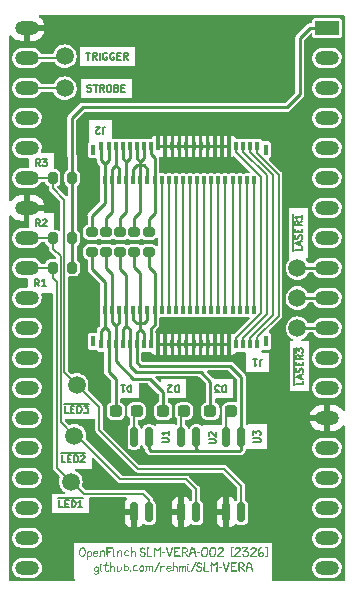
<source format=gbr>
%TF.GenerationSoftware,KiCad,Pcbnew,7.0.5-0*%
%TF.CreationDate,2023-06-28T16:51:41-07:00*%
%TF.ProjectId,SLM-VERA,534c4d2d-5645-4524-912e-6b696361645f,rev?*%
%TF.SameCoordinates,PX5f5d2a1PY5f5eba0*%
%TF.FileFunction,Copper,L1,Top*%
%TF.FilePolarity,Positive*%
%FSLAX46Y46*%
G04 Gerber Fmt 4.6, Leading zero omitted, Abs format (unit mm)*
G04 Created by KiCad (PCBNEW 7.0.5-0) date 2023-06-28 16:51:41*
%MOMM*%
%LPD*%
G01*
G04 APERTURE LIST*
G04 Aperture macros list*
%AMRoundRect*
0 Rectangle with rounded corners*
0 $1 Rounding radius*
0 $2 $3 $4 $5 $6 $7 $8 $9 X,Y pos of 4 corners*
0 Add a 4 corners polygon primitive as box body*
4,1,4,$2,$3,$4,$5,$6,$7,$8,$9,$2,$3,0*
0 Add four circle primitives for the rounded corners*
1,1,$1+$1,$2,$3*
1,1,$1+$1,$4,$5*
1,1,$1+$1,$6,$7*
1,1,$1+$1,$8,$9*
0 Add four rect primitives between the rounded corners*
20,1,$1+$1,$2,$3,$4,$5,0*
20,1,$1+$1,$4,$5,$6,$7,0*
20,1,$1+$1,$6,$7,$8,$9,0*
20,1,$1+$1,$8,$9,$2,$3,0*%
G04 Aperture macros list end*
%ADD10C,0.075000*%
%TA.AperFunction,NonConductor*%
%ADD11C,0.075000*%
%TD*%
%ADD12C,0.150000*%
%TA.AperFunction,NonConductor*%
%ADD13C,0.150000*%
%TD*%
%TA.AperFunction,SMDPad,CuDef*%
%ADD14RoundRect,0.200000X-0.200000X-0.275000X0.200000X-0.275000X0.200000X0.275000X-0.200000X0.275000X0*%
%TD*%
%TA.AperFunction,SMDPad,CuDef*%
%ADD15RoundRect,0.200000X0.275000X-0.200000X0.275000X0.200000X-0.275000X0.200000X-0.275000X-0.200000X0*%
%TD*%
%TA.AperFunction,SMDPad,CuDef*%
%ADD16RoundRect,0.237500X-0.287500X-0.237500X0.287500X-0.237500X0.287500X0.237500X-0.287500X0.237500X0*%
%TD*%
%TA.AperFunction,SMDPad,CuDef*%
%ADD17RoundRect,0.150000X-0.150000X0.662500X-0.150000X-0.662500X0.150000X-0.662500X0.150000X0.662500X0*%
%TD*%
%TA.AperFunction,ComponentPad*%
%ADD18C,1.500000*%
%TD*%
%TA.AperFunction,SMDPad,CuDef*%
%ADD19R,0.300000X0.800000*%
%TD*%
%TA.AperFunction,SMDPad,CuDef*%
%ADD20R,0.300000X0.650000*%
%TD*%
%TA.AperFunction,SMDPad,CuDef*%
%ADD21R,0.400000X0.950000*%
%TD*%
%TA.AperFunction,ComponentPad*%
%ADD22R,2.000000X1.200000*%
%TD*%
%TA.AperFunction,ComponentPad*%
%ADD23O,2.000000X1.200000*%
%TD*%
%TA.AperFunction,Conductor*%
%ADD24C,0.152400*%
%TD*%
%TA.AperFunction,Conductor*%
%ADD25C,0.254000*%
%TD*%
G04 APERTURE END LIST*
D10*
D11*
G36*
X6231185Y2863025D02*
G01*
X6246503Y2860303D01*
X6261456Y2855881D01*
X6276032Y2849851D01*
X6290225Y2842307D01*
X6304023Y2833342D01*
X6317418Y2823048D01*
X6330401Y2811520D01*
X6342963Y2798850D01*
X6355093Y2785131D01*
X6366784Y2770457D01*
X6378026Y2754921D01*
X6388809Y2738615D01*
X6399124Y2721633D01*
X6408962Y2704069D01*
X6418315Y2686014D01*
X6427171Y2667563D01*
X6435524Y2648809D01*
X6443362Y2629844D01*
X6450678Y2610763D01*
X6457461Y2591657D01*
X6463703Y2572620D01*
X6469394Y2553746D01*
X6474526Y2535127D01*
X6479088Y2516856D01*
X6483072Y2499027D01*
X6486468Y2481734D01*
X6489267Y2465068D01*
X6491461Y2449123D01*
X6493039Y2433993D01*
X6493992Y2419770D01*
X6494312Y2406547D01*
X6494150Y2397481D01*
X6493672Y2388353D01*
X6492887Y2379172D01*
X6491807Y2369945D01*
X6490443Y2360678D01*
X6488805Y2351381D01*
X6486903Y2342060D01*
X6484750Y2332722D01*
X6482354Y2323375D01*
X6479727Y2314027D01*
X6476880Y2304686D01*
X6473823Y2295357D01*
X6470568Y2286050D01*
X6467124Y2276772D01*
X6463502Y2267529D01*
X6459714Y2258330D01*
X6455769Y2249182D01*
X6451679Y2240092D01*
X6447454Y2231068D01*
X6443105Y2222118D01*
X6438643Y2213249D01*
X6434078Y2204468D01*
X6429421Y2195783D01*
X6424683Y2187201D01*
X6419874Y2178730D01*
X6415006Y2170377D01*
X6410088Y2162150D01*
X6405131Y2154057D01*
X6400147Y2146104D01*
X6395146Y2138299D01*
X6390139Y2130650D01*
X6385136Y2123164D01*
X6376701Y2111383D01*
X6367942Y2100105D01*
X6358843Y2089366D01*
X6349389Y2079201D01*
X6339565Y2069645D01*
X6329356Y2060735D01*
X6318745Y2052505D01*
X6307718Y2044991D01*
X6296260Y2038229D01*
X6284355Y2032253D01*
X6271988Y2027099D01*
X6259144Y2022803D01*
X6245806Y2019400D01*
X6231961Y2016926D01*
X6217593Y2015415D01*
X6210208Y2015032D01*
X6202686Y2014904D01*
X6186135Y2015468D01*
X6169777Y2017133D01*
X6153634Y2019859D01*
X6137729Y2023605D01*
X6122082Y2028329D01*
X6106715Y2033992D01*
X6091651Y2040552D01*
X6076912Y2047968D01*
X6062518Y2056200D01*
X6048491Y2065207D01*
X6034855Y2074948D01*
X6021629Y2085383D01*
X6008836Y2096470D01*
X5996498Y2108169D01*
X5984637Y2120439D01*
X5973274Y2133239D01*
X5962430Y2146529D01*
X5952129Y2160267D01*
X5942391Y2174413D01*
X5933239Y2188927D01*
X5924693Y2203766D01*
X5916777Y2218891D01*
X5909511Y2234261D01*
X5902917Y2249835D01*
X5897018Y2265572D01*
X5891835Y2281431D01*
X5887389Y2297372D01*
X5883703Y2313353D01*
X5880798Y2329335D01*
X5880254Y2333459D01*
X5992098Y2333459D01*
X5992370Y2324411D01*
X5993192Y2315314D01*
X5994547Y2306190D01*
X5996417Y2297064D01*
X5998786Y2287959D01*
X6001637Y2278898D01*
X6004953Y2269905D01*
X6008716Y2261003D01*
X6012909Y2252215D01*
X6017516Y2243566D01*
X6022519Y2235079D01*
X6027902Y2226776D01*
X6033648Y2218683D01*
X6039738Y2210821D01*
X6046157Y2203215D01*
X6052887Y2195888D01*
X6059912Y2188864D01*
X6067213Y2182165D01*
X6074775Y2175816D01*
X6082580Y2169840D01*
X6090611Y2164261D01*
X6098851Y2159101D01*
X6107283Y2154385D01*
X6115890Y2150136D01*
X6124654Y2146377D01*
X6133560Y2143133D01*
X6142590Y2140425D01*
X6151726Y2138278D01*
X6160952Y2136716D01*
X6170251Y2135761D01*
X6179605Y2135438D01*
X6190448Y2135935D01*
X6201157Y2137397D01*
X6211717Y2139781D01*
X6222117Y2143044D01*
X6232341Y2147140D01*
X6242376Y2152027D01*
X6252207Y2157662D01*
X6261823Y2164000D01*
X6271207Y2170997D01*
X6280348Y2178611D01*
X6289230Y2186798D01*
X6297840Y2195513D01*
X6306165Y2204714D01*
X6314191Y2214356D01*
X6321903Y2224396D01*
X6329288Y2234791D01*
X6336332Y2245496D01*
X6343022Y2256469D01*
X6349344Y2267665D01*
X6355283Y2279041D01*
X6360826Y2290552D01*
X6365960Y2302157D01*
X6370670Y2313810D01*
X6374943Y2325469D01*
X6378765Y2337089D01*
X6382122Y2348627D01*
X6385001Y2360040D01*
X6387386Y2371283D01*
X6389266Y2382314D01*
X6390626Y2393088D01*
X6391452Y2403561D01*
X6391730Y2413691D01*
X6390936Y2427554D01*
X6389968Y2435480D01*
X6388641Y2444001D01*
X6386971Y2453064D01*
X6384974Y2462619D01*
X6382667Y2472612D01*
X6380067Y2482994D01*
X6377188Y2493712D01*
X6374048Y2504715D01*
X6370663Y2515950D01*
X6367049Y2527367D01*
X6363222Y2538913D01*
X6359199Y2550538D01*
X6354996Y2562189D01*
X6350629Y2573815D01*
X6346114Y2585365D01*
X6341468Y2596786D01*
X6336707Y2608026D01*
X6331847Y2619036D01*
X6326905Y2629762D01*
X6321896Y2640153D01*
X6316838Y2650158D01*
X6311745Y2659725D01*
X6306636Y2668802D01*
X6301525Y2677338D01*
X6296429Y2685280D01*
X6291365Y2692578D01*
X6286348Y2699180D01*
X6281395Y2705035D01*
X6271746Y2714293D01*
X6268697Y2716676D01*
X6261192Y2721269D01*
X6254581Y2724509D01*
X6247364Y2727521D01*
X6239756Y2730257D01*
X6231971Y2732671D01*
X6224222Y2734716D01*
X6216723Y2736344D01*
X6207482Y2737785D01*
X6199572Y2738290D01*
X6194410Y2737687D01*
X6186419Y2735502D01*
X6179285Y2732912D01*
X6171928Y2729844D01*
X6164748Y2726545D01*
X6156635Y2722478D01*
X6149197Y2718323D01*
X6139538Y2712070D01*
X6130240Y2705148D01*
X6121296Y2697591D01*
X6112701Y2689435D01*
X6104452Y2680713D01*
X6096542Y2671459D01*
X6088966Y2661709D01*
X6081720Y2651496D01*
X6074799Y2640855D01*
X6068196Y2629820D01*
X6061909Y2618425D01*
X6055930Y2606705D01*
X6050255Y2594694D01*
X6044880Y2582427D01*
X6039798Y2569937D01*
X6035006Y2557260D01*
X6030497Y2544429D01*
X6026268Y2531479D01*
X6022312Y2518445D01*
X6018624Y2505360D01*
X6015201Y2492258D01*
X6012036Y2479175D01*
X6009124Y2466145D01*
X6006461Y2453201D01*
X6004041Y2440379D01*
X6001860Y2427712D01*
X5999912Y2415236D01*
X5998192Y2402984D01*
X5996695Y2390990D01*
X5995416Y2379289D01*
X5994350Y2367916D01*
X5993492Y2356905D01*
X5992393Y2342433D01*
X5992098Y2333459D01*
X5880254Y2333459D01*
X5878696Y2345276D01*
X5877419Y2361135D01*
X5876988Y2376872D01*
X5877327Y2394624D01*
X5878340Y2412742D01*
X5880022Y2431173D01*
X5882366Y2449864D01*
X5885369Y2468761D01*
X5889024Y2487811D01*
X5893325Y2506961D01*
X5898269Y2526156D01*
X5903849Y2545345D01*
X5910059Y2564472D01*
X5916895Y2583486D01*
X5924351Y2602333D01*
X5932422Y2620958D01*
X5941102Y2639310D01*
X5950386Y2657334D01*
X5960268Y2674978D01*
X5970743Y2692187D01*
X5981805Y2708909D01*
X5993450Y2725089D01*
X6005672Y2740676D01*
X6018465Y2755615D01*
X6031824Y2769853D01*
X6045744Y2783336D01*
X6060219Y2796012D01*
X6075244Y2807827D01*
X6090813Y2818728D01*
X6106922Y2828660D01*
X6123563Y2837571D01*
X6140733Y2845408D01*
X6158426Y2852117D01*
X6176637Y2857645D01*
X6195359Y2861938D01*
X6200066Y2862552D01*
X6207712Y2863495D01*
X6215509Y2863953D01*
X6231185Y2863025D01*
G37*
G36*
X6838955Y2533891D02*
G01*
X6846724Y2533251D01*
X6854194Y2532173D01*
X6864907Y2529836D01*
X6875127Y2526772D01*
X6884961Y2523136D01*
X6894518Y2519084D01*
X6903904Y2514769D01*
X6913227Y2510347D01*
X6922596Y2505973D01*
X6932118Y2501802D01*
X6936798Y2497281D01*
X6943706Y2490401D01*
X6950450Y2483366D01*
X6956993Y2476136D01*
X6963301Y2468669D01*
X6969337Y2460925D01*
X6975067Y2452863D01*
X6980455Y2444443D01*
X6985466Y2435623D01*
X6990065Y2426363D01*
X6994216Y2416622D01*
X6996941Y2404984D01*
X6999153Y2393664D01*
X7000868Y2382606D01*
X7002107Y2371754D01*
X7002888Y2361052D01*
X7003229Y2350445D01*
X7003149Y2339876D01*
X7002666Y2329290D01*
X7001798Y2318631D01*
X7000565Y2307843D01*
X6998985Y2296871D01*
X6997076Y2285658D01*
X6994856Y2274149D01*
X6992345Y2262288D01*
X6989561Y2250019D01*
X6986523Y2237287D01*
X6983853Y2226586D01*
X6981247Y2216183D01*
X6978671Y2206068D01*
X6976090Y2196228D01*
X6973469Y2186654D01*
X6970774Y2177334D01*
X6967969Y2168257D01*
X6965022Y2159411D01*
X6961896Y2150788D01*
X6958557Y2142374D01*
X6954971Y2134159D01*
X6951103Y2126132D01*
X6946918Y2118283D01*
X6942382Y2110600D01*
X6937460Y2103071D01*
X6932118Y2095687D01*
X6928585Y2091338D01*
X6923051Y2085341D01*
X6917245Y2079902D01*
X6911179Y2074939D01*
X6904863Y2070369D01*
X6898308Y2066110D01*
X6891524Y2062079D01*
X6884523Y2058195D01*
X6877316Y2054374D01*
X6869913Y2050535D01*
X6862325Y2046594D01*
X6854020Y2044684D01*
X6845831Y2043103D01*
X6837755Y2041839D01*
X6829789Y2040879D01*
X6821931Y2040213D01*
X6814179Y2039828D01*
X6806530Y2039713D01*
X6798981Y2039857D01*
X6791530Y2040246D01*
X6784175Y2040870D01*
X6769741Y2042775D01*
X6755657Y2045478D01*
X6741906Y2048884D01*
X6728465Y2052900D01*
X6715316Y2057431D01*
X6702438Y2062385D01*
X6689810Y2067666D01*
X6677414Y2073181D01*
X6665228Y2078836D01*
X6653233Y2084538D01*
X6641407Y2090192D01*
X6640429Y2081762D01*
X6639520Y2073206D01*
X6638679Y2064531D01*
X6637906Y2055746D01*
X6637201Y2046860D01*
X6636562Y2037881D01*
X6635990Y2028817D01*
X6635483Y2019678D01*
X6635041Y2010471D01*
X6634663Y2001204D01*
X6634349Y1991887D01*
X6634098Y1982528D01*
X6633910Y1973134D01*
X6633783Y1963716D01*
X6633718Y1954280D01*
X6633714Y1944837D01*
X6633770Y1935393D01*
X6633885Y1925957D01*
X6634059Y1916539D01*
X6634291Y1907145D01*
X6634581Y1897786D01*
X6634929Y1888469D01*
X6635332Y1879202D01*
X6635792Y1869995D01*
X6636307Y1860856D01*
X6636876Y1851792D01*
X6637500Y1842813D01*
X6638177Y1833927D01*
X6638907Y1825142D01*
X6639689Y1816468D01*
X6640523Y1807911D01*
X6641407Y1799481D01*
X6639746Y1796614D01*
X6634152Y1791111D01*
X6626141Y1786196D01*
X6618990Y1783098D01*
X6611205Y1780660D01*
X6603097Y1779023D01*
X6594975Y1778330D01*
X6587151Y1778721D01*
X6579936Y1780338D01*
X6571798Y1784644D01*
X6571042Y1785301D01*
X6567144Y1792567D01*
X6565080Y1799884D01*
X6563365Y1808472D01*
X6561932Y1817727D01*
X6560716Y1827044D01*
X6559650Y1835816D01*
X6558426Y1845094D01*
X6558030Y1847650D01*
X6556841Y1854907D01*
X6555292Y1863764D01*
X6553850Y1871913D01*
X6552587Y1879601D01*
X6551573Y1887074D01*
X6550878Y1894579D01*
X6550575Y1902363D01*
X6550732Y1910673D01*
X6550798Y1911731D01*
X6552174Y1919840D01*
X6554477Y1927627D01*
X6556884Y1935538D01*
X6558426Y1942913D01*
X6558746Y1946027D01*
X6559110Y1953995D01*
X6559022Y1962175D01*
X6558695Y1970510D01*
X6558345Y1978940D01*
X6558184Y1987407D01*
X6558426Y1995853D01*
X6558794Y2006086D01*
X6559146Y2016444D01*
X6559488Y2026914D01*
X6559826Y2037484D01*
X6560164Y2048140D01*
X6560509Y2058871D01*
X6560867Y2069664D01*
X6561242Y2080506D01*
X6561642Y2091384D01*
X6562070Y2102286D01*
X6562533Y2113200D01*
X6563037Y2124112D01*
X6563587Y2135010D01*
X6564189Y2145881D01*
X6564848Y2156714D01*
X6565570Y2167494D01*
X6565963Y2173173D01*
X6643056Y2173173D01*
X6650402Y2169881D01*
X6657681Y2166357D01*
X6664907Y2162645D01*
X6672093Y2158793D01*
X6679255Y2154847D01*
X6686407Y2150852D01*
X6693562Y2146855D01*
X6700736Y2142902D01*
X6707941Y2139039D01*
X6715193Y2135313D01*
X6722506Y2131769D01*
X6729893Y2128454D01*
X6737370Y2125413D01*
X6744949Y2122693D01*
X6752647Y2120341D01*
X6760476Y2118402D01*
X6766218Y2117197D01*
X6775420Y2115681D01*
X6785174Y2114589D01*
X6795307Y2114010D01*
X6805646Y2114029D01*
X6816019Y2114734D01*
X6826251Y2116212D01*
X6836171Y2118550D01*
X6845606Y2121834D01*
X6854381Y2126152D01*
X6862325Y2131591D01*
X6869770Y2138441D01*
X6876485Y2146242D01*
X6882531Y2154886D01*
X6887969Y2164261D01*
X6891288Y2170862D01*
X6894382Y2177707D01*
X6897270Y2184762D01*
X6899970Y2191994D01*
X6902501Y2199372D01*
X6904881Y2206861D01*
X6907127Y2214430D01*
X6909258Y2222046D01*
X6911293Y2229676D01*
X6913250Y2237287D01*
X6915505Y2246410D01*
X6917656Y2255509D01*
X6919684Y2264584D01*
X6921570Y2273637D01*
X6923297Y2282668D01*
X6924845Y2291679D01*
X6926196Y2300670D01*
X6927332Y2309644D01*
X6928234Y2318600D01*
X6928883Y2327540D01*
X6929261Y2336465D01*
X6929350Y2345376D01*
X6929130Y2354274D01*
X6928584Y2363160D01*
X6927693Y2372036D01*
X6926439Y2380902D01*
X6924765Y2388278D01*
X6922254Y2395598D01*
X6918960Y2402802D01*
X6914938Y2409827D01*
X6910245Y2416614D01*
X6904936Y2423103D01*
X6899065Y2429232D01*
X6892688Y2434940D01*
X6885860Y2440168D01*
X6878636Y2444854D01*
X6871073Y2448938D01*
X6863224Y2452360D01*
X6855146Y2455058D01*
X6846893Y2456972D01*
X6838521Y2458041D01*
X6830085Y2458204D01*
X6823942Y2457948D01*
X6815113Y2457261D01*
X6806715Y2456235D01*
X6798711Y2454901D01*
X6791063Y2453286D01*
X6783735Y2451420D01*
X6776689Y2449332D01*
X6767669Y2446252D01*
X6758996Y2442897D01*
X6750584Y2439337D01*
X6743161Y2435757D01*
X6736369Y2431965D01*
X6727201Y2425918D01*
X6719036Y2419488D01*
X6711626Y2412730D01*
X6704720Y2405700D01*
X6698070Y2398452D01*
X6691427Y2391042D01*
X6684542Y2383525D01*
X6677166Y2375957D01*
X6671853Y2370910D01*
X6666137Y2365881D01*
X6661126Y2356850D01*
X6657023Y2347052D01*
X6653736Y2336564D01*
X6651171Y2325466D01*
X6649235Y2313836D01*
X6647838Y2301751D01*
X6646885Y2289291D01*
X6646285Y2276534D01*
X6645944Y2263557D01*
X6645771Y2250440D01*
X6645672Y2237261D01*
X6645555Y2224098D01*
X6645327Y2211029D01*
X6644897Y2198133D01*
X6644171Y2185488D01*
X6643056Y2173173D01*
X6565963Y2173173D01*
X6566446Y2180144D01*
X6567347Y2192691D01*
X6568261Y2205155D01*
X6569174Y2217560D01*
X6570072Y2229927D01*
X6570944Y2242276D01*
X6571776Y2254629D01*
X6572554Y2267008D01*
X6573265Y2279434D01*
X6573897Y2291929D01*
X6574436Y2304515D01*
X6574869Y2317211D01*
X6575183Y2330041D01*
X6575365Y2343026D01*
X6575401Y2356186D01*
X6575279Y2369544D01*
X6575226Y2372085D01*
X6575065Y2379692D01*
X6574915Y2387276D01*
X6574802Y2394831D01*
X6574747Y2402355D01*
X6574775Y2409844D01*
X6574909Y2417295D01*
X6575173Y2424703D01*
X6575591Y2432065D01*
X6576185Y2439378D01*
X6577294Y2449045D01*
X6580308Y2451905D01*
X6588380Y2456736D01*
X6595724Y2459431D01*
X6603698Y2461188D01*
X6611874Y2461876D01*
X6619827Y2461365D01*
X6627127Y2459527D01*
X6635107Y2454788D01*
X6640155Y2447151D01*
X6641407Y2439337D01*
X6647797Y2448931D01*
X6655172Y2458124D01*
X6663462Y2466895D01*
X6672597Y2475226D01*
X6682506Y2483096D01*
X6693117Y2490486D01*
X6704362Y2497377D01*
X6716169Y2503748D01*
X6728467Y2509581D01*
X6741186Y2514855D01*
X6754256Y2519551D01*
X6767606Y2523649D01*
X6781165Y2527130D01*
X6794862Y2529975D01*
X6808628Y2532163D01*
X6822391Y2533675D01*
X6830855Y2534048D01*
X6838955Y2533891D01*
G37*
G36*
X7352927Y2568646D02*
G01*
X7364858Y2567328D01*
X7376754Y2565399D01*
X7388539Y2562893D01*
X7400136Y2559846D01*
X7411472Y2556294D01*
X7422470Y2552272D01*
X7433055Y2547815D01*
X7443151Y2542959D01*
X7452684Y2537738D01*
X7461578Y2532190D01*
X7469757Y2526348D01*
X7480086Y2517625D01*
X7489562Y2507864D01*
X7498169Y2497159D01*
X7505890Y2485602D01*
X7512709Y2473284D01*
X7518611Y2460300D01*
X7523579Y2446739D01*
X7527597Y2432696D01*
X7529245Y2425522D01*
X7530649Y2418263D01*
X7531808Y2410928D01*
X7532719Y2403530D01*
X7533380Y2396081D01*
X7533791Y2388592D01*
X7533947Y2381074D01*
X7533848Y2373540D01*
X7533491Y2366000D01*
X7532875Y2358466D01*
X7531997Y2350950D01*
X7530855Y2343464D01*
X7529448Y2336018D01*
X7527773Y2328624D01*
X7525829Y2321294D01*
X7523613Y2314040D01*
X7517614Y2306582D01*
X7510840Y2300283D01*
X7503325Y2295038D01*
X7495105Y2290744D01*
X7486215Y2287297D01*
X7476691Y2284593D01*
X7466568Y2282528D01*
X7455881Y2280999D01*
X7444666Y2279900D01*
X7432959Y2279130D01*
X7420794Y2278583D01*
X7408208Y2278156D01*
X7395235Y2277746D01*
X7381911Y2277247D01*
X7368272Y2276557D01*
X7354352Y2275572D01*
X7341580Y2274524D01*
X7329022Y2273459D01*
X7316680Y2272402D01*
X7304553Y2271379D01*
X7292641Y2270414D01*
X7280946Y2269534D01*
X7269467Y2268764D01*
X7258205Y2268130D01*
X7247159Y2267657D01*
X7236330Y2267370D01*
X7225719Y2267295D01*
X7215326Y2267457D01*
X7205150Y2267883D01*
X7195192Y2268597D01*
X7185453Y2269625D01*
X7175933Y2270992D01*
X7175833Y2259399D01*
X7176291Y2248067D01*
X7177311Y2237028D01*
X7178898Y2226316D01*
X7181056Y2215963D01*
X7183790Y2206003D01*
X7187103Y2196469D01*
X7191000Y2187393D01*
X7195485Y2178808D01*
X7200562Y2170748D01*
X7206237Y2163246D01*
X7212512Y2156335D01*
X7219393Y2150047D01*
X7226883Y2144415D01*
X7234988Y2139473D01*
X7243710Y2135254D01*
X7255113Y2131123D01*
X7267004Y2128156D01*
X7279291Y2126269D01*
X7291882Y2125383D01*
X7304685Y2125413D01*
X7317609Y2126280D01*
X7330563Y2127901D01*
X7343453Y2130194D01*
X7356189Y2133077D01*
X7368678Y2136469D01*
X7380830Y2140287D01*
X7392552Y2144451D01*
X7403751Y2148877D01*
X7414338Y2153484D01*
X7424219Y2158191D01*
X7433304Y2162915D01*
X7434924Y2163809D01*
X7441195Y2167992D01*
X7447202Y2172849D01*
X7453033Y2177985D01*
X7458780Y2183005D01*
X7465982Y2188516D01*
X7473368Y2192456D01*
X7481114Y2194056D01*
X7484879Y2193839D01*
X7492980Y2191670D01*
X7501466Y2187603D01*
X7507811Y2183608D01*
X7513927Y2179035D01*
X7519623Y2174095D01*
X7526233Y2167301D01*
X7531304Y2160725D01*
X7534787Y2153573D01*
X7535649Y2149099D01*
X7535156Y2141159D01*
X7532630Y2132944D01*
X7528511Y2124835D01*
X7524366Y2118681D01*
X7518490Y2111726D01*
X7512255Y2105945D01*
X7508065Y2102741D01*
X7501182Y2098150D01*
X7493665Y2093798D01*
X7485610Y2089668D01*
X7477111Y2085743D01*
X7468263Y2082004D01*
X7459163Y2078432D01*
X7449904Y2075010D01*
X7440582Y2071720D01*
X7431292Y2068543D01*
X7422130Y2065462D01*
X7409136Y2061286D01*
X7395804Y2057261D01*
X7382174Y2053471D01*
X7368286Y2050000D01*
X7354178Y2046930D01*
X7339891Y2044345D01*
X7325464Y2042328D01*
X7310938Y2040961D01*
X7296352Y2040329D01*
X7281745Y2040514D01*
X7267157Y2041600D01*
X7259883Y2042506D01*
X7252629Y2043669D01*
X7245399Y2045099D01*
X7238199Y2046805D01*
X7231034Y2048799D01*
X7223908Y2051091D01*
X7216827Y2053692D01*
X7209795Y2056611D01*
X7202818Y2059859D01*
X7195900Y2063447D01*
X7188147Y2067911D01*
X7180806Y2072642D01*
X7173844Y2077634D01*
X7167232Y2082879D01*
X7160937Y2088369D01*
X7154929Y2094098D01*
X7149176Y2100058D01*
X7143647Y2106243D01*
X7138312Y2112644D01*
X7133138Y2119255D01*
X7128096Y2126068D01*
X7123154Y2133076D01*
X7118280Y2140272D01*
X7113443Y2147649D01*
X7108614Y2155199D01*
X7103759Y2162915D01*
X7099698Y2172080D01*
X7096160Y2181494D01*
X7093131Y2191136D01*
X7090597Y2200984D01*
X7088543Y2211018D01*
X7086956Y2221216D01*
X7085819Y2231556D01*
X7085120Y2242018D01*
X7084844Y2252580D01*
X7084977Y2263221D01*
X7085503Y2273919D01*
X7086410Y2284653D01*
X7087682Y2295403D01*
X7089305Y2306146D01*
X7091265Y2316861D01*
X7093547Y2327527D01*
X7096137Y2338123D01*
X7099021Y2348627D01*
X7100202Y2352508D01*
X7193885Y2352508D01*
X7201932Y2353146D01*
X7209931Y2353788D01*
X7217887Y2354432D01*
X7225803Y2355078D01*
X7233681Y2355723D01*
X7241526Y2356367D01*
X7249341Y2357007D01*
X7257128Y2357643D01*
X7264892Y2358273D01*
X7272636Y2358896D01*
X7280363Y2359510D01*
X7288076Y2360114D01*
X7295779Y2360706D01*
X7303475Y2361286D01*
X7311168Y2361851D01*
X7318861Y2362400D01*
X7326557Y2362932D01*
X7334259Y2363446D01*
X7341971Y2363939D01*
X7349697Y2364412D01*
X7357439Y2364861D01*
X7365201Y2365286D01*
X7372987Y2365686D01*
X7380799Y2366058D01*
X7388642Y2366402D01*
X7396517Y2366716D01*
X7404430Y2366999D01*
X7412382Y2367250D01*
X7420379Y2367466D01*
X7428421Y2367646D01*
X7436515Y2367790D01*
X7444661Y2367896D01*
X7445342Y2376644D01*
X7445294Y2385149D01*
X7444572Y2393387D01*
X7443233Y2401335D01*
X7441332Y2408968D01*
X7438926Y2416263D01*
X7436071Y2423196D01*
X7431069Y2432864D01*
X7425372Y2441582D01*
X7419168Y2449270D01*
X7412648Y2455848D01*
X7406001Y2461234D01*
X7399415Y2465349D01*
X7390569Y2469629D01*
X7381794Y2473079D01*
X7373098Y2475733D01*
X7364490Y2477623D01*
X7355978Y2478781D01*
X7347572Y2479240D01*
X7339279Y2479033D01*
X7331108Y2478191D01*
X7323068Y2476749D01*
X7315167Y2474737D01*
X7307414Y2472190D01*
X7299817Y2469138D01*
X7292385Y2465616D01*
X7285127Y2461655D01*
X7278051Y2457289D01*
X7271165Y2452549D01*
X7264478Y2447468D01*
X7257999Y2442079D01*
X7251736Y2436414D01*
X7245698Y2430506D01*
X7239893Y2424388D01*
X7234330Y2418092D01*
X7229017Y2411650D01*
X7223964Y2405096D01*
X7219178Y2398461D01*
X7214668Y2391779D01*
X7210443Y2385082D01*
X7206510Y2378402D01*
X7202880Y2371772D01*
X7199560Y2365225D01*
X7193885Y2352508D01*
X7100202Y2352508D01*
X7102184Y2359018D01*
X7105612Y2369276D01*
X7109291Y2379377D01*
X7113206Y2389302D01*
X7117344Y2399029D01*
X7121688Y2408536D01*
X7126226Y2417803D01*
X7130943Y2426808D01*
X7135824Y2435529D01*
X7140855Y2443946D01*
X7146022Y2452037D01*
X7151311Y2459781D01*
X7156706Y2467156D01*
X7162194Y2474141D01*
X7168671Y2481724D01*
X7175753Y2489262D01*
X7183364Y2496710D01*
X7191426Y2504023D01*
X7199863Y2511155D01*
X7208598Y2518062D01*
X7217553Y2524698D01*
X7226651Y2531019D01*
X7235817Y2536980D01*
X7244971Y2542534D01*
X7254039Y2547638D01*
X7262942Y2552246D01*
X7271603Y2556312D01*
X7279946Y2559793D01*
X7287893Y2562643D01*
X7295368Y2564816D01*
X7306348Y2567089D01*
X7317670Y2568573D01*
X7329257Y2569304D01*
X7341034Y2569316D01*
X7352927Y2568646D01*
G37*
G36*
X8035424Y2033955D02*
G01*
X8044673Y2035402D01*
X8054223Y2036262D01*
X8063772Y2036872D01*
X8073022Y2037572D01*
X8081670Y2038702D01*
X8089416Y2040601D01*
X8097374Y2044571D01*
X8101003Y2048060D01*
X8104641Y2055629D01*
X8105771Y2063304D01*
X8105720Y2071850D01*
X8104997Y2080920D01*
X8104280Y2088318D01*
X8103723Y2095651D01*
X8103567Y2100999D01*
X8103722Y2114115D01*
X8104063Y2127449D01*
X8104561Y2140981D01*
X8105188Y2154694D01*
X8105914Y2168568D01*
X8106710Y2182583D01*
X8107547Y2196721D01*
X8108396Y2210963D01*
X8109227Y2225289D01*
X8110012Y2239681D01*
X8110720Y2254119D01*
X8111324Y2268584D01*
X8111794Y2283058D01*
X8112101Y2297520D01*
X8112215Y2311953D01*
X8112108Y2326336D01*
X8111750Y2340652D01*
X8111113Y2354880D01*
X8110167Y2369001D01*
X8108882Y2382998D01*
X8107230Y2396850D01*
X8105182Y2410538D01*
X8102709Y2424044D01*
X8099781Y2437347D01*
X8096369Y2450430D01*
X8092444Y2463274D01*
X8087976Y2475858D01*
X8082938Y2488164D01*
X8077299Y2500172D01*
X8071031Y2511865D01*
X8064104Y2523222D01*
X8056489Y2534225D01*
X8051021Y2541180D01*
X8044880Y2548128D01*
X8038112Y2555005D01*
X8030761Y2561748D01*
X8022872Y2568294D01*
X8014491Y2574578D01*
X8005661Y2580538D01*
X7996429Y2586111D01*
X7986837Y2591233D01*
X7976932Y2595841D01*
X7966758Y2599872D01*
X7956360Y2603262D01*
X7945783Y2605947D01*
X7935072Y2607866D01*
X7924270Y2608953D01*
X7913424Y2609147D01*
X7904813Y2608772D01*
X7896492Y2608034D01*
X7888450Y2606947D01*
X7880679Y2605522D01*
X7873170Y2603772D01*
X7865913Y2601710D01*
X7858899Y2599349D01*
X7845563Y2593780D01*
X7833088Y2587168D01*
X7821401Y2579614D01*
X7810428Y2571220D01*
X7800095Y2562088D01*
X7790329Y2552320D01*
X7781055Y2542018D01*
X7772200Y2531284D01*
X7763689Y2520220D01*
X7755450Y2508928D01*
X7747408Y2497510D01*
X7739490Y2486068D01*
X7735554Y2480369D01*
X7735043Y2488391D01*
X7734312Y2496218D01*
X7733333Y2503808D01*
X7732074Y2511121D01*
X7730062Y2519811D01*
X7727509Y2527925D01*
X7724355Y2535384D01*
X7723648Y2536790D01*
X7716234Y2539458D01*
X7707719Y2540619D01*
X7698496Y2540518D01*
X7688957Y2539400D01*
X7679496Y2537509D01*
X7670505Y2535089D01*
X7662376Y2532387D01*
X7655504Y2529645D01*
X7654258Y2521044D01*
X7653128Y2512082D01*
X7652108Y2502779D01*
X7651191Y2493155D01*
X7650373Y2483229D01*
X7649647Y2473022D01*
X7649007Y2462552D01*
X7648448Y2451839D01*
X7647964Y2440903D01*
X7647549Y2429763D01*
X7647197Y2418439D01*
X7646903Y2406951D01*
X7646660Y2395317D01*
X7646464Y2383559D01*
X7646307Y2371694D01*
X7646184Y2359744D01*
X7646090Y2347727D01*
X7646019Y2335663D01*
X7645964Y2323572D01*
X7645921Y2311473D01*
X7645882Y2299385D01*
X7645843Y2287329D01*
X7645798Y2275325D01*
X7645741Y2263390D01*
X7645665Y2251546D01*
X7645566Y2239812D01*
X7645437Y2228207D01*
X7645273Y2216750D01*
X7645068Y2205463D01*
X7644815Y2194363D01*
X7644510Y2183471D01*
X7644146Y2172807D01*
X7643512Y2163564D01*
X7642757Y2155867D01*
X7641837Y2147170D01*
X7640836Y2137668D01*
X7639839Y2127558D01*
X7638930Y2117036D01*
X7638195Y2106297D01*
X7637717Y2095538D01*
X7637583Y2084953D01*
X7637876Y2074740D01*
X7638682Y2065094D01*
X7640085Y2056211D01*
X7642170Y2048286D01*
X7645023Y2041516D01*
X7650924Y2033955D01*
X7658664Y2029459D01*
X7666003Y2027168D01*
X7674255Y2025740D01*
X7683058Y2025121D01*
X7692049Y2025253D01*
X7700866Y2026081D01*
X7709147Y2027549D01*
X7716529Y2029599D01*
X7724349Y2033143D01*
X7728227Y2036336D01*
X7732029Y2042895D01*
X7734140Y2050573D01*
X7735042Y2059148D01*
X7735216Y2066505D01*
X7735173Y2074180D01*
X7735157Y2082060D01*
X7735417Y2090030D01*
X7735554Y2092023D01*
X7736151Y2101017D01*
X7736712Y2109900D01*
X7737244Y2118679D01*
X7737755Y2127359D01*
X7738255Y2135946D01*
X7738751Y2144447D01*
X7739251Y2152866D01*
X7739765Y2161209D01*
X7740299Y2169483D01*
X7740864Y2177692D01*
X7741465Y2185844D01*
X7742113Y2193943D01*
X7742816Y2201995D01*
X7743581Y2210006D01*
X7744417Y2217983D01*
X7745332Y2225929D01*
X7746334Y2233853D01*
X7747433Y2241758D01*
X7748635Y2249651D01*
X7749950Y2257538D01*
X7751385Y2265425D01*
X7752949Y2273317D01*
X7754650Y2281219D01*
X7756497Y2289139D01*
X7758498Y2297081D01*
X7760660Y2305051D01*
X7762993Y2313056D01*
X7765505Y2321100D01*
X7768203Y2329190D01*
X7771097Y2337331D01*
X7774194Y2345529D01*
X7777503Y2353791D01*
X7782131Y2365096D01*
X7787562Y2378008D01*
X7790579Y2384944D01*
X7793795Y2392134D01*
X7797210Y2399531D01*
X7800824Y2407085D01*
X7804637Y2414748D01*
X7808649Y2422470D01*
X7812857Y2430202D01*
X7817264Y2437897D01*
X7821867Y2445505D01*
X7826667Y2452977D01*
X7831662Y2460264D01*
X7836854Y2467318D01*
X7842241Y2474089D01*
X7847823Y2480530D01*
X7853599Y2486590D01*
X7859570Y2492222D01*
X7865734Y2497376D01*
X7872092Y2502004D01*
X7878643Y2506056D01*
X7885386Y2509484D01*
X7892321Y2512239D01*
X7899448Y2514272D01*
X7906766Y2515535D01*
X7914276Y2515978D01*
X7921975Y2515553D01*
X7929865Y2514211D01*
X7937945Y2511903D01*
X7946214Y2508580D01*
X7953020Y2505056D01*
X7959432Y2500927D01*
X7965459Y2496217D01*
X7971112Y2490953D01*
X7976402Y2485160D01*
X7981338Y2478865D01*
X7985930Y2472093D01*
X7990189Y2464871D01*
X7994125Y2457223D01*
X7997748Y2449177D01*
X8001069Y2440758D01*
X8004097Y2431992D01*
X8006842Y2422905D01*
X8009316Y2413522D01*
X8011527Y2403871D01*
X8013487Y2393976D01*
X8015206Y2383864D01*
X8016693Y2373561D01*
X8017959Y2363092D01*
X8019014Y2352483D01*
X8019869Y2341761D01*
X8020533Y2330951D01*
X8021016Y2320079D01*
X8021330Y2309171D01*
X8021484Y2298254D01*
X8021487Y2287352D01*
X8021352Y2276493D01*
X8021087Y2265701D01*
X8020702Y2255003D01*
X8020209Y2244425D01*
X8019618Y2233992D01*
X8018937Y2223731D01*
X8017826Y2210239D01*
X8016490Y2196666D01*
X8015038Y2183074D01*
X8013579Y2169529D01*
X8012223Y2156095D01*
X8011080Y2142835D01*
X8010259Y2129814D01*
X8009870Y2117096D01*
X8010021Y2104746D01*
X8010823Y2092826D01*
X8012384Y2081402D01*
X8014816Y2070537D01*
X8018226Y2060295D01*
X8022724Y2050742D01*
X8028420Y2041940D01*
X8035424Y2033955D01*
G37*
G36*
X8674729Y2731329D02*
G01*
X8683635Y2731596D01*
X8692261Y2732397D01*
X8700564Y2733737D01*
X8708506Y2735617D01*
X8716046Y2738040D01*
X8723142Y2741008D01*
X8729755Y2744526D01*
X8738678Y2750836D01*
X8746286Y2758395D01*
X8752442Y2767212D01*
X8755671Y2773794D01*
X8758153Y2780942D01*
X8759848Y2788658D01*
X8760715Y2796946D01*
X8760825Y2801305D01*
X8760097Y2810907D01*
X8757998Y2819422D01*
X8754654Y2826916D01*
X8750194Y2833453D01*
X8744745Y2839097D01*
X8738433Y2843912D01*
X8731386Y2847962D01*
X8723730Y2851313D01*
X8715594Y2854029D01*
X8707104Y2856173D01*
X8698388Y2857811D01*
X8689573Y2859007D01*
X8680785Y2859825D01*
X8672152Y2860329D01*
X8663802Y2860585D01*
X8655861Y2860656D01*
X8373211Y2862854D01*
X8363928Y2862875D01*
X8355028Y2862925D01*
X8346502Y2862986D01*
X8338336Y2863037D01*
X8330518Y2863061D01*
X8323039Y2863039D01*
X8313570Y2862902D01*
X8304651Y2862604D01*
X8296255Y2862099D01*
X8292245Y2861755D01*
X8284566Y2860891D01*
X8277318Y2859788D01*
X8268843Y2858026D01*
X8260989Y2855779D01*
X8253727Y2852983D01*
X8247027Y2849576D01*
X8242053Y2846367D01*
X8235165Y2840762D01*
X8229198Y2833979D01*
X8224101Y2825924D01*
X8219819Y2816502D01*
X8217391Y2809414D01*
X8215285Y2801648D01*
X8213487Y2793176D01*
X8211980Y2783969D01*
X8210748Y2774000D01*
X8209776Y2763240D01*
X8209047Y2751661D01*
X8208546Y2739235D01*
X8208257Y2725933D01*
X8208164Y2711729D01*
X8208273Y2699411D01*
X8208581Y2687117D01*
X8209060Y2674846D01*
X8209681Y2662596D01*
X8210416Y2650365D01*
X8211236Y2638152D01*
X8212113Y2625954D01*
X8213019Y2613772D01*
X8213924Y2601602D01*
X8214801Y2589444D01*
X8215621Y2577295D01*
X8216356Y2565154D01*
X8216977Y2553020D01*
X8217456Y2540890D01*
X8217764Y2528764D01*
X8217873Y2516640D01*
X8217911Y2506006D01*
X8218023Y2495364D01*
X8218203Y2484716D01*
X8218448Y2474062D01*
X8218750Y2463401D01*
X8219107Y2452735D01*
X8219513Y2442063D01*
X8219962Y2431385D01*
X8220451Y2420703D01*
X8220974Y2410017D01*
X8221527Y2399326D01*
X8222104Y2388632D01*
X8222701Y2377934D01*
X8223312Y2367233D01*
X8223933Y2356529D01*
X8224559Y2345822D01*
X8225185Y2335114D01*
X8225806Y2324403D01*
X8226418Y2313691D01*
X8227014Y2302978D01*
X8227591Y2292265D01*
X8228144Y2281550D01*
X8228667Y2270836D01*
X8229156Y2260122D01*
X8229606Y2249408D01*
X8230011Y2238695D01*
X8230368Y2227983D01*
X8230671Y2217273D01*
X8230915Y2206565D01*
X8231095Y2195859D01*
X8231207Y2185156D01*
X8231245Y2174455D01*
X8231049Y2165458D01*
X8230694Y2156517D01*
X8230376Y2148956D01*
X8230060Y2140778D01*
X8229789Y2132088D01*
X8229603Y2122988D01*
X8229545Y2113584D01*
X8229656Y2103980D01*
X8229977Y2094279D01*
X8230329Y2087810D01*
X8231000Y2078161D01*
X8231912Y2068675D01*
X8233111Y2059486D01*
X8234644Y2050729D01*
X8236559Y2042536D01*
X8238903Y2035042D01*
X8242775Y2026370D01*
X8247606Y2019497D01*
X8253505Y2014740D01*
X8256891Y2013255D01*
X8264474Y2011356D01*
X8271921Y2009801D01*
X8279358Y2008670D01*
X8286911Y2008043D01*
X8291329Y2007943D01*
X8301611Y2008698D01*
X8310792Y2010878D01*
X8318933Y2014351D01*
X8326096Y2018988D01*
X8332344Y2024659D01*
X8337739Y2031233D01*
X8342342Y2038581D01*
X8346215Y2046571D01*
X8349421Y2055075D01*
X8352021Y2063962D01*
X8354077Y2073101D01*
X8355652Y2082363D01*
X8356807Y2091618D01*
X8357604Y2100735D01*
X8358106Y2109584D01*
X8358374Y2118035D01*
X8358740Y2125556D01*
X8358861Y2132968D01*
X8358786Y2141643D01*
X8358595Y2149989D01*
X8358419Y2157913D01*
X8358374Y2162915D01*
X8358139Y2173934D01*
X8357476Y2184945D01*
X8356446Y2195952D01*
X8355111Y2206959D01*
X8353530Y2217970D01*
X8351766Y2228989D01*
X8349880Y2240022D01*
X8347932Y2251071D01*
X8345985Y2262142D01*
X8344098Y2273239D01*
X8342334Y2284366D01*
X8340754Y2295527D01*
X8339418Y2306727D01*
X8338388Y2317970D01*
X8337725Y2329260D01*
X8337491Y2340602D01*
X8337732Y2350237D01*
X8338467Y2358911D01*
X8339713Y2366669D01*
X8342577Y2376694D01*
X8346687Y2384925D01*
X8352102Y2391519D01*
X8358878Y2396636D01*
X8367075Y2400433D01*
X8376749Y2403069D01*
X8384048Y2404261D01*
X8392048Y2405053D01*
X8400764Y2405495D01*
X8410214Y2405631D01*
X8419295Y2405932D01*
X8428401Y2405855D01*
X8437527Y2405476D01*
X8446668Y2404871D01*
X8455820Y2404117D01*
X8464978Y2403289D01*
X8474138Y2402463D01*
X8483295Y2401716D01*
X8492445Y2401123D01*
X8501584Y2400761D01*
X8507667Y2400685D01*
X8516458Y2400918D01*
X8524758Y2401628D01*
X8532556Y2402832D01*
X8539841Y2404549D01*
X8549786Y2408125D01*
X8558520Y2412953D01*
X8566007Y2419093D01*
X8572212Y2426606D01*
X8577099Y2435551D01*
X8580634Y2445988D01*
X8582222Y2453804D01*
X8583182Y2462328D01*
X8583504Y2471577D01*
X8582878Y2481838D01*
X8581044Y2490815D01*
X8578068Y2498570D01*
X8574018Y2505161D01*
X8568962Y2510649D01*
X8562965Y2515093D01*
X8556095Y2518552D01*
X8548419Y2521087D01*
X8540005Y2522758D01*
X8530918Y2523624D01*
X8524520Y2523784D01*
X8516448Y2523605D01*
X8508377Y2523099D01*
X8500305Y2522313D01*
X8492234Y2521294D01*
X8484163Y2520087D01*
X8476091Y2518741D01*
X8468020Y2517302D01*
X8459948Y2515815D01*
X8451877Y2514329D01*
X8443805Y2512889D01*
X8435734Y2511543D01*
X8427662Y2510337D01*
X8419591Y2509318D01*
X8411519Y2508532D01*
X8403448Y2508026D01*
X8395376Y2507847D01*
X8387504Y2508040D01*
X8379937Y2508748D01*
X8371425Y2510549D01*
X8363725Y2513702D01*
X8357038Y2518541D01*
X8353245Y2522868D01*
X8350713Y2531593D01*
X8349560Y2539141D01*
X8348485Y2548393D01*
X8347487Y2559034D01*
X8346569Y2570749D01*
X8345733Y2583223D01*
X8344978Y2596141D01*
X8344308Y2609187D01*
X8343722Y2622047D01*
X8343223Y2634406D01*
X8342812Y2645949D01*
X8342489Y2656360D01*
X8342258Y2665325D01*
X8342082Y2675372D01*
X8342070Y2677657D01*
X8342119Y2685596D01*
X8342331Y2694378D01*
X8342722Y2702087D01*
X8343555Y2710238D01*
X8345185Y2715942D01*
X8351210Y2722483D01*
X8359059Y2727949D01*
X8368380Y2732435D01*
X8378824Y2736034D01*
X8386236Y2737988D01*
X8393888Y2739618D01*
X8401675Y2740951D01*
X8409493Y2742017D01*
X8417239Y2742841D01*
X8424809Y2743453D01*
X8435605Y2744034D01*
X8445421Y2744294D01*
X8451247Y2744335D01*
X8458922Y2744288D01*
X8466563Y2744154D01*
X8474176Y2743946D01*
X8481764Y2743677D01*
X8489333Y2743358D01*
X8496887Y2743002D01*
X8504432Y2742621D01*
X8511972Y2742228D01*
X8519512Y2741835D01*
X8527056Y2741455D01*
X8534611Y2741099D01*
X8542180Y2740780D01*
X8549768Y2740511D01*
X8557380Y2740303D01*
X8565022Y2740169D01*
X8572697Y2740122D01*
X8581732Y2740023D01*
X8589703Y2739744D01*
X8600000Y2739044D01*
X8608758Y2738082D01*
X8616492Y2736947D01*
X8626095Y2735314D01*
X8633429Y2734111D01*
X8641448Y2733024D01*
X8650662Y2732140D01*
X8661585Y2731546D01*
X8670069Y2731354D01*
X8674729Y2731329D01*
G37*
G36*
X8835746Y2706783D02*
G01*
X8828375Y2703763D01*
X8821091Y2699960D01*
X8813988Y2695429D01*
X8807156Y2690225D01*
X8800687Y2684401D01*
X8794675Y2678012D01*
X8789211Y2671113D01*
X8784387Y2663758D01*
X8780294Y2656001D01*
X8777026Y2647898D01*
X8774674Y2639502D01*
X8773330Y2630868D01*
X8773086Y2622050D01*
X8774034Y2613104D01*
X8776267Y2604083D01*
X8779876Y2595041D01*
X8784453Y2587945D01*
X8790030Y2581768D01*
X8796751Y2575807D01*
X8804183Y2570491D01*
X8811895Y2566245D01*
X8819453Y2563499D01*
X8820909Y2563168D01*
X8829056Y2562329D01*
X8837290Y2562836D01*
X8845512Y2564589D01*
X8853624Y2567487D01*
X8861527Y2571429D01*
X8869125Y2576315D01*
X8876317Y2582044D01*
X8883007Y2588516D01*
X8889096Y2595629D01*
X8894485Y2603284D01*
X8899077Y2611379D01*
X8902774Y2619814D01*
X8905476Y2628489D01*
X8907086Y2637302D01*
X8907506Y2646153D01*
X8906638Y2654942D01*
X8904156Y2663278D01*
X8899823Y2671379D01*
X8893983Y2679077D01*
X8886976Y2686205D01*
X8879147Y2692595D01*
X8870835Y2698080D01*
X8862385Y2702492D01*
X8854139Y2705663D01*
X8846438Y2707427D01*
X8837611Y2707299D01*
X8835746Y2706783D01*
G37*
G36*
X8803506Y2496490D02*
G01*
X8797534Y2490186D01*
X8792742Y2482843D01*
X8789583Y2475963D01*
X8787124Y2468416D01*
X8785311Y2460229D01*
X8784089Y2451427D01*
X8783379Y2442903D01*
X8782944Y2433909D01*
X8782751Y2424475D01*
X8782764Y2414633D01*
X8782950Y2404414D01*
X8783274Y2393850D01*
X8783704Y2382972D01*
X8784203Y2371811D01*
X8784740Y2360399D01*
X8785279Y2348768D01*
X8785786Y2336948D01*
X8786227Y2324971D01*
X8786569Y2312868D01*
X8786776Y2300672D01*
X8786816Y2288412D01*
X8786653Y2276121D01*
X8786495Y2268553D01*
X8786398Y2261031D01*
X8786361Y2253562D01*
X8786382Y2246150D01*
X8786461Y2238801D01*
X8786783Y2224314D01*
X8787320Y2210141D01*
X8788059Y2196325D01*
X8788991Y2182909D01*
X8790106Y2169934D01*
X8791394Y2157442D01*
X8792844Y2145476D01*
X8794446Y2134077D01*
X8796190Y2123288D01*
X8798066Y2113151D01*
X8800063Y2103708D01*
X8802172Y2095001D01*
X8804382Y2087073D01*
X8805521Y2083414D01*
X8810399Y2075239D01*
X8816469Y2067572D01*
X8823562Y2060505D01*
X8831510Y2054131D01*
X8840142Y2048542D01*
X8849289Y2043830D01*
X8858783Y2040087D01*
X8868453Y2037406D01*
X8878130Y2035880D01*
X8887645Y2035601D01*
X8893815Y2036153D01*
X8904169Y2037929D01*
X8911591Y2039628D01*
X8919308Y2041709D01*
X8927216Y2044146D01*
X8935212Y2046915D01*
X8943192Y2049988D01*
X8951053Y2053340D01*
X8958691Y2056945D01*
X8966002Y2060778D01*
X8972883Y2064812D01*
X8979231Y2069023D01*
X8987524Y2075613D01*
X8994035Y2082454D01*
X8998412Y2089459D01*
X8995815Y2097299D01*
X8993606Y2105261D01*
X8991505Y2113090D01*
X8989230Y2120531D01*
X8985713Y2128896D01*
X8980936Y2135757D01*
X8974349Y2140613D01*
X8972767Y2141299D01*
X8964889Y2143077D01*
X8956654Y2142922D01*
X8948130Y2141259D01*
X8939385Y2138514D01*
X8930486Y2135111D01*
X8921502Y2131474D01*
X8912501Y2128029D01*
X8903549Y2125199D01*
X8894717Y2123411D01*
X8886070Y2123088D01*
X8880443Y2123897D01*
X8879027Y2134119D01*
X8877764Y2144514D01*
X8876644Y2155072D01*
X8875659Y2165780D01*
X8874802Y2176630D01*
X8874065Y2187609D01*
X8873438Y2198708D01*
X8872915Y2209915D01*
X8872487Y2221221D01*
X8872145Y2232613D01*
X8871883Y2244083D01*
X8871691Y2255618D01*
X8871561Y2267208D01*
X8871486Y2278842D01*
X8871457Y2290511D01*
X8871467Y2302202D01*
X8871506Y2313906D01*
X8871568Y2325611D01*
X8871643Y2337307D01*
X8871724Y2348984D01*
X8871802Y2360630D01*
X8871870Y2372235D01*
X8871919Y2383788D01*
X8871942Y2395279D01*
X8871930Y2406696D01*
X8871874Y2418029D01*
X8871768Y2429268D01*
X8871602Y2440401D01*
X8871369Y2451418D01*
X8871060Y2462309D01*
X8870668Y2473062D01*
X8870185Y2483667D01*
X8864188Y2490010D01*
X8857564Y2493325D01*
X8849641Y2495380D01*
X8840720Y2496452D01*
X8831102Y2496821D01*
X8823610Y2496804D01*
X8816023Y2496667D01*
X8808465Y2496527D01*
X8803506Y2496490D01*
G37*
G36*
X9489890Y2033955D02*
G01*
X9499139Y2035402D01*
X9508689Y2036262D01*
X9518239Y2036872D01*
X9527488Y2037572D01*
X9536136Y2038702D01*
X9543883Y2040601D01*
X9551840Y2044571D01*
X9555469Y2048060D01*
X9559107Y2055629D01*
X9560237Y2063304D01*
X9560186Y2071850D01*
X9559463Y2080920D01*
X9558746Y2088318D01*
X9558189Y2095651D01*
X9558033Y2100999D01*
X9558188Y2114115D01*
X9558529Y2127449D01*
X9559028Y2140981D01*
X9559655Y2154694D01*
X9560381Y2168568D01*
X9561177Y2182583D01*
X9562013Y2196721D01*
X9562862Y2210963D01*
X9563693Y2225289D01*
X9564478Y2239681D01*
X9565186Y2254119D01*
X9565790Y2268584D01*
X9566260Y2283058D01*
X9566567Y2297520D01*
X9566681Y2311953D01*
X9566574Y2326336D01*
X9566217Y2340652D01*
X9565579Y2354880D01*
X9564633Y2369001D01*
X9563348Y2382998D01*
X9561697Y2396850D01*
X9559648Y2410538D01*
X9557175Y2424044D01*
X9554247Y2437347D01*
X9550835Y2450430D01*
X9546910Y2463274D01*
X9542443Y2475858D01*
X9537404Y2488164D01*
X9531766Y2500172D01*
X9525497Y2511865D01*
X9518570Y2523222D01*
X9510956Y2534225D01*
X9505487Y2541180D01*
X9499346Y2548128D01*
X9492578Y2555005D01*
X9485227Y2561748D01*
X9477339Y2568294D01*
X9468957Y2574578D01*
X9460128Y2580538D01*
X9450895Y2586111D01*
X9441303Y2591233D01*
X9431398Y2595841D01*
X9421224Y2599872D01*
X9410827Y2603262D01*
X9400249Y2605947D01*
X9389538Y2607866D01*
X9378736Y2608953D01*
X9367890Y2609147D01*
X9359280Y2608772D01*
X9350958Y2608034D01*
X9342916Y2606947D01*
X9335145Y2605522D01*
X9327636Y2603772D01*
X9320379Y2601710D01*
X9313365Y2599349D01*
X9300029Y2593780D01*
X9287554Y2587168D01*
X9275867Y2579614D01*
X9264894Y2571220D01*
X9254562Y2562088D01*
X9244795Y2552320D01*
X9235521Y2542018D01*
X9226666Y2531284D01*
X9218156Y2520220D01*
X9209916Y2508928D01*
X9201875Y2497510D01*
X9193956Y2486068D01*
X9190021Y2480369D01*
X9189509Y2488391D01*
X9188778Y2496218D01*
X9187799Y2503808D01*
X9186540Y2511121D01*
X9184529Y2519811D01*
X9181975Y2527925D01*
X9178822Y2535384D01*
X9178114Y2536790D01*
X9170700Y2539458D01*
X9162185Y2540619D01*
X9152962Y2540518D01*
X9143424Y2539400D01*
X9133962Y2537509D01*
X9124971Y2535089D01*
X9116842Y2532387D01*
X9109970Y2529645D01*
X9108724Y2521044D01*
X9107594Y2512082D01*
X9106574Y2502779D01*
X9105658Y2493155D01*
X9104839Y2483229D01*
X9104113Y2473022D01*
X9103474Y2462552D01*
X9102915Y2451839D01*
X9102430Y2440903D01*
X9102015Y2429763D01*
X9101664Y2418439D01*
X9101369Y2406951D01*
X9101127Y2395317D01*
X9100930Y2383559D01*
X9100773Y2371694D01*
X9100651Y2359744D01*
X9100556Y2347727D01*
X9100485Y2335663D01*
X9100430Y2323572D01*
X9100387Y2311473D01*
X9100349Y2299385D01*
X9100310Y2287329D01*
X9100264Y2275325D01*
X9100207Y2263390D01*
X9100131Y2251546D01*
X9100032Y2239812D01*
X9099903Y2228207D01*
X9099739Y2216750D01*
X9099534Y2205463D01*
X9099282Y2194363D01*
X9098976Y2183471D01*
X9098613Y2172807D01*
X9097978Y2163564D01*
X9097223Y2155867D01*
X9096303Y2147170D01*
X9095302Y2137668D01*
X9094305Y2127558D01*
X9093396Y2117036D01*
X9092661Y2106297D01*
X9092183Y2095538D01*
X9092049Y2084953D01*
X9092342Y2074740D01*
X9093148Y2065094D01*
X9094551Y2056211D01*
X9096637Y2048286D01*
X9099489Y2041516D01*
X9105390Y2033955D01*
X9113130Y2029459D01*
X9120469Y2027168D01*
X9128721Y2025740D01*
X9137524Y2025121D01*
X9146515Y2025253D01*
X9155332Y2026081D01*
X9163613Y2027549D01*
X9170996Y2029599D01*
X9178816Y2033143D01*
X9182693Y2036336D01*
X9186495Y2042895D01*
X9188606Y2050573D01*
X9189508Y2059148D01*
X9189683Y2066505D01*
X9189639Y2074180D01*
X9189624Y2082060D01*
X9189884Y2090030D01*
X9190021Y2092023D01*
X9190618Y2101017D01*
X9191178Y2109900D01*
X9191710Y2118679D01*
X9192221Y2127359D01*
X9192721Y2135946D01*
X9193217Y2144447D01*
X9193717Y2152866D01*
X9194231Y2161209D01*
X9194766Y2169483D01*
X9195330Y2177692D01*
X9195932Y2185844D01*
X9196580Y2193943D01*
X9197282Y2201995D01*
X9198047Y2210006D01*
X9198883Y2217983D01*
X9199798Y2225929D01*
X9200800Y2233853D01*
X9201899Y2241758D01*
X9203101Y2249651D01*
X9204416Y2257538D01*
X9205851Y2265425D01*
X9207415Y2273317D01*
X9209117Y2281219D01*
X9210963Y2289139D01*
X9212964Y2297081D01*
X9215127Y2305051D01*
X9217460Y2313056D01*
X9219971Y2321100D01*
X9222670Y2329190D01*
X9225563Y2337331D01*
X9228660Y2345529D01*
X9231969Y2353791D01*
X9236597Y2365096D01*
X9242028Y2378008D01*
X9245045Y2384944D01*
X9248261Y2392134D01*
X9251676Y2399531D01*
X9255291Y2407085D01*
X9259104Y2414748D01*
X9263115Y2422470D01*
X9267324Y2430202D01*
X9271730Y2437897D01*
X9276333Y2445505D01*
X9281133Y2452977D01*
X9286129Y2460264D01*
X9291320Y2467318D01*
X9296707Y2474089D01*
X9302289Y2480530D01*
X9308066Y2486590D01*
X9314036Y2492222D01*
X9320201Y2497376D01*
X9326558Y2502004D01*
X9333109Y2506056D01*
X9339852Y2509484D01*
X9346787Y2512239D01*
X9353914Y2514272D01*
X9361233Y2515535D01*
X9368742Y2515978D01*
X9376442Y2515553D01*
X9384332Y2514211D01*
X9392411Y2511903D01*
X9400680Y2508580D01*
X9407486Y2505056D01*
X9413898Y2500927D01*
X9419925Y2496217D01*
X9425578Y2490953D01*
X9430868Y2485160D01*
X9435804Y2478865D01*
X9440396Y2472093D01*
X9444655Y2464871D01*
X9448591Y2457223D01*
X9452214Y2449177D01*
X9455535Y2440758D01*
X9458563Y2431992D01*
X9461308Y2422905D01*
X9463782Y2413522D01*
X9465994Y2403871D01*
X9467954Y2393976D01*
X9469672Y2383864D01*
X9471159Y2373561D01*
X9472425Y2363092D01*
X9473481Y2352483D01*
X9474335Y2341761D01*
X9474999Y2330951D01*
X9475483Y2320079D01*
X9475796Y2309171D01*
X9475950Y2298254D01*
X9475954Y2287352D01*
X9475818Y2276493D01*
X9475553Y2265701D01*
X9475169Y2255003D01*
X9474676Y2244425D01*
X9474084Y2233992D01*
X9473403Y2223731D01*
X9472292Y2210239D01*
X9470956Y2196666D01*
X9469504Y2183074D01*
X9468045Y2169529D01*
X9466690Y2156095D01*
X9465546Y2142835D01*
X9464725Y2129814D01*
X9464336Y2117096D01*
X9464487Y2104746D01*
X9465289Y2092826D01*
X9466851Y2081402D01*
X9469282Y2070537D01*
X9472692Y2060295D01*
X9477190Y2050742D01*
X9482886Y2041940D01*
X9489890Y2033955D01*
G37*
G36*
X10101535Y2481285D02*
G01*
X10107279Y2486223D01*
X10114220Y2491070D01*
X10120611Y2495200D01*
X10127121Y2500350D01*
X10131869Y2507030D01*
X10134097Y2514775D01*
X10134324Y2516640D01*
X10133655Y2525182D01*
X10131341Y2532389D01*
X10127827Y2539692D01*
X10123465Y2546874D01*
X10118607Y2553718D01*
X10113605Y2560008D01*
X10107687Y2566761D01*
X10105565Y2569030D01*
X10099830Y2574422D01*
X10093106Y2579814D01*
X10085656Y2585104D01*
X10077744Y2590187D01*
X10069635Y2594961D01*
X10061593Y2599323D01*
X10053881Y2603170D01*
X10046763Y2606399D01*
X10039481Y2608993D01*
X10030749Y2611350D01*
X10023556Y2612904D01*
X10016048Y2614228D01*
X10008441Y2615281D01*
X10000948Y2616019D01*
X9991508Y2616445D01*
X9983163Y2616141D01*
X9976421Y2615008D01*
X9968954Y2612930D01*
X9961561Y2610713D01*
X9954246Y2608359D01*
X9947011Y2605866D01*
X9939858Y2603237D01*
X9932790Y2600470D01*
X9925809Y2597566D01*
X9918917Y2594526D01*
X9912116Y2591350D01*
X9905409Y2588037D01*
X9898798Y2584589D01*
X9892286Y2581005D01*
X9885875Y2577286D01*
X9879566Y2573432D01*
X9873363Y2569443D01*
X9867268Y2565320D01*
X9861282Y2561063D01*
X9855409Y2556672D01*
X9844010Y2547489D01*
X9833087Y2537773D01*
X9822660Y2527527D01*
X9812747Y2516754D01*
X9807989Y2511169D01*
X9803367Y2505454D01*
X9798882Y2499608D01*
X9794538Y2493631D01*
X9790336Y2487523D01*
X9786278Y2481285D01*
X9780960Y2472821D01*
X9775617Y2464176D01*
X9770296Y2455336D01*
X9765044Y2446283D01*
X9759909Y2437002D01*
X9754938Y2427476D01*
X9750180Y2417688D01*
X9745681Y2407623D01*
X9741489Y2397264D01*
X9737651Y2386594D01*
X9734215Y2375598D01*
X9731229Y2364258D01*
X9728740Y2352558D01*
X9726795Y2340483D01*
X9725443Y2328015D01*
X9724729Y2315139D01*
X9724565Y2303351D01*
X9724860Y2291661D01*
X9725608Y2280090D01*
X9726805Y2268654D01*
X9728445Y2257371D01*
X9730524Y2246259D01*
X9733037Y2235337D01*
X9735978Y2224621D01*
X9739342Y2214131D01*
X9743125Y2203884D01*
X9747321Y2193898D01*
X9751925Y2184192D01*
X9756933Y2174781D01*
X9762339Y2165686D01*
X9768138Y2156924D01*
X9774326Y2148512D01*
X9780896Y2140469D01*
X9787845Y2132813D01*
X9795167Y2125561D01*
X9802857Y2118732D01*
X9810910Y2112343D01*
X9819321Y2106413D01*
X9828085Y2100959D01*
X9837197Y2095999D01*
X9846652Y2091552D01*
X9856445Y2087634D01*
X9866571Y2084265D01*
X9877024Y2081462D01*
X9887801Y2079243D01*
X9898895Y2077626D01*
X9910302Y2076629D01*
X9922016Y2076270D01*
X9932304Y2076498D01*
X9942363Y2077159D01*
X9952212Y2078219D01*
X9961867Y2079641D01*
X9971345Y2081393D01*
X9980662Y2083437D01*
X9989836Y2085741D01*
X9998884Y2088268D01*
X10007822Y2090984D01*
X10016668Y2093854D01*
X10025438Y2096844D01*
X10034150Y2099917D01*
X10042819Y2103040D01*
X10051463Y2106178D01*
X10060100Y2109295D01*
X10068745Y2112357D01*
X10077040Y2114885D01*
X10086420Y2117491D01*
X10096500Y2120285D01*
X10106896Y2123372D01*
X10117224Y2126862D01*
X10127101Y2130861D01*
X10136143Y2135479D01*
X10143964Y2140821D01*
X10150183Y2146997D01*
X10154413Y2154114D01*
X10155940Y2159434D01*
X10156170Y2168084D01*
X10155077Y2175938D01*
X10153008Y2184118D01*
X10150107Y2192157D01*
X10146522Y2199591D01*
X10142399Y2205953D01*
X10136708Y2211689D01*
X10134324Y2213107D01*
X10126520Y2214552D01*
X10117902Y2213826D01*
X10109704Y2212158D01*
X10100857Y2209782D01*
X10093489Y2207534D01*
X10086006Y2205115D01*
X10084133Y2204497D01*
X10074737Y2201448D01*
X10065369Y2198298D01*
X10056020Y2195080D01*
X10046683Y2191826D01*
X10037350Y2188569D01*
X10028014Y2185341D01*
X10018668Y2182175D01*
X10009303Y2179104D01*
X9999912Y2176158D01*
X9990488Y2173372D01*
X9981023Y2170778D01*
X9971510Y2168407D01*
X9961941Y2166294D01*
X9952309Y2164469D01*
X9942606Y2162965D01*
X9932824Y2161816D01*
X9922889Y2161235D01*
X9913419Y2161512D01*
X9904413Y2162586D01*
X9895873Y2164397D01*
X9887798Y2166885D01*
X9880190Y2169988D01*
X9873049Y2173646D01*
X9866375Y2177798D01*
X9860169Y2182384D01*
X9854431Y2187343D01*
X9849163Y2192614D01*
X9842141Y2200974D01*
X9836178Y2209696D01*
X9831274Y2218574D01*
X9829876Y2221533D01*
X9826178Y2230555D01*
X9822982Y2239997D01*
X9820281Y2249804D01*
X9818069Y2259918D01*
X9816342Y2270285D01*
X9815093Y2280849D01*
X9814317Y2291552D01*
X9814008Y2302339D01*
X9814160Y2313155D01*
X9814769Y2323942D01*
X9815827Y2334644D01*
X9817331Y2345207D01*
X9819273Y2355573D01*
X9821649Y2365686D01*
X9824452Y2375491D01*
X9827678Y2384932D01*
X9831680Y2394322D01*
X9836677Y2404021D01*
X9842561Y2413933D01*
X9849221Y2423961D01*
X9856551Y2434011D01*
X9864440Y2443986D01*
X9872781Y2453793D01*
X9881464Y2463334D01*
X9890382Y2472514D01*
X9899424Y2481238D01*
X9908484Y2489411D01*
X9917451Y2496936D01*
X9926218Y2503719D01*
X9934675Y2509663D01*
X9942714Y2514673D01*
X9950226Y2518655D01*
X9956912Y2521678D01*
X9969437Y2526255D01*
X9980940Y2529022D01*
X9991552Y2530161D01*
X10001399Y2529856D01*
X10010613Y2528286D01*
X10019322Y2525635D01*
X10027654Y2522084D01*
X10035739Y2517816D01*
X10043707Y2513011D01*
X10051686Y2507853D01*
X10059804Y2502523D01*
X10068193Y2497202D01*
X10076979Y2492074D01*
X10086293Y2487319D01*
X10096263Y2483120D01*
X10101535Y2481285D01*
G37*
G36*
X10396824Y2484033D02*
G01*
X10396395Y2491540D01*
X10396064Y2499479D01*
X10395824Y2507818D01*
X10395667Y2516528D01*
X10395588Y2525579D01*
X10395579Y2534939D01*
X10395633Y2544580D01*
X10395743Y2554470D01*
X10395901Y2564579D01*
X10396101Y2574877D01*
X10396336Y2585333D01*
X10396599Y2595918D01*
X10396882Y2606602D01*
X10397179Y2617352D01*
X10397483Y2628141D01*
X10397786Y2638937D01*
X10398082Y2649709D01*
X10398363Y2660428D01*
X10398622Y2671064D01*
X10398853Y2681585D01*
X10399048Y2691963D01*
X10399201Y2702166D01*
X10399303Y2712164D01*
X10399349Y2721927D01*
X10399331Y2731424D01*
X10399242Y2740626D01*
X10399075Y2749502D01*
X10398823Y2758022D01*
X10398479Y2766155D01*
X10398036Y2773871D01*
X10396824Y2787932D01*
X10395769Y2796933D01*
X10394598Y2806174D01*
X10393218Y2815439D01*
X10391534Y2824515D01*
X10389450Y2833186D01*
X10386871Y2841237D01*
X10383702Y2848455D01*
X10378395Y2856411D01*
X10371645Y2861995D01*
X10365500Y2864319D01*
X10357103Y2864141D01*
X10349351Y2861818D01*
X10341591Y2858563D01*
X10334302Y2855390D01*
X10327032Y2853145D01*
X10322581Y2844862D01*
X10319226Y2836491D01*
X10316816Y2828023D01*
X10315202Y2819448D01*
X10314232Y2810756D01*
X10313757Y2801936D01*
X10313626Y2792980D01*
X10313688Y2783877D01*
X10313795Y2774616D01*
X10313794Y2765189D01*
X10313660Y2758806D01*
X10313367Y2747026D01*
X10313042Y2735179D01*
X10312693Y2723268D01*
X10312326Y2711296D01*
X10311948Y2699265D01*
X10311567Y2687177D01*
X10311188Y2675036D01*
X10310820Y2662842D01*
X10310470Y2650599D01*
X10310143Y2638309D01*
X10309847Y2625974D01*
X10309590Y2613597D01*
X10309377Y2601181D01*
X10309217Y2588727D01*
X10309116Y2576238D01*
X10309080Y2563717D01*
X10308989Y2551051D01*
X10308822Y2538369D01*
X10308582Y2525675D01*
X10308275Y2512973D01*
X10307904Y2500269D01*
X10307473Y2487566D01*
X10306987Y2474868D01*
X10306450Y2462180D01*
X10305866Y2449506D01*
X10305239Y2436851D01*
X10304573Y2424219D01*
X10303873Y2411614D01*
X10303143Y2399041D01*
X10302387Y2386503D01*
X10301610Y2374006D01*
X10300814Y2361553D01*
X10300005Y2349149D01*
X10299187Y2336798D01*
X10298364Y2324505D01*
X10297540Y2312273D01*
X10296719Y2300108D01*
X10295906Y2288013D01*
X10295105Y2275992D01*
X10294320Y2264051D01*
X10293554Y2252194D01*
X10292814Y2240424D01*
X10292101Y2228746D01*
X10291421Y2217165D01*
X10290779Y2205684D01*
X10290177Y2194309D01*
X10289620Y2183043D01*
X10289113Y2171891D01*
X10288374Y2162477D01*
X10287199Y2152954D01*
X10285762Y2143428D01*
X10284235Y2134001D01*
X10282791Y2124778D01*
X10281604Y2115864D01*
X10280846Y2107362D01*
X10280690Y2099376D01*
X10281309Y2092012D01*
X10283640Y2083337D01*
X10284534Y2081399D01*
X10290547Y2074193D01*
X10298006Y2068769D01*
X10304701Y2065061D01*
X10312022Y2061774D01*
X10319685Y2059014D01*
X10327404Y2056883D01*
X10334895Y2055484D01*
X10344032Y2054937D01*
X10351578Y2056120D01*
X10359969Y2061134D01*
X10366287Y2069440D01*
X10369502Y2076547D01*
X10372028Y2084729D01*
X10373957Y2093829D01*
X10375384Y2103693D01*
X10376400Y2114165D01*
X10377098Y2125091D01*
X10377571Y2136314D01*
X10377912Y2147679D01*
X10378214Y2159031D01*
X10378570Y2170214D01*
X10379072Y2181074D01*
X10379814Y2191454D01*
X10380888Y2201200D01*
X10383011Y2215646D01*
X10384294Y2223210D01*
X10385721Y2230969D01*
X10387289Y2238901D01*
X10388993Y2246983D01*
X10390831Y2255190D01*
X10392800Y2263499D01*
X10394896Y2271887D01*
X10397116Y2280331D01*
X10399456Y2288807D01*
X10401914Y2297291D01*
X10404486Y2305761D01*
X10407169Y2314192D01*
X10409959Y2322562D01*
X10412853Y2330847D01*
X10415848Y2339024D01*
X10418941Y2347068D01*
X10422128Y2354958D01*
X10425406Y2362669D01*
X10428772Y2370177D01*
X10432222Y2377461D01*
X10435753Y2384495D01*
X10439363Y2391257D01*
X10443047Y2397724D01*
X10450625Y2409676D01*
X10458463Y2420164D01*
X10466533Y2429001D01*
X10470647Y2432742D01*
X10477756Y2437981D01*
X10485550Y2442436D01*
X10493923Y2446115D01*
X10502770Y2449022D01*
X10511984Y2451166D01*
X10521462Y2452552D01*
X10531096Y2453186D01*
X10540783Y2453075D01*
X10550415Y2452226D01*
X10559889Y2450645D01*
X10569098Y2448339D01*
X10577937Y2445313D01*
X10586301Y2441575D01*
X10594083Y2437130D01*
X10601180Y2431985D01*
X10607484Y2426148D01*
X10612936Y2419503D01*
X10617776Y2412117D01*
X10622039Y2404060D01*
X10625762Y2395404D01*
X10628980Y2386219D01*
X10631730Y2376576D01*
X10634048Y2366544D01*
X10635969Y2356195D01*
X10637529Y2345599D01*
X10638764Y2334827D01*
X10639711Y2323949D01*
X10640405Y2313035D01*
X10640882Y2302158D01*
X10641179Y2291386D01*
X10641330Y2280791D01*
X10641373Y2270443D01*
X10641259Y2260532D01*
X10640943Y2250464D01*
X10640462Y2240266D01*
X10639856Y2229965D01*
X10639161Y2219590D01*
X10638417Y2209166D01*
X10637660Y2198722D01*
X10636930Y2188286D01*
X10636265Y2177883D01*
X10635702Y2167542D01*
X10635279Y2157291D01*
X10635036Y2147155D01*
X10635009Y2137164D01*
X10635237Y2127344D01*
X10635758Y2117722D01*
X10636610Y2108327D01*
X10637979Y2098498D01*
X10640025Y2088355D01*
X10642752Y2078160D01*
X10646160Y2068180D01*
X10650252Y2058677D01*
X10655029Y2049917D01*
X10660493Y2042165D01*
X10666646Y2035683D01*
X10673490Y2030738D01*
X10681026Y2027593D01*
X10686435Y2026627D01*
X10694337Y2027620D01*
X10702412Y2030355D01*
X10711274Y2034521D01*
X10718011Y2038420D01*
X10724492Y2042855D01*
X10730418Y2047711D01*
X10736935Y2054642D01*
X10741222Y2061844D01*
X10742306Y2065462D01*
X10741819Y2073084D01*
X10739049Y2080768D01*
X10735904Y2087880D01*
X10732858Y2095285D01*
X10730949Y2101549D01*
X10728926Y2111431D01*
X10727425Y2121679D01*
X10726391Y2132249D01*
X10725771Y2143100D01*
X10725510Y2154187D01*
X10725555Y2165469D01*
X10725852Y2176903D01*
X10726346Y2188446D01*
X10726984Y2200055D01*
X10727713Y2211689D01*
X10728477Y2223304D01*
X10729223Y2234857D01*
X10729897Y2246306D01*
X10730445Y2257608D01*
X10730814Y2268721D01*
X10730949Y2279602D01*
X10730912Y2288952D01*
X10730793Y2298310D01*
X10730579Y2307659D01*
X10730256Y2316985D01*
X10729810Y2326274D01*
X10729229Y2335511D01*
X10728499Y2344680D01*
X10727606Y2353768D01*
X10726536Y2362759D01*
X10725278Y2371638D01*
X10723816Y2380392D01*
X10722139Y2389005D01*
X10720231Y2397462D01*
X10718081Y2405748D01*
X10715674Y2413850D01*
X10712997Y2421751D01*
X10707846Y2434462D01*
X10701456Y2446731D01*
X10693922Y2458509D01*
X10685342Y2469745D01*
X10675811Y2480388D01*
X10665425Y2490389D01*
X10654279Y2499696D01*
X10642472Y2508259D01*
X10630097Y2516028D01*
X10617252Y2522952D01*
X10604032Y2528981D01*
X10590534Y2534065D01*
X10576853Y2538152D01*
X10563086Y2541193D01*
X10549328Y2543137D01*
X10535676Y2543934D01*
X10523845Y2543718D01*
X10512700Y2542765D01*
X10502184Y2541132D01*
X10492239Y2538876D01*
X10482810Y2536055D01*
X10473840Y2532725D01*
X10465270Y2528944D01*
X10457046Y2524768D01*
X10449108Y2520256D01*
X10441402Y2515464D01*
X10433870Y2510449D01*
X10426454Y2505268D01*
X10419099Y2499979D01*
X10411747Y2494639D01*
X10404341Y2489304D01*
X10396824Y2484033D01*
G37*
G36*
X11261627Y2009042D02*
G01*
X11277267Y2009338D01*
X11292645Y2010224D01*
X11307747Y2011695D01*
X11322557Y2013744D01*
X11337059Y2016368D01*
X11351238Y2019562D01*
X11365079Y2023319D01*
X11378566Y2027635D01*
X11391684Y2032505D01*
X11404417Y2037923D01*
X11416750Y2043886D01*
X11428668Y2050387D01*
X11440155Y2057421D01*
X11451195Y2064984D01*
X11461773Y2073070D01*
X11471875Y2081674D01*
X11481483Y2090791D01*
X11490584Y2100416D01*
X11499161Y2110544D01*
X11507199Y2121169D01*
X11514682Y2132288D01*
X11521596Y2143894D01*
X11527925Y2155982D01*
X11533653Y2168548D01*
X11538765Y2181586D01*
X11543245Y2195091D01*
X11547078Y2209058D01*
X11550249Y2223482D01*
X11552743Y2238358D01*
X11554542Y2253681D01*
X11555634Y2269446D01*
X11556001Y2285647D01*
X11555881Y2295121D01*
X11555520Y2304698D01*
X11554919Y2314343D01*
X11554078Y2324024D01*
X11552996Y2333704D01*
X11551673Y2343349D01*
X11550111Y2352926D01*
X11548307Y2362400D01*
X11545144Y2374565D01*
X11540528Y2385875D01*
X11534556Y2396368D01*
X11527324Y2406081D01*
X11518930Y2415052D01*
X11509471Y2423319D01*
X11499043Y2430921D01*
X11487743Y2437894D01*
X11475668Y2444277D01*
X11462915Y2450108D01*
X11449581Y2455423D01*
X11435762Y2460262D01*
X11428701Y2462515D01*
X11421556Y2464662D01*
X11414338Y2466710D01*
X11407059Y2468661D01*
X11399732Y2470522D01*
X11392369Y2472297D01*
X11384981Y2473990D01*
X11377582Y2475607D01*
X11370057Y2477133D01*
X11362537Y2478621D01*
X11355034Y2480071D01*
X11347560Y2481483D01*
X11340127Y2482857D01*
X11332750Y2484194D01*
X11325439Y2485495D01*
X11318208Y2486758D01*
X11307538Y2488585D01*
X11297119Y2490330D01*
X11286992Y2491995D01*
X11277201Y2493581D01*
X11267788Y2495088D01*
X11264741Y2495574D01*
X11255498Y2497336D01*
X11246839Y2499124D01*
X11238782Y2500944D01*
X11231340Y2502802D01*
X11222403Y2505351D01*
X11214626Y2507994D01*
X11206589Y2511453D01*
X11199512Y2515872D01*
X11198613Y2516640D01*
X11192730Y2522976D01*
X11187819Y2529963D01*
X11183823Y2537495D01*
X11180684Y2545468D01*
X11178343Y2553775D01*
X11176742Y2562312D01*
X11175825Y2570973D01*
X11175532Y2579654D01*
X11176083Y2591280D01*
X11177709Y2603566D01*
X11180370Y2616318D01*
X11184024Y2629339D01*
X11188630Y2642438D01*
X11194146Y2655418D01*
X11200533Y2668085D01*
X11207749Y2680244D01*
X11215752Y2691702D01*
X11224502Y2702263D01*
X11233958Y2711733D01*
X11244079Y2719917D01*
X11254823Y2726622D01*
X11266150Y2731651D01*
X11278018Y2734812D01*
X11290387Y2735909D01*
X11300628Y2735289D01*
X11310649Y2733506D01*
X11320459Y2730668D01*
X11330070Y2726886D01*
X11339493Y2722271D01*
X11348738Y2716934D01*
X11357817Y2710984D01*
X11366739Y2704533D01*
X11372607Y2700008D01*
X11378413Y2695342D01*
X11384161Y2690567D01*
X11389855Y2685717D01*
X11395394Y2680868D01*
X11400883Y2675985D01*
X11407678Y2669938D01*
X11414404Y2664078D01*
X11421065Y2658541D01*
X11427664Y2653459D01*
X11432903Y2649813D01*
X11439319Y2645651D01*
X11445703Y2641846D01*
X11453350Y2637952D01*
X11461017Y2635024D01*
X11468739Y2633309D01*
X11473935Y2632960D01*
X11482371Y2634496D01*
X11489263Y2637447D01*
X11496360Y2641670D01*
X11503409Y2646926D01*
X11510160Y2652973D01*
X11516360Y2659571D01*
X11521757Y2666478D01*
X11526101Y2673455D01*
X11529138Y2680259D01*
X11530722Y2688648D01*
X11530194Y2698630D01*
X11528646Y2708280D01*
X11526130Y2717598D01*
X11522697Y2726586D01*
X11518398Y2735244D01*
X11513287Y2743573D01*
X11507414Y2751575D01*
X11500832Y2759250D01*
X11493592Y2766600D01*
X11485746Y2773625D01*
X11477346Y2780327D01*
X11468444Y2786706D01*
X11459091Y2792764D01*
X11449340Y2798502D01*
X11439242Y2803921D01*
X11428850Y2809021D01*
X11418214Y2813804D01*
X11407387Y2818271D01*
X11396420Y2822423D01*
X11385366Y2826261D01*
X11374276Y2829786D01*
X11363202Y2832999D01*
X11352195Y2835901D01*
X11341309Y2838493D01*
X11330593Y2840777D01*
X11320102Y2842752D01*
X11309885Y2844421D01*
X11299995Y2845784D01*
X11290484Y2846842D01*
X11281403Y2847597D01*
X11272805Y2848049D01*
X11264741Y2848199D01*
X11252418Y2847767D01*
X11240455Y2846494D01*
X11228853Y2844412D01*
X11217614Y2841555D01*
X11206742Y2837956D01*
X11196237Y2833649D01*
X11186102Y2828666D01*
X11176339Y2823040D01*
X11166950Y2816806D01*
X11157937Y2809995D01*
X11149303Y2802642D01*
X11141048Y2794779D01*
X11133176Y2786440D01*
X11125689Y2777658D01*
X11118588Y2768467D01*
X11111876Y2758898D01*
X11105554Y2748986D01*
X11099625Y2738764D01*
X11094092Y2728264D01*
X11088955Y2717521D01*
X11084216Y2706567D01*
X11079880Y2695436D01*
X11075946Y2684160D01*
X11072417Y2672774D01*
X11069296Y2661309D01*
X11066584Y2649800D01*
X11064284Y2638280D01*
X11062397Y2626781D01*
X11060926Y2615338D01*
X11059873Y2603982D01*
X11059239Y2592749D01*
X11059028Y2581669D01*
X11059212Y2573592D01*
X11059759Y2565512D01*
X11060664Y2557445D01*
X11061918Y2549406D01*
X11063515Y2541409D01*
X11065448Y2533470D01*
X11067711Y2525603D01*
X11070296Y2517825D01*
X11073198Y2510148D01*
X11076408Y2502589D01*
X11079921Y2495163D01*
X11083728Y2487884D01*
X11087825Y2480767D01*
X11092203Y2473827D01*
X11096857Y2467080D01*
X11101778Y2460540D01*
X11106961Y2454222D01*
X11112398Y2448142D01*
X11118083Y2442313D01*
X11124009Y2436751D01*
X11130169Y2431472D01*
X11136557Y2426489D01*
X11143165Y2421819D01*
X11149986Y2417475D01*
X11157015Y2413473D01*
X11164243Y2409828D01*
X11171665Y2406555D01*
X11179274Y2403668D01*
X11187062Y2401184D01*
X11195022Y2399115D01*
X11203149Y2397479D01*
X11211435Y2396289D01*
X11221835Y2395221D01*
X11229399Y2394559D01*
X11237413Y2393912D01*
X11245831Y2393258D01*
X11254605Y2392577D01*
X11263688Y2391846D01*
X11273035Y2391044D01*
X11282599Y2390150D01*
X11292333Y2389143D01*
X11302189Y2388000D01*
X11312122Y2386700D01*
X11322085Y2385222D01*
X11332031Y2383545D01*
X11341913Y2381646D01*
X11351686Y2379505D01*
X11356516Y2378337D01*
X11366005Y2376003D01*
X11375209Y2373388D01*
X11384082Y2370475D01*
X11392580Y2367249D01*
X11400656Y2363695D01*
X11408267Y2359796D01*
X11415368Y2355538D01*
X11421912Y2350906D01*
X11427855Y2345882D01*
X11433152Y2340452D01*
X11437757Y2334600D01*
X11441627Y2328311D01*
X11444715Y2321569D01*
X11446976Y2314359D01*
X11448366Y2306664D01*
X11448839Y2298470D01*
X11448574Y2288804D01*
X11447789Y2279321D01*
X11446498Y2270030D01*
X11444719Y2260938D01*
X11442465Y2252053D01*
X11439752Y2243384D01*
X11436596Y2234939D01*
X11433011Y2226725D01*
X11429014Y2218751D01*
X11424620Y2211026D01*
X11419844Y2203556D01*
X11414701Y2196351D01*
X11409207Y2189418D01*
X11403377Y2182765D01*
X11397226Y2176401D01*
X11390771Y2170334D01*
X11384025Y2164571D01*
X11377005Y2159122D01*
X11369726Y2153993D01*
X11362204Y2149194D01*
X11354453Y2144732D01*
X11346488Y2140616D01*
X11338327Y2136853D01*
X11329983Y2133451D01*
X11321472Y2130420D01*
X11312810Y2127766D01*
X11304011Y2125498D01*
X11295092Y2123624D01*
X11286067Y2122153D01*
X11276952Y2121092D01*
X11267762Y2120449D01*
X11258513Y2120233D01*
X11247895Y2121020D01*
X11237942Y2123279D01*
X11228586Y2126860D01*
X11219757Y2131613D01*
X11211388Y2137387D01*
X11203408Y2144033D01*
X11195749Y2151400D01*
X11188343Y2159337D01*
X11183512Y2164871D01*
X11178742Y2170548D01*
X11174012Y2176322D01*
X11169303Y2182149D01*
X11164655Y2188228D01*
X11159870Y2194102D01*
X11155084Y2199769D01*
X11150436Y2205230D01*
X11145513Y2211110D01*
X11140323Y2216839D01*
X11134859Y2222324D01*
X11129116Y2227470D01*
X11123087Y2232186D01*
X11116765Y2236377D01*
X11110144Y2239951D01*
X11103218Y2242814D01*
X11095980Y2244872D01*
X11088425Y2246033D01*
X11083208Y2246263D01*
X11073960Y2245871D01*
X11066483Y2244991D01*
X11058832Y2243522D01*
X11051269Y2241385D01*
X11044053Y2238500D01*
X11037445Y2234790D01*
X11031707Y2230175D01*
X11025860Y2222478D01*
X11023165Y2215445D01*
X11022208Y2207245D01*
X11022671Y2199021D01*
X11024030Y2190680D01*
X11026240Y2182247D01*
X11029258Y2173747D01*
X11033038Y2165204D01*
X11037537Y2156643D01*
X11042711Y2148089D01*
X11048515Y2139568D01*
X11054904Y2131103D01*
X11061835Y2122719D01*
X11069264Y2114441D01*
X11077145Y2106295D01*
X11085434Y2098304D01*
X11094088Y2090494D01*
X11103062Y2082889D01*
X11112311Y2075514D01*
X11121792Y2068394D01*
X11131459Y2061554D01*
X11141269Y2055018D01*
X11151178Y2048812D01*
X11161141Y2042960D01*
X11171113Y2037486D01*
X11181051Y2032416D01*
X11190910Y2027775D01*
X11200646Y2023587D01*
X11210215Y2019877D01*
X11219571Y2016669D01*
X11228672Y2013990D01*
X11237472Y2011862D01*
X11245928Y2010312D01*
X11253994Y2009363D01*
X11261627Y2009042D01*
G37*
G36*
X12067629Y2024796D02*
G01*
X12074820Y2027075D01*
X12081616Y2029930D01*
X12089943Y2034727D01*
X12097283Y2040773D01*
X12103476Y2048197D01*
X12107271Y2054747D01*
X12110261Y2062199D01*
X12112381Y2070607D01*
X12113560Y2080027D01*
X12113791Y2086894D01*
X12113170Y2096677D01*
X12111377Y2105139D01*
X12108513Y2112375D01*
X12102433Y2121137D01*
X12094519Y2127676D01*
X12085116Y2132313D01*
X12074570Y2135369D01*
X12067074Y2136688D01*
X12059325Y2137542D01*
X12051426Y2138028D01*
X12043478Y2138240D01*
X12035584Y2138273D01*
X12027847Y2138223D01*
X12020368Y2138185D01*
X12007665Y2138218D01*
X11995095Y2138311D01*
X11982638Y2138456D01*
X11970273Y2138643D01*
X11957979Y2138865D01*
X11945735Y2139113D01*
X11933519Y2139377D01*
X11921312Y2139651D01*
X11909092Y2139924D01*
X11896838Y2140189D01*
X11884529Y2140436D01*
X11872145Y2140658D01*
X11859664Y2140846D01*
X11847065Y2140990D01*
X11834328Y2141083D01*
X11821432Y2141116D01*
X11813451Y2140904D01*
X11805904Y2140531D01*
X11798521Y2140240D01*
X11795420Y2140200D01*
X11787853Y2139979D01*
X11779901Y2139712D01*
X11772339Y2140200D01*
X11765122Y2141708D01*
X11758565Y2145994D01*
X11754605Y2152425D01*
X11752742Y2160241D01*
X11752372Y2166762D01*
X11752564Y2175928D01*
X11753096Y2185800D01*
X11753900Y2196216D01*
X11754913Y2207012D01*
X11755670Y2214340D01*
X11756471Y2221716D01*
X11757295Y2229093D01*
X11758123Y2236421D01*
X11759331Y2247217D01*
X11760437Y2257633D01*
X11761375Y2267505D01*
X11762081Y2276671D01*
X11762928Y2288005D01*
X11763751Y2298681D01*
X11764550Y2308743D01*
X11765324Y2318235D01*
X11766075Y2327200D01*
X11766801Y2335682D01*
X11767502Y2343726D01*
X11768177Y2351375D01*
X11769453Y2365664D01*
X11770627Y2378899D01*
X11771696Y2391433D01*
X11772660Y2403616D01*
X11773516Y2415799D01*
X11774263Y2428333D01*
X11774900Y2441569D01*
X11775425Y2455857D01*
X11775644Y2463506D01*
X11775835Y2471550D01*
X11775998Y2480033D01*
X11776131Y2488998D01*
X11776235Y2498489D01*
X11776309Y2508551D01*
X11776354Y2519227D01*
X11776369Y2530561D01*
X11776503Y2540342D01*
X11776881Y2552552D01*
X11777468Y2566846D01*
X11777829Y2574665D01*
X11778230Y2582874D01*
X11778665Y2591431D01*
X11779131Y2600291D01*
X11779623Y2609411D01*
X11780136Y2618747D01*
X11780668Y2628257D01*
X11781212Y2637897D01*
X11781765Y2647623D01*
X11782323Y2657392D01*
X11782880Y2667161D01*
X11783433Y2676885D01*
X11783977Y2686522D01*
X11784509Y2696028D01*
X11785022Y2705360D01*
X11785514Y2714474D01*
X11785980Y2723327D01*
X11786415Y2731876D01*
X11786816Y2740076D01*
X11787177Y2747885D01*
X11787495Y2755259D01*
X11787982Y2768529D01*
X11788242Y2779537D01*
X11788276Y2784085D01*
X11788400Y2791563D01*
X11788804Y2799549D01*
X11789423Y2806889D01*
X11790291Y2814311D01*
X11790846Y2821899D01*
X11790954Y2829739D01*
X11790452Y2837142D01*
X11790291Y2838307D01*
X11787786Y2845846D01*
X11782641Y2852618D01*
X11775929Y2856715D01*
X11768446Y2858941D01*
X11761079Y2859953D01*
X11752372Y2860289D01*
X11742058Y2860202D01*
X11732015Y2859800D01*
X11722366Y2858878D01*
X11713236Y2857227D01*
X11704752Y2854640D01*
X11697037Y2850911D01*
X11690217Y2845830D01*
X11684417Y2839192D01*
X11679762Y2830788D01*
X11676376Y2820412D01*
X11674886Y2812296D01*
X11673051Y2798172D01*
X11671382Y2783974D01*
X11669867Y2769711D01*
X11668492Y2755395D01*
X11667244Y2741035D01*
X11666108Y2726644D01*
X11665073Y2712230D01*
X11664124Y2697807D01*
X11663248Y2683383D01*
X11662432Y2668970D01*
X11661662Y2654578D01*
X11660924Y2640219D01*
X11660206Y2625902D01*
X11659494Y2611640D01*
X11658774Y2597441D01*
X11658033Y2583318D01*
X11657352Y2568513D01*
X11656682Y2553705D01*
X11656024Y2538894D01*
X11655379Y2524080D01*
X11654747Y2509264D01*
X11654129Y2494445D01*
X11653526Y2479625D01*
X11652939Y2464802D01*
X11652367Y2449977D01*
X11651813Y2435151D01*
X11651275Y2420323D01*
X11650756Y2405493D01*
X11650256Y2390663D01*
X11649775Y2375831D01*
X11649314Y2360999D01*
X11648874Y2346166D01*
X11648456Y2331332D01*
X11648059Y2316498D01*
X11647686Y2301664D01*
X11647336Y2286829D01*
X11647010Y2271995D01*
X11646709Y2257161D01*
X11646433Y2242328D01*
X11646184Y2227495D01*
X11645961Y2212663D01*
X11645766Y2197832D01*
X11645599Y2183002D01*
X11645461Y2168174D01*
X11645353Y2153347D01*
X11645274Y2138521D01*
X11645227Y2123698D01*
X11645211Y2108876D01*
X11645442Y2101497D01*
X11647235Y2087969D01*
X11650684Y2076004D01*
X11655643Y2065507D01*
X11661967Y2056384D01*
X11669513Y2048540D01*
X11678134Y2041882D01*
X11687688Y2036313D01*
X11698029Y2031741D01*
X11709013Y2028071D01*
X11720494Y2025208D01*
X11732328Y2023057D01*
X11744372Y2021525D01*
X11756479Y2020516D01*
X11768505Y2019937D01*
X11780307Y2019693D01*
X11786078Y2019666D01*
X11795220Y2019765D01*
X11804409Y2020032D01*
X11813640Y2020423D01*
X11822911Y2020893D01*
X11832220Y2021398D01*
X11841564Y2021894D01*
X11850939Y2022336D01*
X11860344Y2022680D01*
X11869775Y2022882D01*
X11879230Y2022896D01*
X11885546Y2022781D01*
X11894660Y2022427D01*
X11903766Y2022000D01*
X11912863Y2021524D01*
X11921954Y2021022D01*
X11931039Y2020518D01*
X11940119Y2020035D01*
X11949194Y2019596D01*
X11958266Y2019226D01*
X11967336Y2018947D01*
X11976404Y2018784D01*
X11982449Y2018750D01*
X11990233Y2018729D01*
X11998200Y2018696D01*
X12006302Y2018698D01*
X12014488Y2018779D01*
X12022711Y2018988D01*
X12030920Y2019370D01*
X12039069Y2019971D01*
X12047107Y2020837D01*
X12054985Y2022015D01*
X12062655Y2023550D01*
X12067629Y2024796D01*
G37*
G36*
X12858060Y2445199D02*
G01*
X12858128Y2453668D01*
X12858329Y2462145D01*
X12858653Y2470629D01*
X12859091Y2479122D01*
X12859634Y2487622D01*
X12860274Y2496132D01*
X12861002Y2504652D01*
X12861809Y2513182D01*
X12862686Y2521723D01*
X12863625Y2530274D01*
X12864617Y2538838D01*
X12865652Y2547414D01*
X12866723Y2556003D01*
X12867820Y2564605D01*
X12868935Y2573222D01*
X12870058Y2581852D01*
X12871181Y2590498D01*
X12872296Y2599160D01*
X12873393Y2607837D01*
X12874464Y2616531D01*
X12875499Y2625242D01*
X12876491Y2633971D01*
X12877430Y2642718D01*
X12878307Y2651484D01*
X12879114Y2660270D01*
X12879842Y2669075D01*
X12880482Y2677901D01*
X12881025Y2686747D01*
X12881463Y2695615D01*
X12881787Y2704505D01*
X12881988Y2713417D01*
X12882056Y2722353D01*
X12881947Y2732930D01*
X12881567Y2743759D01*
X12880841Y2754713D01*
X12879689Y2765661D01*
X12878037Y2776476D01*
X12875806Y2787027D01*
X12872921Y2797186D01*
X12869302Y2806823D01*
X12864875Y2815810D01*
X12859561Y2824017D01*
X12853284Y2831316D01*
X12845967Y2837578D01*
X12837532Y2842672D01*
X12827903Y2846471D01*
X12817002Y2848845D01*
X12804754Y2849665D01*
X12793919Y2848420D01*
X12786252Y2846280D01*
X12778266Y2843176D01*
X12769990Y2839178D01*
X12761454Y2834356D01*
X12752688Y2828782D01*
X12743723Y2822526D01*
X12734588Y2815660D01*
X12725313Y2808253D01*
X12715929Y2800378D01*
X12706466Y2792105D01*
X12696953Y2783504D01*
X12687421Y2774646D01*
X12677900Y2765603D01*
X12668419Y2756445D01*
X12663703Y2751845D01*
X12656647Y2744900D01*
X12649600Y2737997D01*
X12642573Y2731166D01*
X12635577Y2724440D01*
X12628620Y2717851D01*
X12621713Y2711429D01*
X12614865Y2705208D01*
X12608088Y2699218D01*
X12601390Y2693491D01*
X12594781Y2688059D01*
X12590430Y2684618D01*
X12584045Y2679434D01*
X12577874Y2674619D01*
X12571916Y2670203D01*
X12564308Y2664991D01*
X12557085Y2660617D01*
X12550248Y2657155D01*
X12542250Y2654219D01*
X12534864Y2652964D01*
X12533461Y2652927D01*
X12526096Y2654530D01*
X12518851Y2658297D01*
X12512227Y2662969D01*
X12505128Y2668908D01*
X12499144Y2674494D01*
X12492920Y2680755D01*
X12491329Y2682419D01*
X12484981Y2689435D01*
X12478569Y2696848D01*
X12473710Y2702638D01*
X12468802Y2708604D01*
X12463840Y2714723D01*
X12458818Y2720975D01*
X12453730Y2727340D01*
X12448572Y2733796D01*
X12443338Y2740323D01*
X12438023Y2746899D01*
X12430892Y2755491D01*
X12423728Y2764046D01*
X12416545Y2772493D01*
X12409358Y2780760D01*
X12402180Y2788775D01*
X12395026Y2796468D01*
X12387911Y2803767D01*
X12380847Y2810601D01*
X12373850Y2816898D01*
X12366934Y2822587D01*
X12360113Y2827597D01*
X12353401Y2831856D01*
X12346813Y2835293D01*
X12337193Y2838750D01*
X12327930Y2839956D01*
X12314126Y2837643D01*
X12301913Y2831058D01*
X12291194Y2820736D01*
X12286364Y2814340D01*
X12281872Y2807209D01*
X12277705Y2799411D01*
X12273851Y2791011D01*
X12270298Y2782077D01*
X12267034Y2772674D01*
X12264047Y2762870D01*
X12261325Y2752732D01*
X12258855Y2742326D01*
X12256627Y2731718D01*
X12254627Y2720976D01*
X12252843Y2710166D01*
X12251264Y2699354D01*
X12249878Y2688607D01*
X12248671Y2677992D01*
X12247633Y2667576D01*
X12246752Y2657425D01*
X12246014Y2647606D01*
X12245408Y2638186D01*
X12244922Y2629230D01*
X12244544Y2620806D01*
X12244262Y2612981D01*
X12243937Y2599392D01*
X12243850Y2588996D01*
X12243889Y2579747D01*
X12244004Y2570511D01*
X12244190Y2561288D01*
X12244440Y2552077D01*
X12244751Y2542879D01*
X12245118Y2533692D01*
X12245535Y2524517D01*
X12245997Y2515352D01*
X12246499Y2506197D01*
X12247036Y2497052D01*
X12247604Y2487916D01*
X12248197Y2478789D01*
X12248810Y2469670D01*
X12249438Y2460559D01*
X12250076Y2451456D01*
X12250719Y2442359D01*
X12251362Y2433269D01*
X12252001Y2424185D01*
X12252629Y2415106D01*
X12253242Y2406033D01*
X12253834Y2396964D01*
X12254402Y2387899D01*
X12254940Y2378837D01*
X12255442Y2369779D01*
X12255904Y2360723D01*
X12256321Y2351670D01*
X12256687Y2342619D01*
X12256998Y2333568D01*
X12257249Y2324519D01*
X12257434Y2315470D01*
X12257549Y2306420D01*
X12257589Y2297371D01*
X12257492Y2288241D01*
X12257219Y2279124D01*
X12256794Y2270019D01*
X12256243Y2260926D01*
X12255592Y2251845D01*
X12254864Y2242775D01*
X12254087Y2233717D01*
X12253284Y2224670D01*
X12252481Y2215634D01*
X12251703Y2206608D01*
X12250976Y2197592D01*
X12250324Y2188586D01*
X12249774Y2179590D01*
X12249349Y2170603D01*
X12249076Y2161625D01*
X12248979Y2152657D01*
X12249058Y2142801D01*
X12249354Y2132374D01*
X12249956Y2121541D01*
X12250951Y2110470D01*
X12252428Y2099327D01*
X12254476Y2088279D01*
X12257181Y2077492D01*
X12260634Y2067133D01*
X12264922Y2057369D01*
X12270133Y2048366D01*
X12276355Y2040291D01*
X12283678Y2033311D01*
X12292188Y2027591D01*
X12301976Y2023300D01*
X12313127Y2020602D01*
X12325732Y2019666D01*
X12333548Y2021055D01*
X12340538Y2025041D01*
X12346745Y2031350D01*
X12352214Y2039711D01*
X12355470Y2046290D01*
X12358430Y2053578D01*
X12361107Y2061495D01*
X12363514Y2069961D01*
X12365662Y2078894D01*
X12367567Y2088214D01*
X12369239Y2097839D01*
X12370692Y2107690D01*
X12371939Y2117685D01*
X12372993Y2127744D01*
X12374090Y2137895D01*
X12375049Y2148105D01*
X12375881Y2158307D01*
X12376594Y2168430D01*
X12377198Y2178407D01*
X12377701Y2188167D01*
X12378113Y2197643D01*
X12378443Y2206764D01*
X12378700Y2215463D01*
X12378893Y2223669D01*
X12379031Y2231315D01*
X12379156Y2241582D01*
X12379209Y2250199D01*
X12379221Y2258719D01*
X12379176Y2268673D01*
X12379043Y2278616D01*
X12378828Y2288547D01*
X12378537Y2298467D01*
X12378176Y2308379D01*
X12377751Y2318282D01*
X12377267Y2328177D01*
X12376731Y2338066D01*
X12376149Y2347948D01*
X12375525Y2357826D01*
X12374867Y2367699D01*
X12374179Y2377569D01*
X12373468Y2387437D01*
X12372739Y2397303D01*
X12371999Y2407169D01*
X12371253Y2417034D01*
X12370507Y2426901D01*
X12369767Y2436770D01*
X12369038Y2446641D01*
X12368327Y2456516D01*
X12367639Y2466396D01*
X12366981Y2476281D01*
X12366357Y2486173D01*
X12365775Y2496072D01*
X12365239Y2505978D01*
X12364755Y2515894D01*
X12364330Y2525819D01*
X12363969Y2535756D01*
X12363679Y2545703D01*
X12363464Y2555663D01*
X12363330Y2565637D01*
X12363285Y2575624D01*
X12363285Y2589912D01*
X12363361Y2597315D01*
X12363898Y2604954D01*
X12364201Y2606948D01*
X12366316Y2614842D01*
X12369912Y2621371D01*
X12376300Y2625486D01*
X12379221Y2625816D01*
X12387324Y2624517D01*
X12395105Y2621338D01*
X12402302Y2617161D01*
X12408725Y2612654D01*
X12410912Y2610978D01*
X12417537Y2605413D01*
X12423134Y2600233D01*
X12428841Y2594675D01*
X12434696Y2588849D01*
X12440735Y2582864D01*
X12446998Y2576828D01*
X12448281Y2575624D01*
X12455754Y2568546D01*
X12463438Y2561521D01*
X12471331Y2554690D01*
X12479431Y2548193D01*
X12487737Y2542171D01*
X12496245Y2536763D01*
X12504956Y2532111D01*
X12513866Y2528355D01*
X12522974Y2525634D01*
X12532279Y2524090D01*
X12538590Y2523784D01*
X12546695Y2524149D01*
X12554859Y2525214D01*
X12563065Y2526930D01*
X12571299Y2529250D01*
X12579547Y2532127D01*
X12587792Y2535511D01*
X12596019Y2539356D01*
X12604215Y2543613D01*
X12612363Y2548236D01*
X12620449Y2553175D01*
X12628458Y2558384D01*
X12636375Y2563815D01*
X12644184Y2569419D01*
X12651871Y2575150D01*
X12659420Y2580959D01*
X12666817Y2586798D01*
X12674211Y2592743D01*
X12681415Y2598599D01*
X12688430Y2604331D01*
X12695256Y2609902D01*
X12701894Y2615276D01*
X12708343Y2620415D01*
X12714602Y2625284D01*
X12720673Y2629846D01*
X12727740Y2635070D01*
X12734193Y2639541D01*
X12741166Y2643837D01*
X12748304Y2647255D01*
X12756027Y2648897D01*
X12761269Y2643720D01*
X12762622Y2638639D01*
X12763410Y2631285D01*
X12763704Y2623801D01*
X12763721Y2620687D01*
X12763531Y2610604D01*
X12763011Y2600549D01*
X12762237Y2590524D01*
X12761286Y2580527D01*
X12760234Y2570560D01*
X12759156Y2560621D01*
X12758129Y2550712D01*
X12757229Y2540831D01*
X12756532Y2530979D01*
X12756114Y2521157D01*
X12756027Y2514625D01*
X12755967Y2503023D01*
X12755791Y2491435D01*
X12755506Y2479861D01*
X12755122Y2468300D01*
X12754645Y2456750D01*
X12754083Y2445212D01*
X12753444Y2433684D01*
X12752736Y2422166D01*
X12751965Y2410657D01*
X12751141Y2399156D01*
X12750271Y2387662D01*
X12749362Y2376174D01*
X12748422Y2364693D01*
X12747459Y2353216D01*
X12746480Y2341744D01*
X12745494Y2330275D01*
X12744508Y2318808D01*
X12743530Y2307344D01*
X12742566Y2295881D01*
X12741627Y2284418D01*
X12740718Y2272955D01*
X12739847Y2261490D01*
X12739023Y2250024D01*
X12738253Y2238555D01*
X12737544Y2227082D01*
X12736905Y2215605D01*
X12736343Y2204123D01*
X12735866Y2192636D01*
X12735482Y2181142D01*
X12735198Y2169640D01*
X12735022Y2158130D01*
X12734961Y2146612D01*
X12735038Y2135750D01*
X12735334Y2124742D01*
X12735948Y2113707D01*
X12736979Y2102760D01*
X12738527Y2092017D01*
X12740690Y2081597D01*
X12743567Y2071615D01*
X12747257Y2062188D01*
X12751860Y2053433D01*
X12757474Y2045466D01*
X12764199Y2038405D01*
X12772133Y2032366D01*
X12781375Y2027466D01*
X12792025Y2023821D01*
X12804181Y2021549D01*
X12817943Y2020766D01*
X12826708Y2022643D01*
X12834026Y2027861D01*
X12840025Y2035801D01*
X12844833Y2045843D01*
X12847439Y2053400D01*
X12849610Y2061432D01*
X12851384Y2069756D01*
X12852799Y2078189D01*
X12853893Y2086546D01*
X12854702Y2094645D01*
X12855266Y2102302D01*
X12855734Y2112556D01*
X12855861Y2120783D01*
X12855873Y2128495D01*
X12855909Y2136209D01*
X12855966Y2143925D01*
X12856042Y2151644D01*
X12856138Y2159365D01*
X12856250Y2167089D01*
X12856378Y2174815D01*
X12856520Y2182544D01*
X12856674Y2190275D01*
X12856839Y2198010D01*
X12857013Y2205747D01*
X12857194Y2213487D01*
X12857382Y2221230D01*
X12857575Y2228976D01*
X12857771Y2236725D01*
X12857968Y2244477D01*
X12858165Y2252232D01*
X12858361Y2259991D01*
X12858554Y2267753D01*
X12858742Y2275518D01*
X12858923Y2283287D01*
X12859097Y2291060D01*
X12859262Y2298836D01*
X12859416Y2306616D01*
X12859558Y2314399D01*
X12859686Y2322186D01*
X12859798Y2329978D01*
X12859894Y2337773D01*
X12859970Y2345572D01*
X12860027Y2353376D01*
X12860063Y2361183D01*
X12860075Y2368995D01*
X12859988Y2378355D01*
X12859760Y2387754D01*
X12859437Y2397195D01*
X12859067Y2406684D01*
X12858697Y2416225D01*
X12858374Y2425821D01*
X12858146Y2435478D01*
X12858060Y2445199D01*
G37*
G36*
X13180094Y2351043D02*
G01*
X13188696Y2354613D01*
X13196325Y2359237D01*
X13202714Y2365060D01*
X13207594Y2372223D01*
X13210696Y2380873D01*
X13211695Y2388421D01*
X13211430Y2396946D01*
X13209788Y2406510D01*
X13206655Y2417172D01*
X13202491Y2423403D01*
X13196348Y2427852D01*
X13188560Y2431425D01*
X13181072Y2433834D01*
X13175881Y2435123D01*
X13168013Y2436659D01*
X13160000Y2437825D01*
X13152045Y2438716D01*
X13144350Y2439425D01*
X13135974Y2440150D01*
X13134848Y2440253D01*
X13125541Y2441141D01*
X13116046Y2441882D01*
X13106384Y2442475D01*
X13096577Y2442917D01*
X13086646Y2443209D01*
X13076614Y2443347D01*
X13066502Y2443331D01*
X13056331Y2443161D01*
X13046124Y2442833D01*
X13035903Y2442347D01*
X13025688Y2441702D01*
X13015502Y2440897D01*
X13005366Y2439929D01*
X12995303Y2438798D01*
X12985333Y2437502D01*
X12975479Y2436039D01*
X12967588Y2434348D01*
X12959611Y2431986D01*
X12952012Y2428492D01*
X12946037Y2424140D01*
X12945254Y2423400D01*
X12940320Y2416838D01*
X12937165Y2409237D01*
X12935604Y2401371D01*
X12935223Y2394001D01*
X12935743Y2385614D01*
X12937285Y2376156D01*
X12938477Y2371010D01*
X12942227Y2363796D01*
X12948853Y2358738D01*
X12956212Y2355840D01*
X12964584Y2354024D01*
X12971971Y2353170D01*
X12973464Y2353058D01*
X12981030Y2352306D01*
X12988629Y2351849D01*
X12996026Y2351553D01*
X13004307Y2351221D01*
X13012634Y2350573D01*
X13016512Y2349944D01*
X13024174Y2349010D01*
X13032599Y2348421D01*
X13040057Y2348136D01*
X13047786Y2347990D01*
X13055670Y2347936D01*
X13063590Y2347929D01*
X13108836Y2347929D01*
X13116640Y2347752D01*
X13124863Y2347428D01*
X13132612Y2347156D01*
X13140507Y2347016D01*
X13141626Y2347013D01*
X13149178Y2347118D01*
X13157647Y2347552D01*
X13165910Y2348399D01*
X13174140Y2349739D01*
X13180094Y2351043D01*
G37*
G36*
X13790640Y2521036D02*
G01*
X13794077Y2532216D01*
X13797483Y2543351D01*
X13800852Y2554430D01*
X13804179Y2565436D01*
X13807458Y2576358D01*
X13810686Y2587181D01*
X13813856Y2597891D01*
X13816964Y2608474D01*
X13820004Y2618917D01*
X13822972Y2629206D01*
X13825863Y2639327D01*
X13828671Y2649266D01*
X13831392Y2659010D01*
X13834020Y2668544D01*
X13836550Y2677856D01*
X13838977Y2686930D01*
X13841296Y2695754D01*
X13843503Y2704314D01*
X13845591Y2712595D01*
X13847557Y2720585D01*
X13849394Y2728268D01*
X13851098Y2735632D01*
X13854087Y2749347D01*
X13856482Y2761617D01*
X13858242Y2772334D01*
X13859328Y2781387D01*
X13859700Y2788665D01*
X13859095Y2796435D01*
X13857336Y2804362D01*
X13854506Y2812244D01*
X13850687Y2819880D01*
X13845960Y2827069D01*
X13840410Y2833611D01*
X13834117Y2839303D01*
X13827165Y2843946D01*
X13819635Y2847338D01*
X13811611Y2849277D01*
X13806027Y2849665D01*
X13797977Y2849147D01*
X13790369Y2847632D01*
X13783189Y2845181D01*
X13776420Y2841854D01*
X13770046Y2837709D01*
X13764051Y2832808D01*
X13758419Y2827210D01*
X13753133Y2820974D01*
X13748178Y2814161D01*
X13743538Y2806830D01*
X13739196Y2799041D01*
X13735136Y2790855D01*
X13731342Y2782330D01*
X13727798Y2773527D01*
X13724489Y2764506D01*
X13721397Y2755326D01*
X13718504Y2745827D01*
X13715792Y2736188D01*
X13713251Y2726463D01*
X13710870Y2716703D01*
X13708636Y2706963D01*
X13706540Y2697295D01*
X13704569Y2687753D01*
X13702712Y2678389D01*
X13700959Y2669258D01*
X13699297Y2660411D01*
X13697716Y2651902D01*
X13696204Y2643785D01*
X13694750Y2636112D01*
X13692653Y2625552D01*
X13690622Y2616291D01*
X13688441Y2607744D01*
X13686225Y2599208D01*
X13683979Y2590683D01*
X13681704Y2582166D01*
X13679403Y2573657D01*
X13677079Y2565155D01*
X13674735Y2556660D01*
X13672373Y2548170D01*
X13669996Y2539684D01*
X13667607Y2531201D01*
X13665208Y2522721D01*
X13662802Y2514242D01*
X13660391Y2505764D01*
X13657979Y2497286D01*
X13655569Y2488806D01*
X13653162Y2480324D01*
X13650761Y2471838D01*
X13648370Y2463349D01*
X13645990Y2454854D01*
X13643625Y2446353D01*
X13641277Y2437846D01*
X13638949Y2429330D01*
X13636643Y2420806D01*
X13634363Y2412272D01*
X13632110Y2403727D01*
X13629888Y2395170D01*
X13627700Y2386601D01*
X13625547Y2378018D01*
X13623433Y2369421D01*
X13621360Y2360808D01*
X13619332Y2352179D01*
X13617350Y2343532D01*
X13615381Y2334668D01*
X13612949Y2324449D01*
X13610931Y2316403D01*
X13608630Y2307660D01*
X13606078Y2298470D01*
X13603307Y2289079D01*
X13600345Y2279739D01*
X13597226Y2270697D01*
X13593979Y2262201D01*
X13590635Y2254502D01*
X13587225Y2247847D01*
X13582054Y2240367D01*
X13575218Y2236371D01*
X13570066Y2241626D01*
X13569173Y2244614D01*
X13566832Y2252054D01*
X13564514Y2259250D01*
X13564410Y2259452D01*
X13562451Y2267703D01*
X13560326Y2275902D01*
X13558046Y2284053D01*
X13555621Y2292160D01*
X13553063Y2300226D01*
X13550382Y2308254D01*
X13547589Y2316247D01*
X13544695Y2324210D01*
X13541711Y2332144D01*
X13538647Y2340055D01*
X13535515Y2347945D01*
X13532326Y2355817D01*
X13529090Y2363675D01*
X13525818Y2371522D01*
X13522521Y2379362D01*
X13519210Y2387198D01*
X13515895Y2395034D01*
X13512589Y2402873D01*
X13509301Y2410717D01*
X13506042Y2418572D01*
X13502824Y2426439D01*
X13499656Y2434323D01*
X13496551Y2442226D01*
X13493518Y2450153D01*
X13490570Y2458106D01*
X13487715Y2466090D01*
X13484967Y2474106D01*
X13482334Y2482159D01*
X13479829Y2490253D01*
X13477462Y2498390D01*
X13475244Y2506574D01*
X13473185Y2514808D01*
X13471203Y2523186D01*
X13468686Y2534020D01*
X13466734Y2542468D01*
X13464578Y2551801D01*
X13462231Y2561936D01*
X13459707Y2572789D01*
X13457019Y2584280D01*
X13454182Y2596324D01*
X13451207Y2608839D01*
X13448109Y2621743D01*
X13444901Y2634952D01*
X13441596Y2648385D01*
X13438208Y2661959D01*
X13434750Y2675590D01*
X13431236Y2689197D01*
X13427619Y2702700D01*
X13423915Y2716086D01*
X13420135Y2729268D01*
X13416287Y2742160D01*
X13412380Y2754673D01*
X13408423Y2766722D01*
X13404424Y2778219D01*
X13400393Y2789077D01*
X13396339Y2799210D01*
X13392269Y2808530D01*
X13388194Y2816951D01*
X13384121Y2824386D01*
X13380061Y2830747D01*
X13374012Y2838086D01*
X13368039Y2842521D01*
X13361892Y2848577D01*
X13355522Y2853135D01*
X13347683Y2856900D01*
X13339746Y2859120D01*
X13331837Y2860127D01*
X13326639Y2860289D01*
X13318987Y2859848D01*
X13308433Y2857625D01*
X13298990Y2853703D01*
X13290659Y2848282D01*
X13283438Y2841559D01*
X13277328Y2833734D01*
X13272329Y2825003D01*
X13268441Y2815567D01*
X13265663Y2805622D01*
X13263997Y2795367D01*
X13263442Y2785001D01*
X13265591Y2775565D01*
X13268178Y2766167D01*
X13271686Y2753923D01*
X13276049Y2739042D01*
X13281202Y2721728D01*
X13287077Y2702190D01*
X13293609Y2680633D01*
X13300733Y2657265D01*
X13308383Y2632291D01*
X13316492Y2605919D01*
X13324995Y2578355D01*
X13333826Y2549805D01*
X13342919Y2520477D01*
X13352208Y2490577D01*
X13361627Y2460311D01*
X13371111Y2429886D01*
X13380593Y2399510D01*
X13390008Y2369387D01*
X13399290Y2339726D01*
X13408372Y2310732D01*
X13417190Y2282612D01*
X13425677Y2255573D01*
X13433767Y2229822D01*
X13441394Y2205565D01*
X13448493Y2183008D01*
X13454998Y2162359D01*
X13460842Y2143824D01*
X13465960Y2127609D01*
X13470286Y2113921D01*
X13473755Y2102968D01*
X13476299Y2094954D01*
X13478748Y2087877D01*
X13481688Y2080584D01*
X13485102Y2073167D01*
X13488976Y2065720D01*
X13493293Y2058334D01*
X13498038Y2051104D01*
X13503194Y2044122D01*
X13508745Y2037481D01*
X13514677Y2031273D01*
X13520973Y2025592D01*
X13527617Y2020530D01*
X13534594Y2016180D01*
X13541887Y2012635D01*
X13549482Y2009989D01*
X13557361Y2008332D01*
X13565509Y2007760D01*
X13573618Y2008242D01*
X13581397Y2009654D01*
X13588854Y2011942D01*
X13595997Y2015053D01*
X13602836Y2018931D01*
X13609378Y2023525D01*
X13615633Y2028779D01*
X13621609Y2034642D01*
X13627314Y2041058D01*
X13632757Y2047974D01*
X13637947Y2055336D01*
X13642892Y2063092D01*
X13647601Y2071187D01*
X13652083Y2079567D01*
X13656345Y2088179D01*
X13660397Y2096969D01*
X13663265Y2103786D01*
X13666089Y2110715D01*
X13668853Y2117726D01*
X13671542Y2124787D01*
X13674140Y2131866D01*
X13676632Y2138931D01*
X13679003Y2145951D01*
X13681949Y2155186D01*
X13684615Y2164209D01*
X13686409Y2170792D01*
X13689031Y2179696D01*
X13691410Y2188374D01*
X13693561Y2196774D01*
X13695500Y2204841D01*
X13697241Y2212521D01*
X13698800Y2219761D01*
X13700515Y2228111D01*
X13701430Y2232707D01*
X13704151Y2243363D01*
X13707472Y2255607D01*
X13711348Y2269323D01*
X13713478Y2276696D01*
X13715730Y2284393D01*
X13718096Y2292400D01*
X13720571Y2300702D01*
X13723149Y2309285D01*
X13725825Y2318134D01*
X13728591Y2327234D01*
X13731443Y2336571D01*
X13734375Y2346130D01*
X13737380Y2355897D01*
X13740452Y2365857D01*
X13743586Y2375996D01*
X13746776Y2386299D01*
X13750016Y2396752D01*
X13753300Y2407339D01*
X13756622Y2418047D01*
X13759977Y2428861D01*
X13763357Y2439766D01*
X13766758Y2450748D01*
X13770174Y2461792D01*
X13773598Y2472883D01*
X13777024Y2484008D01*
X13780448Y2495151D01*
X13783862Y2506298D01*
X13787261Y2517435D01*
X13790640Y2528546D01*
X13790640Y2521036D01*
G37*
G36*
X14386531Y2038717D02*
G01*
X14399679Y2039969D01*
X14412678Y2041470D01*
X14425432Y2043235D01*
X14437845Y2045280D01*
X14449820Y2047624D01*
X14461261Y2050280D01*
X14472071Y2053267D01*
X14482152Y2056601D01*
X14491410Y2060297D01*
X14499746Y2064372D01*
X14507066Y2068843D01*
X14513270Y2073725D01*
X14520278Y2081857D01*
X14524235Y2091008D01*
X14525017Y2097702D01*
X14523342Y2110087D01*
X14518567Y2120994D01*
X14511064Y2130517D01*
X14501206Y2138749D01*
X14489366Y2145785D01*
X14475915Y2151717D01*
X14468703Y2154299D01*
X14461228Y2156641D01*
X14453537Y2158753D01*
X14445676Y2160648D01*
X14437693Y2162337D01*
X14429633Y2163833D01*
X14421544Y2165147D01*
X14413471Y2166290D01*
X14405462Y2167274D01*
X14397563Y2168112D01*
X14389820Y2168814D01*
X14382281Y2169392D01*
X14367998Y2170225D01*
X14355088Y2170704D01*
X14343922Y2170923D01*
X14334874Y2170975D01*
X14320267Y2170796D01*
X14305707Y2170290D01*
X14291189Y2169504D01*
X14276708Y2168485D01*
X14262259Y2167279D01*
X14247837Y2165932D01*
X14233438Y2164493D01*
X14219057Y2163006D01*
X14204689Y2161520D01*
X14190328Y2160081D01*
X14175971Y2158734D01*
X14161612Y2157528D01*
X14147247Y2156509D01*
X14132871Y2155723D01*
X14118478Y2155217D01*
X14104064Y2155038D01*
X14096575Y2155109D01*
X14088994Y2155445D01*
X14081496Y2156230D01*
X14074258Y2157650D01*
X14066164Y2160450D01*
X14059002Y2164747D01*
X14054683Y2172560D01*
X14052046Y2182835D01*
X14050552Y2191303D01*
X14049252Y2200766D01*
X14048136Y2210963D01*
X14047188Y2221639D01*
X14046398Y2232533D01*
X14045751Y2243388D01*
X14045235Y2253947D01*
X14044838Y2263950D01*
X14044545Y2273140D01*
X14044345Y2281258D01*
X14044190Y2290862D01*
X14044164Y2295172D01*
X14044164Y2345364D01*
X14044717Y2353494D01*
X14045416Y2361178D01*
X14046564Y2369548D01*
X14048233Y2377246D01*
X14050209Y2383283D01*
X14053834Y2390099D01*
X14058638Y2396214D01*
X14064786Y2401566D01*
X14072443Y2406089D01*
X14079275Y2408899D01*
X14087119Y2411179D01*
X14096044Y2412903D01*
X14106121Y2414043D01*
X14113512Y2414465D01*
X14121467Y2414607D01*
X14129095Y2414421D01*
X14137438Y2413970D01*
X14144811Y2413505D01*
X14152459Y2413059D01*
X14160282Y2412724D01*
X14168178Y2412592D01*
X14176629Y2412161D01*
X14185136Y2411912D01*
X14193672Y2411865D01*
X14202214Y2412043D01*
X14210735Y2412465D01*
X14219211Y2413154D01*
X14222583Y2413508D01*
X14232208Y2415014D01*
X14241424Y2417209D01*
X14250116Y2420163D01*
X14258164Y2423947D01*
X14265452Y2428632D01*
X14271861Y2434289D01*
X14277274Y2440988D01*
X14281574Y2448799D01*
X14284641Y2457794D01*
X14286359Y2468043D01*
X14286697Y2475607D01*
X14286381Y2484018D01*
X14285444Y2491561D01*
X14282921Y2501343D01*
X14279114Y2509422D01*
X14274092Y2515951D01*
X14267921Y2521082D01*
X14260668Y2524966D01*
X14252400Y2527757D01*
X14243184Y2529605D01*
X14233087Y2530664D01*
X14222176Y2531086D01*
X14218370Y2531111D01*
X14207747Y2530907D01*
X14197199Y2530350D01*
X14186714Y2529522D01*
X14176282Y2528503D01*
X14165888Y2527375D01*
X14155523Y2526221D01*
X14145175Y2525120D01*
X14134830Y2524156D01*
X14124479Y2523409D01*
X14114109Y2522960D01*
X14107179Y2522868D01*
X14098476Y2523047D01*
X14090803Y2523601D01*
X14081085Y2525181D01*
X14073320Y2527727D01*
X14065630Y2532751D01*
X14060508Y2539799D01*
X14057437Y2549048D01*
X14056168Y2557534D01*
X14055544Y2567432D01*
X14055379Y2574851D01*
X14055338Y2582951D01*
X14055497Y2591523D01*
X14055799Y2599421D01*
X14056276Y2608731D01*
X14056946Y2619167D01*
X14057827Y2630441D01*
X14058936Y2642268D01*
X14060289Y2654359D01*
X14061904Y2666429D01*
X14063798Y2678189D01*
X14065988Y2689355D01*
X14068492Y2699637D01*
X14071326Y2708751D01*
X14074508Y2716408D01*
X14079971Y2724537D01*
X14084098Y2727299D01*
X14091801Y2729420D01*
X14099879Y2730885D01*
X14108199Y2731815D01*
X14116627Y2732331D01*
X14125027Y2732556D01*
X14133267Y2732610D01*
X14136488Y2732611D01*
X14148887Y2732469D01*
X14161288Y2732068D01*
X14173691Y2731445D01*
X14186099Y2730636D01*
X14198511Y2729680D01*
X14210931Y2728612D01*
X14223358Y2727470D01*
X14235795Y2726291D01*
X14248243Y2725113D01*
X14260703Y2723971D01*
X14273176Y2722903D01*
X14285664Y2721947D01*
X14298168Y2721138D01*
X14310689Y2720515D01*
X14323230Y2720114D01*
X14335790Y2719972D01*
X14345232Y2720147D01*
X14355687Y2720715D01*
X14366931Y2721736D01*
X14378740Y2723272D01*
X14390891Y2725384D01*
X14403159Y2728134D01*
X14415320Y2731584D01*
X14427152Y2735794D01*
X14438430Y2740826D01*
X14448930Y2746742D01*
X14458429Y2753603D01*
X14466702Y2761471D01*
X14473527Y2770407D01*
X14478678Y2780472D01*
X14481934Y2791727D01*
X14483068Y2804235D01*
X14481351Y2813024D01*
X14478063Y2820032D01*
X14473376Y2827143D01*
X14467570Y2834128D01*
X14460926Y2840757D01*
X14453727Y2846803D01*
X14446255Y2852034D01*
X14438790Y2856223D01*
X14431615Y2859140D01*
X14422985Y2860656D01*
X14409911Y2860662D01*
X14396828Y2860680D01*
X14383738Y2860710D01*
X14370640Y2860750D01*
X14357535Y2860800D01*
X14344425Y2860858D01*
X14331310Y2860925D01*
X14318190Y2860999D01*
X14305067Y2861079D01*
X14291941Y2861165D01*
X14278813Y2861256D01*
X14265684Y2861351D01*
X14252555Y2861449D01*
X14239426Y2861550D01*
X14226298Y2861652D01*
X14213172Y2861755D01*
X14200049Y2861858D01*
X14186929Y2861960D01*
X14173814Y2862060D01*
X14160703Y2862158D01*
X14147598Y2862253D01*
X14134500Y2862344D01*
X14121409Y2862430D01*
X14108326Y2862510D01*
X14095252Y2862584D01*
X14082188Y2862651D01*
X14069134Y2862710D01*
X14056091Y2862759D01*
X14043060Y2862799D01*
X14030042Y2862829D01*
X14017037Y2862847D01*
X14004047Y2862854D01*
X13993984Y2862565D01*
X13984559Y2861629D01*
X13975848Y2859939D01*
X13967928Y2857386D01*
X13960877Y2853865D01*
X13954770Y2849269D01*
X13949686Y2843491D01*
X13945701Y2836424D01*
X13942892Y2827961D01*
X13941336Y2817995D01*
X13941032Y2810464D01*
X13941533Y2802368D01*
X13942550Y2794652D01*
X13943697Y2786809D01*
X13944146Y2783353D01*
X13945981Y2771423D01*
X13947643Y2759410D01*
X13949139Y2747322D01*
X13950478Y2735170D01*
X13951666Y2722965D01*
X13952712Y2710716D01*
X13953622Y2698434D01*
X13954405Y2686129D01*
X13955067Y2673811D01*
X13955617Y2661490D01*
X13956061Y2649177D01*
X13956408Y2636881D01*
X13956665Y2624614D01*
X13956839Y2612384D01*
X13956938Y2600203D01*
X13956969Y2588081D01*
X13956924Y2577540D01*
X13956790Y2567007D01*
X13956575Y2556481D01*
X13956284Y2545962D01*
X13955924Y2535451D01*
X13955498Y2524947D01*
X13955015Y2514450D01*
X13954479Y2503960D01*
X13953896Y2493477D01*
X13953273Y2483001D01*
X13952614Y2472532D01*
X13951927Y2462069D01*
X13951216Y2451613D01*
X13950487Y2441164D01*
X13949747Y2430722D01*
X13949001Y2420286D01*
X13948255Y2409856D01*
X13947515Y2399433D01*
X13946786Y2389016D01*
X13946075Y2378605D01*
X13945387Y2368201D01*
X13944729Y2357802D01*
X13944105Y2347410D01*
X13943523Y2337024D01*
X13942987Y2326643D01*
X13942503Y2316269D01*
X13942078Y2305900D01*
X13941717Y2295537D01*
X13941426Y2285179D01*
X13941211Y2274827D01*
X13941078Y2264481D01*
X13941032Y2254140D01*
X13940956Y2244322D01*
X13940839Y2235156D01*
X13940722Y2224654D01*
X13940665Y2217003D01*
X13940642Y2208900D01*
X13940666Y2200398D01*
X13940750Y2191556D01*
X13940907Y2182428D01*
X13941151Y2173072D01*
X13941496Y2163542D01*
X13941954Y2153895D01*
X13942540Y2144187D01*
X13943266Y2134474D01*
X13944146Y2124813D01*
X13945188Y2115405D01*
X13946397Y2106050D01*
X13947786Y2096817D01*
X13949370Y2087776D01*
X13951161Y2078997D01*
X13953172Y2070550D01*
X13955417Y2062504D01*
X13957908Y2054929D01*
X13960659Y2047895D01*
X13965301Y2038512D01*
X13970602Y2030737D01*
X13976605Y2024808D01*
X13983356Y2020960D01*
X13988293Y2019666D01*
X13995807Y2018612D01*
X14004116Y2017954D01*
X14012390Y2017696D01*
X14019817Y2017652D01*
X14021999Y2017651D01*
X14034010Y2017282D01*
X14046002Y2017308D01*
X14057977Y2017678D01*
X14069938Y2018341D01*
X14081887Y2019246D01*
X14093827Y2020340D01*
X14105760Y2021574D01*
X14117689Y2022895D01*
X14129615Y2024253D01*
X14141541Y2025596D01*
X14153470Y2026873D01*
X14165405Y2028033D01*
X14177347Y2029024D01*
X14189298Y2029795D01*
X14201262Y2030296D01*
X14213241Y2030474D01*
X14221687Y2030452D01*
X14232608Y2030413D01*
X14241116Y2030397D01*
X14250503Y2030404D01*
X14260681Y2030445D01*
X14271562Y2030533D01*
X14283056Y2030680D01*
X14295077Y2030898D01*
X14307535Y2031199D01*
X14320343Y2031594D01*
X14333411Y2032097D01*
X14346653Y2032719D01*
X14359979Y2033472D01*
X14373301Y2034368D01*
X14386531Y2035420D01*
X14386531Y2038717D01*
G37*
G36*
X14785116Y2850558D02*
G01*
X14796046Y2850453D01*
X14806943Y2850283D01*
X14817808Y2850075D01*
X14828645Y2849853D01*
X14839455Y2849644D01*
X14850242Y2849471D01*
X14861009Y2849362D01*
X14871758Y2849341D01*
X14882492Y2849433D01*
X14893213Y2849665D01*
X14904905Y2849300D01*
X14916541Y2848221D01*
X14928102Y2846452D01*
X14939566Y2844017D01*
X14950913Y2840938D01*
X14962122Y2837239D01*
X14973172Y2832945D01*
X14984043Y2828078D01*
X14994713Y2822662D01*
X15005163Y2816720D01*
X15015371Y2810277D01*
X15025317Y2803355D01*
X15034979Y2795978D01*
X15044338Y2788170D01*
X15053372Y2779954D01*
X15062061Y2771354D01*
X15070384Y2762394D01*
X15078320Y2753096D01*
X15085849Y2743485D01*
X15092950Y2733584D01*
X15099601Y2723416D01*
X15105783Y2713006D01*
X15111475Y2702376D01*
X15116655Y2691550D01*
X15121304Y2680552D01*
X15125400Y2669405D01*
X15128923Y2658133D01*
X15131851Y2646760D01*
X15134166Y2635308D01*
X15135844Y2623802D01*
X15136866Y2612265D01*
X15137212Y2600720D01*
X15136832Y2588924D01*
X15135710Y2577249D01*
X15133874Y2565720D01*
X15131350Y2554358D01*
X15128164Y2543187D01*
X15124345Y2532231D01*
X15119917Y2521511D01*
X15114909Y2511052D01*
X15109347Y2500877D01*
X15103259Y2491008D01*
X15096670Y2481468D01*
X15089607Y2472281D01*
X15082098Y2463469D01*
X15074170Y2455057D01*
X15065849Y2447066D01*
X15057161Y2439520D01*
X15051009Y2435684D01*
X15043554Y2432112D01*
X15036338Y2429259D01*
X15028543Y2426599D01*
X15020342Y2424133D01*
X15013712Y2422268D01*
X15005502Y2420077D01*
X14997050Y2417910D01*
X14989847Y2416102D01*
X14982522Y2414274D01*
X14975096Y2412409D01*
X14967289Y2410707D01*
X14959802Y2409072D01*
X14950487Y2406912D01*
X14942146Y2404668D01*
X14933443Y2401569D01*
X14926126Y2397120D01*
X14922889Y2390427D01*
X14923694Y2386054D01*
X14927768Y2377259D01*
X14932249Y2370017D01*
X14938026Y2361764D01*
X14944999Y2352578D01*
X14953069Y2342536D01*
X14962136Y2331716D01*
X14967013Y2326039D01*
X14972101Y2320196D01*
X14977389Y2314198D01*
X14982864Y2308054D01*
X14988514Y2301773D01*
X14994326Y2295367D01*
X15000288Y2288844D01*
X15006387Y2282213D01*
X15012611Y2275486D01*
X15018947Y2268671D01*
X15025383Y2261779D01*
X15031907Y2254818D01*
X15038506Y2247799D01*
X15045168Y2240732D01*
X15051880Y2233625D01*
X15058629Y2226490D01*
X15065404Y2219335D01*
X15072134Y2212132D01*
X15078849Y2204958D01*
X15085536Y2197821D01*
X15092180Y2190733D01*
X15098768Y2183704D01*
X15105284Y2176744D01*
X15111715Y2169864D01*
X15118046Y2163075D01*
X15124264Y2156387D01*
X15130353Y2149810D01*
X15136301Y2143355D01*
X15142092Y2137032D01*
X15147712Y2130852D01*
X15153147Y2124825D01*
X15158384Y2118962D01*
X15163407Y2113272D01*
X15168391Y2107708D01*
X15175471Y2099638D01*
X15182028Y2091937D01*
X15188011Y2084647D01*
X15193367Y2077809D01*
X15198043Y2071465D01*
X15203129Y2063846D01*
X15207466Y2055812D01*
X15209385Y2048609D01*
X15209307Y2046637D01*
X15207526Y2038564D01*
X15203690Y2030465D01*
X15198185Y2022707D01*
X15193197Y2017331D01*
X15185710Y2011046D01*
X15177623Y2006105D01*
X15169327Y2002873D01*
X15161209Y2001715D01*
X15154270Y2002336D01*
X15146969Y2004157D01*
X15139328Y2007112D01*
X15131372Y2011133D01*
X15123124Y2016155D01*
X15114606Y2022113D01*
X15108791Y2026571D01*
X15102873Y2031396D01*
X15096860Y2036568D01*
X15090759Y2042067D01*
X15084578Y2047874D01*
X15078322Y2053969D01*
X15071999Y2060333D01*
X15065635Y2067114D01*
X15059186Y2074120D01*
X15052657Y2081337D01*
X15046053Y2088749D01*
X15039379Y2096341D01*
X15032641Y2104099D01*
X15025843Y2112007D01*
X15018991Y2120050D01*
X15012089Y2128214D01*
X15005143Y2136482D01*
X14998158Y2144841D01*
X14991138Y2153275D01*
X14984090Y2161769D01*
X14977018Y2170308D01*
X14969927Y2178877D01*
X14962822Y2187461D01*
X14955611Y2196208D01*
X14948405Y2204922D01*
X14941210Y2213587D01*
X14934031Y2222186D01*
X14926872Y2230705D01*
X14919738Y2239125D01*
X14912633Y2247433D01*
X14905564Y2255611D01*
X14898533Y2263643D01*
X14891547Y2271514D01*
X14884611Y2279208D01*
X14877727Y2286708D01*
X14870903Y2293999D01*
X14864142Y2301063D01*
X14857449Y2307887D01*
X14850829Y2314452D01*
X14844287Y2320744D01*
X14837828Y2326746D01*
X14831456Y2332443D01*
X14825176Y2337817D01*
X14818994Y2342854D01*
X14812913Y2347537D01*
X14801075Y2355777D01*
X14789703Y2362409D01*
X14778833Y2367305D01*
X14768505Y2370337D01*
X14758757Y2371376D01*
X14750662Y2370863D01*
X14743375Y2369360D01*
X14734913Y2365904D01*
X14727877Y2360906D01*
X14722261Y2354488D01*
X14718058Y2346776D01*
X14715263Y2337894D01*
X14714086Y2330540D01*
X14713695Y2322650D01*
X14713896Y2311121D01*
X14714466Y2299614D01*
X14715351Y2288122D01*
X14716500Y2276642D01*
X14717858Y2265169D01*
X14719375Y2253697D01*
X14720996Y2242221D01*
X14722671Y2230738D01*
X14724345Y2219242D01*
X14725966Y2207728D01*
X14727483Y2196191D01*
X14728841Y2184628D01*
X14729990Y2173032D01*
X14730875Y2161399D01*
X14731445Y2149724D01*
X14731646Y2138002D01*
X14731561Y2129488D01*
X14731256Y2120400D01*
X14730656Y2110892D01*
X14729689Y2101119D01*
X14728279Y2091237D01*
X14726353Y2081401D01*
X14723836Y2071765D01*
X14720656Y2062485D01*
X14716736Y2053716D01*
X14712004Y2045613D01*
X14706386Y2038331D01*
X14699807Y2032025D01*
X14692193Y2026851D01*
X14683471Y2022963D01*
X14673566Y2020516D01*
X14662404Y2019666D01*
X14656713Y2020117D01*
X14648857Y2022358D01*
X14641816Y2026238D01*
X14635583Y2031490D01*
X14630155Y2037846D01*
X14625527Y2045038D01*
X14621694Y2052797D01*
X14618652Y2060855D01*
X14616397Y2068945D01*
X14614923Y2076798D01*
X14614227Y2084147D01*
X14613493Y2101117D01*
X14612833Y2118094D01*
X14612246Y2135076D01*
X14611726Y2152065D01*
X14611272Y2169059D01*
X14610878Y2186059D01*
X14610543Y2203064D01*
X14610263Y2220073D01*
X14610033Y2237088D01*
X14609852Y2254107D01*
X14609715Y2271131D01*
X14609619Y2288159D01*
X14609561Y2305191D01*
X14609537Y2322227D01*
X14609544Y2339266D01*
X14609578Y2356309D01*
X14609637Y2373355D01*
X14609717Y2390405D01*
X14609814Y2407457D01*
X14609924Y2424511D01*
X14610046Y2441568D01*
X14610175Y2458627D01*
X14610307Y2475688D01*
X14610440Y2492751D01*
X14610570Y2509816D01*
X14610694Y2526882D01*
X14610808Y2543949D01*
X14610908Y2561018D01*
X14610993Y2578087D01*
X14611057Y2595156D01*
X14611098Y2612226D01*
X14611113Y2629297D01*
X14610991Y2638699D01*
X14610648Y2648087D01*
X14610115Y2657463D01*
X14609424Y2666829D01*
X14608702Y2675092D01*
X14711680Y2675092D01*
X14711768Y2662867D01*
X14712026Y2650647D01*
X14712444Y2638433D01*
X14713011Y2626225D01*
X14713716Y2614025D01*
X14714549Y2601834D01*
X14715499Y2589651D01*
X14716557Y2577479D01*
X14717711Y2565317D01*
X14718951Y2553167D01*
X14720267Y2541029D01*
X14721649Y2528904D01*
X14723085Y2516793D01*
X14724565Y2504697D01*
X14726079Y2492617D01*
X14727616Y2480553D01*
X14733403Y2476707D01*
X14740834Y2473861D01*
X14749442Y2471865D01*
X14758757Y2470569D01*
X14768314Y2469823D01*
X14777642Y2469476D01*
X14786276Y2469378D01*
X14793745Y2469379D01*
X14801453Y2469490D01*
X14809571Y2469828D01*
X14818058Y2470395D01*
X14826869Y2471196D01*
X14835962Y2472235D01*
X14845295Y2473514D01*
X14854824Y2475039D01*
X14864505Y2476812D01*
X14874297Y2478837D01*
X14884155Y2481119D01*
X14894038Y2483661D01*
X14903901Y2486467D01*
X14913703Y2489541D01*
X14923400Y2492886D01*
X14932948Y2496506D01*
X14942306Y2500405D01*
X14951430Y2504587D01*
X14960276Y2509056D01*
X14968803Y2513815D01*
X14976967Y2518868D01*
X14984724Y2524219D01*
X14992033Y2529872D01*
X14998850Y2535831D01*
X15005132Y2542099D01*
X15010835Y2548680D01*
X15015918Y2555578D01*
X15020337Y2562797D01*
X15024049Y2570340D01*
X15027011Y2578212D01*
X15029179Y2586415D01*
X15030512Y2594955D01*
X15030966Y2603834D01*
X15030254Y2618432D01*
X15028170Y2631899D01*
X15024796Y2644289D01*
X15020210Y2655658D01*
X15014493Y2666058D01*
X15007724Y2675544D01*
X14999984Y2684170D01*
X14991353Y2691991D01*
X14981910Y2699060D01*
X14971736Y2705432D01*
X14960910Y2711162D01*
X14949513Y2716302D01*
X14937624Y2720908D01*
X14925324Y2725034D01*
X14912692Y2728734D01*
X14899808Y2732062D01*
X14891897Y2733989D01*
X14883967Y2735912D01*
X14876018Y2737815D01*
X14868051Y2739681D01*
X14860069Y2741493D01*
X14852071Y2743235D01*
X14844060Y2744890D01*
X14836037Y2746442D01*
X14828004Y2747873D01*
X14819961Y2749167D01*
X14811910Y2750308D01*
X14803852Y2751279D01*
X14795789Y2752063D01*
X14787721Y2752643D01*
X14779651Y2753004D01*
X14771580Y2753128D01*
X14763232Y2752963D01*
X14753336Y2752230D01*
X14744783Y2750905D01*
X14737493Y2748984D01*
X14730042Y2745740D01*
X14723337Y2740596D01*
X14718824Y2734077D01*
X14718102Y2732924D01*
X14715167Y2725832D01*
X14713588Y2718147D01*
X14712596Y2710080D01*
X14712293Y2706465D01*
X14711903Y2698575D01*
X14711741Y2690959D01*
X14711686Y2682690D01*
X14711680Y2675092D01*
X14608702Y2675092D01*
X14608606Y2676187D01*
X14607693Y2685540D01*
X14606717Y2694891D01*
X14605709Y2704241D01*
X14604701Y2713593D01*
X14603725Y2722950D01*
X14602812Y2732314D01*
X14601994Y2741687D01*
X14601302Y2751072D01*
X14600769Y2760472D01*
X14600426Y2769888D01*
X14600305Y2779323D01*
X14601757Y2791866D01*
X14605911Y2802843D01*
X14612463Y2812360D01*
X14621110Y2820519D01*
X14631549Y2827425D01*
X14643475Y2833184D01*
X14656586Y2837898D01*
X14670578Y2841673D01*
X14677810Y2843241D01*
X14685147Y2844613D01*
X14692554Y2845803D01*
X14699991Y2846823D01*
X14707420Y2847686D01*
X14714804Y2848406D01*
X14729285Y2849467D01*
X14743129Y2850111D01*
X14756034Y2850441D01*
X14767694Y2850563D01*
X14777808Y2850581D01*
X14785116Y2850558D01*
G37*
G36*
X15492170Y2861604D02*
G01*
X15511859Y2859539D01*
X15530611Y2856166D01*
X15548452Y2851541D01*
X15565407Y2845720D01*
X15581501Y2838759D01*
X15596760Y2830714D01*
X15611210Y2821641D01*
X15624875Y2811595D01*
X15637781Y2800633D01*
X15649954Y2788812D01*
X15661419Y2776185D01*
X15672200Y2762811D01*
X15682325Y2748744D01*
X15691817Y2734041D01*
X15700703Y2718758D01*
X15709007Y2702951D01*
X15716756Y2686675D01*
X15723975Y2669986D01*
X15730688Y2652942D01*
X15736922Y2635597D01*
X15742701Y2618007D01*
X15748051Y2600229D01*
X15752999Y2582319D01*
X15757567Y2564332D01*
X15761784Y2546325D01*
X15765673Y2528353D01*
X15769260Y2510473D01*
X15772570Y2492740D01*
X15775630Y2475210D01*
X15778464Y2457940D01*
X15781097Y2440985D01*
X15782422Y2432320D01*
X15784046Y2422916D01*
X15785945Y2412830D01*
X15788098Y2402116D01*
X15790480Y2390832D01*
X15793069Y2379033D01*
X15795841Y2366774D01*
X15798774Y2354111D01*
X15801844Y2341101D01*
X15805029Y2327799D01*
X15808304Y2314260D01*
X15811648Y2300542D01*
X15815037Y2286699D01*
X15818448Y2272787D01*
X15821858Y2258862D01*
X15825244Y2244980D01*
X15826922Y2238048D01*
X15830242Y2224242D01*
X15833494Y2210559D01*
X15836657Y2197056D01*
X15839709Y2183789D01*
X15842627Y2170817D01*
X15845390Y2158194D01*
X15847976Y2145978D01*
X15850362Y2134225D01*
X15852526Y2122992D01*
X15854448Y2112336D01*
X15856104Y2102313D01*
X15857473Y2092979D01*
X15858532Y2084392D01*
X15859260Y2076608D01*
X15859682Y2066561D01*
X15859259Y2059655D01*
X15857143Y2050526D01*
X15853445Y2042785D01*
X15848388Y2036331D01*
X15842193Y2031063D01*
X15835081Y2026882D01*
X15827276Y2023687D01*
X15818999Y2021376D01*
X15810472Y2019851D01*
X15801916Y2019009D01*
X15793553Y2018750D01*
X15786492Y2019119D01*
X15776828Y2020990D01*
X15768223Y2024318D01*
X15760618Y2028961D01*
X15753952Y2034781D01*
X15748168Y2041635D01*
X15743203Y2049385D01*
X15739000Y2057890D01*
X15735497Y2067009D01*
X15732636Y2076601D01*
X15730355Y2086528D01*
X15729633Y2090045D01*
X15728091Y2098937D01*
X15726855Y2107905D01*
X15725837Y2116870D01*
X15724950Y2125752D01*
X15724103Y2134471D01*
X15723211Y2142948D01*
X15722263Y2151234D01*
X15721289Y2159233D01*
X15720265Y2166898D01*
X15719165Y2174184D01*
X15717710Y2182360D01*
X15716067Y2189843D01*
X15713854Y2197563D01*
X15711857Y2205067D01*
X15710036Y2212360D01*
X15707946Y2221191D01*
X15705987Y2229715D01*
X15704080Y2237946D01*
X15702145Y2245896D01*
X15701250Y2250546D01*
X15699466Y2257912D01*
X15696905Y2266170D01*
X15693967Y2273864D01*
X15690739Y2281065D01*
X15687308Y2287845D01*
X15682011Y2295993D01*
X15675604Y2303229D01*
X15669951Y2308026D01*
X15663476Y2312256D01*
X15656097Y2315897D01*
X15647729Y2318927D01*
X15638287Y2321323D01*
X15627687Y2323063D01*
X15619936Y2323846D01*
X15611608Y2324322D01*
X15602678Y2324481D01*
X15598861Y2324484D01*
X15589186Y2324497D01*
X15577117Y2324500D01*
X15563048Y2324471D01*
X15555385Y2324436D01*
X15547370Y2324384D01*
X15539051Y2324312D01*
X15530477Y2324216D01*
X15521698Y2324095D01*
X15512762Y2323945D01*
X15503720Y2323763D01*
X15494619Y2323546D01*
X15485510Y2323291D01*
X15476440Y2322995D01*
X15467461Y2322656D01*
X15458619Y2322270D01*
X15449966Y2321834D01*
X15441549Y2321346D01*
X15433418Y2320802D01*
X15425622Y2320199D01*
X15411232Y2318807D01*
X15398772Y2317146D01*
X15388635Y2315191D01*
X15378646Y2311659D01*
X15374645Y2309082D01*
X15368717Y2303458D01*
X15363668Y2296272D01*
X15360225Y2289473D01*
X15357281Y2281805D01*
X15354809Y2273324D01*
X15352781Y2264090D01*
X15351535Y2256704D01*
X15350619Y2251397D01*
X15349403Y2243254D01*
X15348352Y2234920D01*
X15347436Y2226424D01*
X15346626Y2217795D01*
X15345894Y2209065D01*
X15345209Y2200263D01*
X15344544Y2191418D01*
X15343870Y2182561D01*
X15343157Y2173722D01*
X15342376Y2164930D01*
X15341350Y2153199D01*
X15340162Y2141559D01*
X15338761Y2130103D01*
X15337098Y2118923D01*
X15335121Y2108109D01*
X15332780Y2097754D01*
X15330025Y2087950D01*
X15326805Y2078788D01*
X15323070Y2070361D01*
X15318770Y2062759D01*
X15313853Y2056075D01*
X15308269Y2050401D01*
X15301969Y2045828D01*
X15294901Y2042448D01*
X15287016Y2040352D01*
X15278262Y2039633D01*
X15273723Y2039672D01*
X15265127Y2039993D01*
X15257167Y2040654D01*
X15246397Y2042329D01*
X15237006Y2044889D01*
X15228964Y2048403D01*
X15222242Y2052942D01*
X15216808Y2058578D01*
X15212634Y2065379D01*
X15209690Y2073418D01*
X15207945Y2082764D01*
X15207370Y2093489D01*
X15207491Y2098862D01*
X15207758Y2107125D01*
X15208056Y2114911D01*
X15208438Y2123545D01*
X15208903Y2132560D01*
X15209449Y2141492D01*
X15210075Y2149877D01*
X15210782Y2157251D01*
X15212133Y2166029D01*
X15212412Y2167215D01*
X15214193Y2174324D01*
X15216333Y2182305D01*
X15218508Y2190437D01*
X15220193Y2198086D01*
X15222361Y2209477D01*
X15224414Y2220911D01*
X15226376Y2232380D01*
X15228270Y2243881D01*
X15230119Y2255408D01*
X15231946Y2266955D01*
X15233774Y2278517D01*
X15235626Y2290089D01*
X15237526Y2301665D01*
X15239495Y2313240D01*
X15241558Y2324809D01*
X15243738Y2336365D01*
X15246057Y2347905D01*
X15248539Y2359422D01*
X15251206Y2370911D01*
X15254082Y2382367D01*
X15257500Y2395612D01*
X15261017Y2408835D01*
X15264623Y2422038D01*
X15268310Y2435224D01*
X15272069Y2448396D01*
X15275891Y2461556D01*
X15276469Y2463517D01*
X15399712Y2463517D01*
X15400032Y2455713D01*
X15401171Y2448292D01*
X15403712Y2441323D01*
X15409420Y2435856D01*
X15415351Y2433384D01*
X15422793Y2432742D01*
X15441844Y2432742D01*
X15444887Y2432765D01*
X15453304Y2432941D01*
X15464454Y2433287D01*
X15477889Y2433797D01*
X15485324Y2434110D01*
X15493161Y2434462D01*
X15501346Y2434851D01*
X15509823Y2435276D01*
X15518534Y2435737D01*
X15527425Y2436232D01*
X15536440Y2436761D01*
X15545522Y2437323D01*
X15554615Y2437917D01*
X15563664Y2438542D01*
X15572612Y2439197D01*
X15581404Y2439882D01*
X15589983Y2440595D01*
X15598294Y2441336D01*
X15606280Y2442104D01*
X15613886Y2442897D01*
X15627733Y2444559D01*
X15639386Y2446313D01*
X15648398Y2448153D01*
X15655984Y2451060D01*
X15661298Y2457634D01*
X15665079Y2465080D01*
X15667212Y2472137D01*
X15668424Y2479803D01*
X15668806Y2488063D01*
X15668571Y2496093D01*
X15667874Y2504461D01*
X15666728Y2513128D01*
X15665145Y2522055D01*
X15663138Y2531204D01*
X15660720Y2540534D01*
X15657902Y2550008D01*
X15654698Y2559587D01*
X15651121Y2569232D01*
X15647182Y2578903D01*
X15642895Y2588562D01*
X15638271Y2598171D01*
X15633324Y2607690D01*
X15628066Y2617080D01*
X15622510Y2626302D01*
X15616668Y2635319D01*
X15610553Y2644090D01*
X15604177Y2652576D01*
X15597554Y2660740D01*
X15590694Y2668542D01*
X15583613Y2675943D01*
X15576320Y2682905D01*
X15568830Y2689388D01*
X15561155Y2695354D01*
X15553308Y2700763D01*
X15545300Y2705577D01*
X15537145Y2709758D01*
X15528855Y2713265D01*
X15520444Y2716061D01*
X15511922Y2718106D01*
X15503303Y2719361D01*
X15494600Y2719789D01*
X15492637Y2719691D01*
X15485029Y2717430D01*
X15477797Y2712396D01*
X15472611Y2706979D01*
X15467621Y2700295D01*
X15462822Y2692468D01*
X15458207Y2683622D01*
X15453770Y2673884D01*
X15450908Y2666958D01*
X15448120Y2659727D01*
X15445405Y2652229D01*
X15442760Y2644501D01*
X15441490Y2640761D01*
X15439062Y2633221D01*
X15436777Y2625637D01*
X15434631Y2618055D01*
X15432620Y2610520D01*
X15430738Y2603077D01*
X15428981Y2595772D01*
X15426571Y2585173D01*
X15424416Y2575138D01*
X15422503Y2565822D01*
X15420814Y2557376D01*
X15419335Y2549955D01*
X15417664Y2541919D01*
X15416617Y2537116D01*
X15414774Y2529926D01*
X15412695Y2522739D01*
X15410480Y2515540D01*
X15408232Y2508314D01*
X15406051Y2501045D01*
X15404039Y2493717D01*
X15402298Y2486316D01*
X15400929Y2478826D01*
X15400033Y2471231D01*
X15399712Y2463517D01*
X15276469Y2463517D01*
X15279767Y2474709D01*
X15283689Y2487857D01*
X15287647Y2501003D01*
X15291632Y2514149D01*
X15295637Y2527299D01*
X15299651Y2540456D01*
X15303667Y2553623D01*
X15307675Y2566802D01*
X15311666Y2579996D01*
X15315631Y2593210D01*
X15318009Y2601171D01*
X15320346Y2609701D01*
X15322662Y2618746D01*
X15324976Y2628252D01*
X15327309Y2638164D01*
X15329680Y2648429D01*
X15332108Y2658994D01*
X15334613Y2669803D01*
X15337215Y2680803D01*
X15339933Y2691940D01*
X15342787Y2703161D01*
X15345796Y2714410D01*
X15348980Y2725635D01*
X15352359Y2736782D01*
X15355952Y2747796D01*
X15359778Y2758623D01*
X15363838Y2769176D01*
X15368201Y2779435D01*
X15372884Y2789346D01*
X15377907Y2798857D01*
X15383289Y2807914D01*
X15389048Y2816464D01*
X15395203Y2824453D01*
X15401773Y2831827D01*
X15408776Y2838534D01*
X15416232Y2844520D01*
X15424159Y2849732D01*
X15432576Y2854115D01*
X15441501Y2857618D01*
X15450955Y2860186D01*
X15460954Y2861766D01*
X15471519Y2862304D01*
X15492170Y2861604D01*
G37*
G36*
X16146912Y2351043D02*
G01*
X16155514Y2354613D01*
X16163143Y2359237D01*
X16169532Y2365060D01*
X16174412Y2372223D01*
X16177514Y2380873D01*
X16178513Y2388421D01*
X16178248Y2396946D01*
X16176606Y2406510D01*
X16173473Y2417172D01*
X16169309Y2423403D01*
X16163166Y2427852D01*
X16155378Y2431425D01*
X16147890Y2433834D01*
X16142698Y2435123D01*
X16134830Y2436659D01*
X16126817Y2437825D01*
X16118862Y2438716D01*
X16111168Y2439425D01*
X16102792Y2440150D01*
X16101666Y2440253D01*
X16092359Y2441141D01*
X16082864Y2441882D01*
X16073202Y2442475D01*
X16063395Y2442917D01*
X16053464Y2443209D01*
X16043432Y2443347D01*
X16033320Y2443331D01*
X16023149Y2443161D01*
X16012942Y2442833D01*
X16002720Y2442347D01*
X15992506Y2441702D01*
X15982320Y2440897D01*
X15972184Y2439929D01*
X15962121Y2438798D01*
X15952151Y2437502D01*
X15942297Y2436039D01*
X15934406Y2434348D01*
X15926429Y2431986D01*
X15918830Y2428492D01*
X15912855Y2424140D01*
X15912072Y2423400D01*
X15907138Y2416838D01*
X15903983Y2409237D01*
X15902422Y2401371D01*
X15902040Y2394001D01*
X15902561Y2385614D01*
X15904103Y2376156D01*
X15905294Y2371010D01*
X15909045Y2363796D01*
X15915671Y2358738D01*
X15923029Y2355840D01*
X15931402Y2354024D01*
X15938789Y2353170D01*
X15940282Y2353058D01*
X15947848Y2352306D01*
X15955447Y2351849D01*
X15962844Y2351553D01*
X15971125Y2351221D01*
X15979452Y2350573D01*
X15983330Y2349944D01*
X15990992Y2349010D01*
X15999417Y2348421D01*
X16006875Y2348136D01*
X16014604Y2347990D01*
X16022487Y2347936D01*
X16030408Y2347929D01*
X16075654Y2347929D01*
X16083458Y2347752D01*
X16091681Y2347428D01*
X16099430Y2347156D01*
X16107325Y2347016D01*
X16108443Y2347013D01*
X16115996Y2347118D01*
X16124465Y2347552D01*
X16132728Y2348399D01*
X16140958Y2349739D01*
X16146912Y2351043D01*
G37*
G36*
X16574832Y2863317D02*
G01*
X16584760Y2862839D01*
X16595014Y2862002D01*
X16605765Y2860780D01*
X16613293Y2859740D01*
X16618360Y2858877D01*
X16625898Y2857332D01*
X16633369Y2855529D01*
X16640777Y2853516D01*
X16648127Y2851341D01*
X16655425Y2849052D01*
X16662677Y2846697D01*
X16669888Y2844324D01*
X16677064Y2841980D01*
X16684209Y2839714D01*
X16691329Y2837575D01*
X16703332Y2833031D01*
X16715624Y2825908D01*
X16721836Y2821465D01*
X16728070Y2816481D01*
X16734310Y2810992D01*
X16740539Y2805031D01*
X16746740Y2798634D01*
X16752897Y2791836D01*
X16758993Y2784671D01*
X16765012Y2777174D01*
X16770937Y2769380D01*
X16776751Y2761324D01*
X16782438Y2753040D01*
X16787980Y2744564D01*
X16793363Y2735930D01*
X16798568Y2727173D01*
X16803580Y2718328D01*
X16808381Y2709429D01*
X16812956Y2700512D01*
X16817287Y2691612D01*
X16821358Y2682762D01*
X16825152Y2673999D01*
X16828653Y2665356D01*
X16831844Y2656869D01*
X16834709Y2648572D01*
X16837230Y2640500D01*
X16839392Y2632688D01*
X16841178Y2625171D01*
X16843553Y2611162D01*
X16844767Y2600120D01*
X16845831Y2588952D01*
X16846747Y2577669D01*
X16847514Y2566285D01*
X16848133Y2554811D01*
X16848604Y2543261D01*
X16848927Y2531648D01*
X16849103Y2519983D01*
X16849132Y2508279D01*
X16849013Y2496549D01*
X16848747Y2484806D01*
X16848335Y2473062D01*
X16847776Y2461330D01*
X16847072Y2449622D01*
X16846221Y2437952D01*
X16845225Y2426331D01*
X16844083Y2414772D01*
X16842796Y2403288D01*
X16841364Y2391892D01*
X16839788Y2380595D01*
X16838067Y2369412D01*
X16836201Y2358353D01*
X16834192Y2347433D01*
X16832039Y2336663D01*
X16829742Y2326056D01*
X16827302Y2315625D01*
X16824719Y2305383D01*
X16821993Y2295341D01*
X16819124Y2285513D01*
X16816113Y2275911D01*
X16812960Y2266548D01*
X16809665Y2257437D01*
X16803503Y2241283D01*
X16797032Y2225306D01*
X16790243Y2209545D01*
X16783126Y2194042D01*
X16775673Y2178836D01*
X16767873Y2163968D01*
X16759718Y2149478D01*
X16751198Y2135406D01*
X16742304Y2121793D01*
X16733025Y2108678D01*
X16723354Y2096103D01*
X16713280Y2084108D01*
X16702795Y2072731D01*
X16691888Y2062015D01*
X16680551Y2052000D01*
X16668775Y2042724D01*
X16656549Y2034230D01*
X16643864Y2026557D01*
X16630712Y2019745D01*
X16617082Y2013835D01*
X16602966Y2008867D01*
X16588353Y2004881D01*
X16573236Y2001918D01*
X16557603Y2000017D01*
X16541447Y1999220D01*
X16524757Y1999566D01*
X16507524Y2001096D01*
X16489740Y2003849D01*
X16471393Y2007867D01*
X16452476Y2013190D01*
X16432979Y2019857D01*
X16412892Y2027910D01*
X16401242Y2033325D01*
X16388938Y2040082D01*
X16382593Y2043925D01*
X16376148Y2048060D01*
X16369623Y2052470D01*
X16363041Y2057141D01*
X16356422Y2062059D01*
X16349787Y2067207D01*
X16343158Y2072572D01*
X16336556Y2078138D01*
X16330001Y2083891D01*
X16323516Y2089816D01*
X16317121Y2095898D01*
X16310837Y2102121D01*
X16304686Y2108472D01*
X16298688Y2114935D01*
X16292865Y2121496D01*
X16287239Y2128139D01*
X16281829Y2134850D01*
X16276658Y2141614D01*
X16271747Y2148416D01*
X16267116Y2155241D01*
X16262787Y2162075D01*
X16258782Y2168902D01*
X16255120Y2175707D01*
X16251824Y2182476D01*
X16246412Y2195847D01*
X16242716Y2208894D01*
X16238610Y2230389D01*
X16235150Y2252283D01*
X16232328Y2274522D01*
X16230137Y2297051D01*
X16228570Y2319818D01*
X16227620Y2342767D01*
X16227279Y2365844D01*
X16227540Y2388996D01*
X16228030Y2402238D01*
X16344985Y2402238D01*
X16345388Y2377728D01*
X16346962Y2353494D01*
X16349730Y2329666D01*
X16353718Y2306374D01*
X16358951Y2283748D01*
X16365454Y2261919D01*
X16373252Y2241017D01*
X16382369Y2221172D01*
X16392832Y2202514D01*
X16404665Y2185174D01*
X16417893Y2169281D01*
X16432542Y2154966D01*
X16448635Y2142359D01*
X16466198Y2131591D01*
X16476711Y2126488D01*
X16487274Y2122178D01*
X16497851Y2118672D01*
X16508407Y2115983D01*
X16518907Y2114121D01*
X16529313Y2113098D01*
X16539592Y2112926D01*
X16549706Y2113616D01*
X16559621Y2115180D01*
X16569301Y2117628D01*
X16578709Y2120974D01*
X16587811Y2125228D01*
X16596570Y2130402D01*
X16604952Y2136507D01*
X16612919Y2143555D01*
X16620437Y2151558D01*
X16626579Y2159009D01*
X16632603Y2166826D01*
X16638503Y2174992D01*
X16644276Y2183493D01*
X16649917Y2192314D01*
X16655420Y2201439D01*
X16660782Y2210854D01*
X16665998Y2220543D01*
X16671063Y2230491D01*
X16675973Y2240683D01*
X16680723Y2251104D01*
X16685308Y2261739D01*
X16689723Y2272573D01*
X16693965Y2283591D01*
X16698028Y2294778D01*
X16701908Y2306117D01*
X16705600Y2317596D01*
X16709099Y2329198D01*
X16712402Y2340908D01*
X16715503Y2352711D01*
X16718397Y2364592D01*
X16721080Y2376536D01*
X16723548Y2388529D01*
X16725796Y2400554D01*
X16727819Y2412596D01*
X16729612Y2424642D01*
X16731171Y2436674D01*
X16732491Y2448680D01*
X16733568Y2460642D01*
X16734397Y2472547D01*
X16734974Y2484379D01*
X16735293Y2496123D01*
X16735374Y2504517D01*
X16735244Y2513061D01*
X16734905Y2521730D01*
X16734362Y2530500D01*
X16733618Y2539349D01*
X16732677Y2548251D01*
X16731542Y2557184D01*
X16730218Y2566124D01*
X16728708Y2575048D01*
X16727015Y2583930D01*
X16725144Y2592748D01*
X16723099Y2601478D01*
X16720882Y2610097D01*
X16718498Y2618579D01*
X16715950Y2626903D01*
X16713242Y2635044D01*
X16710378Y2642978D01*
X16707362Y2650682D01*
X16704197Y2658132D01*
X16700887Y2665304D01*
X16697436Y2672174D01*
X16693847Y2678720D01*
X16686271Y2690740D01*
X16678190Y2701175D01*
X16669634Y2709835D01*
X16660631Y2716530D01*
X16651212Y2721071D01*
X16648645Y2721952D01*
X16639533Y2724830D01*
X16632452Y2726893D01*
X16624722Y2729025D01*
X16616478Y2731186D01*
X16607855Y2733336D01*
X16598986Y2735435D01*
X16590006Y2737443D01*
X16581050Y2739320D01*
X16572252Y2741026D01*
X16563747Y2742521D01*
X16555668Y2743765D01*
X16548151Y2744719D01*
X16538222Y2745516D01*
X16530312Y2745434D01*
X16524355Y2745361D01*
X16516513Y2744502D01*
X16509246Y2742137D01*
X16492870Y2734928D01*
X16477215Y2725652D01*
X16462303Y2714438D01*
X16448161Y2701417D01*
X16434814Y2686718D01*
X16422286Y2670472D01*
X16410603Y2652809D01*
X16399789Y2633859D01*
X16389870Y2613753D01*
X16380870Y2592620D01*
X16372816Y2570592D01*
X16365731Y2547797D01*
X16359640Y2524367D01*
X16354570Y2500431D01*
X16350544Y2476120D01*
X16347588Y2451564D01*
X16345726Y2426893D01*
X16344985Y2402238D01*
X16228030Y2402238D01*
X16228397Y2412168D01*
X16229842Y2435307D01*
X16231867Y2458358D01*
X16234466Y2481267D01*
X16237632Y2503980D01*
X16241357Y2526443D01*
X16245634Y2548602D01*
X16250455Y2570404D01*
X16255815Y2591792D01*
X16261705Y2612715D01*
X16268119Y2633118D01*
X16275048Y2652946D01*
X16282487Y2672145D01*
X16290428Y2690662D01*
X16298863Y2708443D01*
X16307786Y2725433D01*
X16317189Y2741578D01*
X16327065Y2756824D01*
X16337407Y2771118D01*
X16348208Y2784405D01*
X16359461Y2796630D01*
X16371158Y2807741D01*
X16383292Y2817682D01*
X16395856Y2826401D01*
X16403920Y2831248D01*
X16412262Y2835697D01*
X16420907Y2839754D01*
X16429882Y2843428D01*
X16439213Y2846725D01*
X16448927Y2849652D01*
X16459049Y2852217D01*
X16469607Y2854427D01*
X16476900Y2855707D01*
X16484406Y2856835D01*
X16492132Y2857812D01*
X16500087Y2858641D01*
X16508484Y2859565D01*
X16516469Y2860408D01*
X16524091Y2861165D01*
X16534957Y2862119D01*
X16545292Y2862836D01*
X16555269Y2863291D01*
X16565059Y2863460D01*
X16574832Y2863317D01*
G37*
G36*
X17261399Y2863317D02*
G01*
X17271327Y2862839D01*
X17281581Y2862002D01*
X17292332Y2860780D01*
X17299860Y2859740D01*
X17304926Y2858877D01*
X17312465Y2857332D01*
X17319936Y2855529D01*
X17327343Y2853516D01*
X17334694Y2851341D01*
X17341992Y2849052D01*
X17349244Y2846697D01*
X17356455Y2844324D01*
X17363630Y2841980D01*
X17370775Y2839714D01*
X17377896Y2837575D01*
X17389899Y2833031D01*
X17402190Y2825908D01*
X17408403Y2821465D01*
X17414637Y2816481D01*
X17420877Y2810992D01*
X17427106Y2805031D01*
X17433307Y2798634D01*
X17439464Y2791836D01*
X17445560Y2784671D01*
X17451579Y2777174D01*
X17457503Y2769380D01*
X17463317Y2761324D01*
X17469004Y2753040D01*
X17474547Y2744564D01*
X17479929Y2735930D01*
X17485135Y2727173D01*
X17490147Y2718328D01*
X17494948Y2709429D01*
X17499522Y2700512D01*
X17503853Y2691612D01*
X17507924Y2682762D01*
X17511719Y2673999D01*
X17515220Y2665356D01*
X17518411Y2656869D01*
X17521275Y2648572D01*
X17523797Y2640500D01*
X17525959Y2632688D01*
X17527744Y2625171D01*
X17530120Y2611162D01*
X17531333Y2600120D01*
X17532398Y2588952D01*
X17533314Y2577669D01*
X17534081Y2566285D01*
X17534700Y2554811D01*
X17535171Y2543261D01*
X17535494Y2531648D01*
X17535670Y2519983D01*
X17535698Y2508279D01*
X17535579Y2496549D01*
X17535314Y2484806D01*
X17534902Y2473062D01*
X17534343Y2461330D01*
X17533638Y2449622D01*
X17532788Y2437952D01*
X17531791Y2426331D01*
X17530650Y2414772D01*
X17529363Y2403288D01*
X17527931Y2391892D01*
X17526354Y2380595D01*
X17524633Y2369412D01*
X17522768Y2358353D01*
X17520758Y2347433D01*
X17518605Y2336663D01*
X17516308Y2326056D01*
X17513868Y2315625D01*
X17511285Y2305383D01*
X17508559Y2295341D01*
X17505691Y2285513D01*
X17502680Y2275911D01*
X17499526Y2266548D01*
X17496231Y2257437D01*
X17490069Y2241283D01*
X17483599Y2225306D01*
X17476810Y2209545D01*
X17469693Y2194042D01*
X17462240Y2178836D01*
X17454440Y2163968D01*
X17446285Y2149478D01*
X17437765Y2135406D01*
X17428870Y2121793D01*
X17419592Y2108678D01*
X17409921Y2096103D01*
X17399847Y2084108D01*
X17389362Y2072731D01*
X17378455Y2062015D01*
X17367118Y2052000D01*
X17355341Y2042724D01*
X17343115Y2034230D01*
X17330431Y2026557D01*
X17317278Y2019745D01*
X17303649Y2013835D01*
X17289532Y2008867D01*
X17274920Y2004881D01*
X17259802Y2001918D01*
X17244170Y2000017D01*
X17228013Y1999220D01*
X17211324Y1999566D01*
X17194091Y2001096D01*
X17176306Y2003849D01*
X17157960Y2007867D01*
X17139043Y2013190D01*
X17119546Y2019857D01*
X17099459Y2027910D01*
X17087809Y2033325D01*
X17075504Y2040082D01*
X17069159Y2043925D01*
X17062714Y2048060D01*
X17056190Y2052470D01*
X17049607Y2057141D01*
X17042988Y2062059D01*
X17036354Y2067207D01*
X17029725Y2072572D01*
X17023122Y2078138D01*
X17016568Y2083891D01*
X17010082Y2089816D01*
X17003687Y2095898D01*
X16997403Y2102121D01*
X16991252Y2108472D01*
X16985255Y2114935D01*
X16979432Y2121496D01*
X16973805Y2128139D01*
X16968396Y2134850D01*
X16963225Y2141614D01*
X16958314Y2148416D01*
X16953683Y2155241D01*
X16949354Y2162075D01*
X16945348Y2168902D01*
X16941687Y2175707D01*
X16938390Y2182476D01*
X16932979Y2195847D01*
X16929283Y2208894D01*
X16925177Y2230389D01*
X16921717Y2252283D01*
X16918895Y2274522D01*
X16916704Y2297051D01*
X16915137Y2319818D01*
X16914186Y2342767D01*
X16913846Y2365844D01*
X16914107Y2388996D01*
X16914597Y2402238D01*
X17031552Y2402238D01*
X17031955Y2377728D01*
X17033528Y2353494D01*
X17036296Y2329666D01*
X17040284Y2306374D01*
X17045517Y2283748D01*
X17052020Y2261919D01*
X17059818Y2241017D01*
X17068936Y2221172D01*
X17079399Y2202514D01*
X17091232Y2185174D01*
X17104460Y2169281D01*
X17119108Y2154966D01*
X17135201Y2142359D01*
X17152765Y2131591D01*
X17163277Y2126488D01*
X17173840Y2122178D01*
X17184418Y2118672D01*
X17194974Y2115983D01*
X17205473Y2114121D01*
X17215880Y2113098D01*
X17226158Y2112926D01*
X17236273Y2113616D01*
X17246188Y2115180D01*
X17255867Y2117628D01*
X17265276Y2120974D01*
X17274378Y2125228D01*
X17283137Y2130402D01*
X17291518Y2136507D01*
X17299486Y2143555D01*
X17307004Y2151558D01*
X17313146Y2159009D01*
X17319170Y2166826D01*
X17325070Y2174992D01*
X17330843Y2183493D01*
X17336483Y2192314D01*
X17341987Y2201439D01*
X17347349Y2210854D01*
X17352565Y2220543D01*
X17357630Y2230491D01*
X17362540Y2240683D01*
X17367289Y2251104D01*
X17371874Y2261739D01*
X17376290Y2272573D01*
X17380531Y2283591D01*
X17384595Y2294778D01*
X17388474Y2306117D01*
X17392166Y2317596D01*
X17395666Y2329198D01*
X17398968Y2340908D01*
X17402069Y2352711D01*
X17404964Y2364592D01*
X17407647Y2376536D01*
X17410115Y2388529D01*
X17412362Y2400554D01*
X17414385Y2412596D01*
X17416178Y2424642D01*
X17417738Y2436674D01*
X17419058Y2448680D01*
X17420135Y2460642D01*
X17420964Y2472547D01*
X17421540Y2484379D01*
X17421859Y2496123D01*
X17421941Y2504517D01*
X17421811Y2513061D01*
X17421472Y2521730D01*
X17420929Y2530500D01*
X17420185Y2539349D01*
X17419243Y2548251D01*
X17418109Y2557184D01*
X17416785Y2566124D01*
X17415274Y2575048D01*
X17413582Y2583930D01*
X17411711Y2592748D01*
X17409665Y2601478D01*
X17407448Y2610097D01*
X17405064Y2618579D01*
X17402516Y2626903D01*
X17399809Y2635044D01*
X17396945Y2642978D01*
X17393929Y2650682D01*
X17390764Y2658132D01*
X17387454Y2665304D01*
X17384002Y2672174D01*
X17380414Y2678720D01*
X17372838Y2690740D01*
X17364757Y2701175D01*
X17356200Y2709835D01*
X17347198Y2716530D01*
X17337779Y2721071D01*
X17335211Y2721952D01*
X17326100Y2724830D01*
X17319019Y2726893D01*
X17311289Y2729025D01*
X17303045Y2731186D01*
X17294421Y2733336D01*
X17285553Y2735435D01*
X17276573Y2737443D01*
X17267617Y2739320D01*
X17258819Y2741026D01*
X17250313Y2742521D01*
X17242235Y2743765D01*
X17234718Y2744719D01*
X17224788Y2745516D01*
X17216879Y2745434D01*
X17210921Y2745361D01*
X17203080Y2744502D01*
X17195813Y2742137D01*
X17179437Y2734928D01*
X17163781Y2725652D01*
X17148870Y2714438D01*
X17134728Y2701417D01*
X17121380Y2686718D01*
X17108852Y2670472D01*
X17097169Y2652809D01*
X17086356Y2633859D01*
X17076436Y2613753D01*
X17067437Y2592620D01*
X17059382Y2570592D01*
X17052297Y2547797D01*
X17046207Y2524367D01*
X17041136Y2500431D01*
X17037110Y2476120D01*
X17034154Y2451564D01*
X17032293Y2426893D01*
X17031552Y2402238D01*
X16914597Y2402238D01*
X16914964Y2412168D01*
X16916408Y2435307D01*
X16918434Y2458358D01*
X16921033Y2481267D01*
X16924198Y2503980D01*
X16927923Y2526443D01*
X16932200Y2548602D01*
X16937022Y2570404D01*
X16942382Y2591792D01*
X16948272Y2612715D01*
X16954685Y2633118D01*
X16961615Y2652946D01*
X16969054Y2672145D01*
X16976994Y2690662D01*
X16985430Y2708443D01*
X16994352Y2725433D01*
X17003755Y2741578D01*
X17013632Y2756824D01*
X17023974Y2771118D01*
X17034775Y2784405D01*
X17046027Y2796630D01*
X17057724Y2807741D01*
X17069859Y2817682D01*
X17082423Y2826401D01*
X17090487Y2831248D01*
X17098828Y2835697D01*
X17107473Y2839754D01*
X17116449Y2843428D01*
X17125780Y2846725D01*
X17135494Y2849652D01*
X17145616Y2852217D01*
X17156174Y2854427D01*
X17163467Y2855707D01*
X17170972Y2856835D01*
X17178699Y2857812D01*
X17186653Y2858641D01*
X17195051Y2859565D01*
X17203036Y2860408D01*
X17210658Y2861165D01*
X17221523Y2862119D01*
X17231859Y2862836D01*
X17241836Y2863291D01*
X17251625Y2863460D01*
X17261399Y2863317D01*
G37*
G36*
X18098717Y2005928D02*
G01*
X18106721Y2006629D01*
X18114556Y2007581D01*
X18122175Y2008805D01*
X18129529Y2010324D01*
X18139960Y2013206D01*
X18149527Y2016878D01*
X18158066Y2021418D01*
X18165416Y2026901D01*
X18171415Y2033402D01*
X18175901Y2040999D01*
X18178711Y2049768D01*
X18179684Y2059783D01*
X18179528Y2067931D01*
X18178670Y2075488D01*
X18176133Y2085758D01*
X18172191Y2094806D01*
X18166951Y2102697D01*
X18160518Y2109494D01*
X18152999Y2115263D01*
X18144498Y2120068D01*
X18135123Y2123972D01*
X18124979Y2127040D01*
X18114172Y2129337D01*
X18110441Y2129942D01*
X18102861Y2130928D01*
X18095102Y2131582D01*
X18087176Y2131948D01*
X18079094Y2132072D01*
X18070865Y2131997D01*
X18062502Y2131771D01*
X18054013Y2131437D01*
X18045411Y2131041D01*
X18036718Y2130548D01*
X18027972Y2129913D01*
X18019204Y2129167D01*
X18010446Y2128339D01*
X18001732Y2127460D01*
X17993093Y2126559D01*
X17984561Y2125667D01*
X17976168Y2124813D01*
X17967212Y2123925D01*
X17956840Y2123059D01*
X17943586Y2122069D01*
X17936049Y2121553D01*
X17927996Y2121036D01*
X17919496Y2120528D01*
X17910618Y2120039D01*
X17901429Y2119580D01*
X17891998Y2119161D01*
X17882394Y2118791D01*
X17872685Y2118481D01*
X17862939Y2118241D01*
X17853225Y2118081D01*
X17843610Y2118011D01*
X17834165Y2118041D01*
X17824956Y2118182D01*
X17816052Y2118442D01*
X17807522Y2118833D01*
X17799433Y2119365D01*
X17791856Y2120047D01*
X17778505Y2121904D01*
X17768017Y2124485D01*
X17760938Y2127870D01*
X17757815Y2132140D01*
X17761064Y2141026D01*
X17765688Y2147992D01*
X17772057Y2156393D01*
X17777179Y2162701D01*
X17782934Y2169509D01*
X17789267Y2176765D01*
X17796121Y2184412D01*
X17803439Y2192396D01*
X17811164Y2200662D01*
X17819241Y2209156D01*
X17827612Y2217822D01*
X17836220Y2226607D01*
X17845010Y2235455D01*
X17853678Y2244122D01*
X17862325Y2252705D01*
X17870884Y2261145D01*
X17879288Y2269384D01*
X17887468Y2277363D01*
X17895358Y2285024D01*
X17902889Y2292308D01*
X17909994Y2299157D01*
X17916605Y2305512D01*
X17922655Y2311315D01*
X17928076Y2316507D01*
X17934880Y2323022D01*
X17941119Y2329025D01*
X17943379Y2331259D01*
X17949921Y2338215D01*
X17956555Y2344978D01*
X17963266Y2351571D01*
X17970040Y2358014D01*
X17976863Y2364328D01*
X17983719Y2370533D01*
X17990594Y2376651D01*
X17997475Y2382702D01*
X18004345Y2388707D01*
X18011192Y2394687D01*
X18015736Y2398670D01*
X18022778Y2404808D01*
X18029782Y2410873D01*
X18036739Y2416889D01*
X18043640Y2422878D01*
X18050476Y2428865D01*
X18057238Y2434873D01*
X18063916Y2440926D01*
X18070502Y2447048D01*
X18076986Y2453260D01*
X18083360Y2459589D01*
X18087543Y2463883D01*
X18095688Y2472668D01*
X18103617Y2481667D01*
X18111307Y2490913D01*
X18118730Y2500439D01*
X18125861Y2510279D01*
X18132675Y2520465D01*
X18139145Y2531031D01*
X18145246Y2542010D01*
X18150951Y2553436D01*
X18156236Y2565342D01*
X18161075Y2577760D01*
X18165441Y2590725D01*
X18169310Y2604270D01*
X18172654Y2618427D01*
X18174122Y2625746D01*
X18175449Y2633231D01*
X18176633Y2640885D01*
X18177669Y2648714D01*
X18179298Y2664062D01*
X18180070Y2678720D01*
X18179997Y2692704D01*
X18179088Y2706025D01*
X18177356Y2718697D01*
X18174809Y2730733D01*
X18171460Y2742146D01*
X18167319Y2752950D01*
X18162396Y2763158D01*
X18156703Y2772783D01*
X18150250Y2781838D01*
X18143047Y2790336D01*
X18135107Y2798291D01*
X18126438Y2805716D01*
X18117052Y2812623D01*
X18106961Y2819027D01*
X18096173Y2824941D01*
X18084701Y2830377D01*
X18072555Y2835350D01*
X18059745Y2839871D01*
X18046283Y2843955D01*
X18032179Y2847614D01*
X18017444Y2850862D01*
X18002089Y2853712D01*
X17986124Y2856177D01*
X17969560Y2858271D01*
X17952407Y2860006D01*
X17934678Y2861396D01*
X17916381Y2862454D01*
X17897529Y2863194D01*
X17878131Y2863628D01*
X17858199Y2863770D01*
X17844849Y2862456D01*
X17837524Y2860856D01*
X17829825Y2858667D01*
X17821793Y2855917D01*
X17813472Y2852635D01*
X17804905Y2848850D01*
X17796135Y2844590D01*
X17787205Y2839884D01*
X17778158Y2834762D01*
X17769037Y2829251D01*
X17759886Y2823381D01*
X17750747Y2817181D01*
X17741664Y2810679D01*
X17732679Y2803904D01*
X17723835Y2796885D01*
X17715176Y2789651D01*
X17706745Y2782231D01*
X17698584Y2774653D01*
X17690738Y2766946D01*
X17683248Y2759139D01*
X17676158Y2751262D01*
X17669511Y2743341D01*
X17663351Y2735408D01*
X17657719Y2727489D01*
X17652660Y2719615D01*
X17648216Y2711814D01*
X17644430Y2704114D01*
X17641346Y2696545D01*
X17639006Y2689135D01*
X17637454Y2681914D01*
X17636732Y2674909D01*
X17636556Y2664128D01*
X17636676Y2653382D01*
X17637290Y2642921D01*
X17638600Y2632991D01*
X17640802Y2623841D01*
X17644098Y2615720D01*
X17648685Y2608874D01*
X17654764Y2603554D01*
X17662533Y2600006D01*
X17672192Y2598478D01*
X17679780Y2598705D01*
X17689167Y2600352D01*
X17698288Y2603439D01*
X17707177Y2607812D01*
X17715866Y2613317D01*
X17724391Y2619801D01*
X17729998Y2624590D01*
X17735557Y2629700D01*
X17741077Y2635085D01*
X17746568Y2640700D01*
X17752040Y2646498D01*
X17757504Y2652435D01*
X17762968Y2658464D01*
X17768443Y2664540D01*
X17771188Y2667582D01*
X17775996Y2673833D01*
X17781217Y2680084D01*
X17786644Y2686129D01*
X17792070Y2691762D01*
X17797535Y2697490D01*
X17803212Y2703275D01*
X17809101Y2709019D01*
X17815203Y2714624D01*
X17821517Y2719992D01*
X17828044Y2725026D01*
X17834784Y2729627D01*
X17841736Y2733699D01*
X17848900Y2737143D01*
X17856277Y2739860D01*
X17861313Y2741221D01*
X17870253Y2742981D01*
X17879166Y2744516D01*
X17888037Y2745822D01*
X17896847Y2746897D01*
X17905582Y2747736D01*
X17914223Y2748337D01*
X17922755Y2748697D01*
X17931160Y2748811D01*
X17939422Y2748678D01*
X17947525Y2748294D01*
X17955451Y2747655D01*
X17963184Y2746759D01*
X17970708Y2745602D01*
X17978005Y2744181D01*
X17991853Y2740534D01*
X18004596Y2735792D01*
X18016100Y2729929D01*
X18026232Y2722921D01*
X18034858Y2714740D01*
X18041845Y2705361D01*
X18047060Y2694758D01*
X18050369Y2682907D01*
X18051639Y2669780D01*
X18051337Y2658335D01*
X18050444Y2647343D01*
X18048985Y2636786D01*
X18046986Y2626643D01*
X18044468Y2616897D01*
X18041458Y2607528D01*
X18037978Y2598516D01*
X18034054Y2589844D01*
X18029709Y2581491D01*
X18024967Y2573439D01*
X18019853Y2565669D01*
X18014391Y2558162D01*
X18008604Y2550898D01*
X18002517Y2543859D01*
X17996155Y2537025D01*
X17989541Y2530378D01*
X17982742Y2523702D01*
X17975814Y2517258D01*
X17968765Y2511020D01*
X17961605Y2504962D01*
X17954343Y2499058D01*
X17946985Y2493284D01*
X17939542Y2487612D01*
X17932022Y2482018D01*
X17926174Y2477580D01*
X17918470Y2471913D01*
X17910893Y2466453D01*
X17903466Y2461112D01*
X17896215Y2455801D01*
X17889161Y2450432D01*
X17882329Y2444919D01*
X17875742Y2439172D01*
X17874136Y2437688D01*
X17866569Y2430858D01*
X17858853Y2423776D01*
X17851001Y2416457D01*
X17843026Y2408918D01*
X17834943Y2401176D01*
X17826765Y2393246D01*
X17818506Y2385146D01*
X17810180Y2376892D01*
X17801799Y2368500D01*
X17793378Y2359987D01*
X17784931Y2351369D01*
X17776470Y2342663D01*
X17768010Y2333885D01*
X17759565Y2325052D01*
X17751147Y2316180D01*
X17742772Y2307285D01*
X17734451Y2298385D01*
X17726199Y2289495D01*
X17718030Y2280633D01*
X17709957Y2271813D01*
X17701994Y2263054D01*
X17694155Y2254371D01*
X17686452Y2245782D01*
X17678901Y2237301D01*
X17671514Y2228946D01*
X17664305Y2220734D01*
X17657288Y2212681D01*
X17650477Y2204802D01*
X17643884Y2197116D01*
X17637524Y2189637D01*
X17631411Y2182384D01*
X17625558Y2175371D01*
X17620965Y2168985D01*
X17616808Y2161341D01*
X17613093Y2152812D01*
X17609827Y2143772D01*
X17607016Y2134595D01*
X17604666Y2125654D01*
X17602785Y2117323D01*
X17601378Y2109975D01*
X17600328Y2098405D01*
X17600966Y2087714D01*
X17603202Y2077867D01*
X17606945Y2068828D01*
X17612106Y2060562D01*
X17618595Y2053033D01*
X17626322Y2046206D01*
X17635198Y2040045D01*
X17645132Y2034516D01*
X17656034Y2029583D01*
X17667814Y2025209D01*
X17680384Y2021361D01*
X17693652Y2018002D01*
X17707529Y2015097D01*
X17721924Y2012610D01*
X17729289Y2011513D01*
X17736749Y2010507D01*
X17744302Y2009691D01*
X17751942Y2008959D01*
X17759661Y2008306D01*
X17767447Y2007728D01*
X17775290Y2007222D01*
X17783180Y2006785D01*
X17791106Y2006412D01*
X17799057Y2006099D01*
X17807024Y2005844D01*
X17814996Y2005642D01*
X17822962Y2005488D01*
X17830912Y2005381D01*
X17838836Y2005316D01*
X17846722Y2005288D01*
X17854562Y2005295D01*
X17862344Y2005332D01*
X17870057Y2005397D01*
X17877692Y2005484D01*
X17885238Y2005591D01*
X17892685Y2005713D01*
X17900022Y2005847D01*
X17914324Y2006136D01*
X17928061Y2006426D01*
X17941150Y2006689D01*
X17953508Y2006894D01*
X17965050Y2007011D01*
X17970490Y2007027D01*
X17980459Y2006903D01*
X17991219Y2006580D01*
X17998769Y2006288D01*
X18006576Y2005960D01*
X18014604Y2005616D01*
X18022814Y2005278D01*
X18031169Y2004966D01*
X18039631Y2004701D01*
X18048163Y2004505D01*
X18056728Y2004397D01*
X18065287Y2004399D01*
X18073803Y2004533D01*
X18082238Y2004818D01*
X18090556Y2005276D01*
X18098717Y2005928D01*
G37*
G36*
X18969748Y2776941D02*
G01*
X18978733Y2777837D01*
X18986804Y2779915D01*
X18993876Y2783500D01*
X18999859Y2788917D01*
X19004666Y2796489D01*
X19007446Y2803777D01*
X19009478Y2812596D01*
X19010724Y2823084D01*
X19011100Y2831070D01*
X19011148Y2835376D01*
X19009815Y2846388D01*
X19005987Y2855796D01*
X18999912Y2863710D01*
X18991842Y2870241D01*
X18982028Y2875498D01*
X18970720Y2879590D01*
X18958171Y2882628D01*
X18944630Y2884721D01*
X18930348Y2885979D01*
X18923007Y2886329D01*
X18915576Y2886512D01*
X18908085Y2886540D01*
X18900566Y2886429D01*
X18893050Y2886191D01*
X18885568Y2885840D01*
X18878151Y2885391D01*
X18870832Y2884856D01*
X18856611Y2883584D01*
X18843154Y2882137D01*
X18830713Y2880622D01*
X18820991Y2878389D01*
X18812482Y2874653D01*
X18805105Y2869538D01*
X18798777Y2863164D01*
X18793418Y2855652D01*
X18788946Y2847124D01*
X18785279Y2837701D01*
X18782336Y2827505D01*
X18780736Y2820338D01*
X18779397Y2812917D01*
X18778296Y2805279D01*
X18777407Y2797458D01*
X18776743Y2789473D01*
X18776248Y2781338D01*
X18775905Y2773082D01*
X18775693Y2764737D01*
X18775593Y2756331D01*
X18775588Y2747896D01*
X18775657Y2739460D01*
X18775781Y2731054D01*
X18775942Y2722709D01*
X18776121Y2714453D01*
X18776298Y2706318D01*
X18776454Y2698333D01*
X18776570Y2690529D01*
X18776628Y2682935D01*
X18776608Y2675581D01*
X18776491Y2668498D01*
X18776201Y2656878D01*
X18775914Y2645300D01*
X18775632Y2633757D01*
X18775353Y2622238D01*
X18775079Y2610737D01*
X18774811Y2599245D01*
X18774548Y2587753D01*
X18774290Y2576254D01*
X18774039Y2564738D01*
X18773794Y2553198D01*
X18773556Y2541626D01*
X18773326Y2530012D01*
X18773103Y2518349D01*
X18772888Y2506628D01*
X18772682Y2494841D01*
X18772484Y2482980D01*
X18772296Y2471036D01*
X18772116Y2459001D01*
X18771947Y2446867D01*
X18771788Y2434625D01*
X18771640Y2422268D01*
X18771502Y2409786D01*
X18771376Y2397172D01*
X18771262Y2384416D01*
X18771160Y2371512D01*
X18771070Y2358450D01*
X18770993Y2345222D01*
X18770929Y2331820D01*
X18770879Y2318236D01*
X18770842Y2304461D01*
X18770820Y2290486D01*
X18770813Y2276305D01*
X18770761Y2268847D01*
X18770612Y2261215D01*
X18770375Y2253417D01*
X18770059Y2245463D01*
X18769673Y2237362D01*
X18769226Y2229123D01*
X18768727Y2220754D01*
X18768185Y2212265D01*
X18767609Y2203665D01*
X18767009Y2194963D01*
X18766599Y2189110D01*
X18766318Y2180523D01*
X18766008Y2171885D01*
X18765700Y2163219D01*
X18765424Y2154553D01*
X18765209Y2145911D01*
X18765086Y2137318D01*
X18765085Y2128800D01*
X18765234Y2120382D01*
X18765565Y2112090D01*
X18766106Y2103949D01*
X18766599Y2098618D01*
X18767977Y2088114D01*
X18769801Y2077930D01*
X18772110Y2068115D01*
X18774940Y2058719D01*
X18778330Y2049790D01*
X18782319Y2041379D01*
X18786945Y2033535D01*
X18792245Y2026307D01*
X18798258Y2019744D01*
X18805021Y2013896D01*
X18812574Y2008813D01*
X18820953Y2004542D01*
X18830197Y2001135D01*
X18840345Y1998641D01*
X18851434Y1997107D01*
X18863503Y1996585D01*
X18871103Y1996499D01*
X18879520Y1996271D01*
X18888606Y1995948D01*
X18898216Y1995578D01*
X18905679Y1995298D01*
X18913293Y1995038D01*
X18920997Y1994818D01*
X18928728Y1994657D01*
X18936426Y1994576D01*
X18938974Y1994570D01*
X18946576Y1994621D01*
X18954079Y1994800D01*
X18961403Y1995149D01*
X18970753Y1995952D01*
X18979455Y1997230D01*
X18987319Y1999082D01*
X18995685Y2002355D01*
X19002078Y2006873D01*
X19003088Y2007943D01*
X19008684Y2016419D01*
X19012118Y2025345D01*
X19013603Y2034545D01*
X19013353Y2043839D01*
X19011581Y2053052D01*
X19008502Y2062005D01*
X19004329Y2070521D01*
X18999275Y2078422D01*
X18993555Y2085531D01*
X18987382Y2091671D01*
X18983121Y2095137D01*
X18975878Y2098479D01*
X18968167Y2100202D01*
X18960653Y2100797D01*
X18958941Y2100816D01*
X18950870Y2100979D01*
X18943277Y2100371D01*
X18935503Y2099430D01*
X18928716Y2098618D01*
X18920571Y2097570D01*
X18912676Y2096694D01*
X18905107Y2096093D01*
X18896222Y2095885D01*
X18888118Y2096469D01*
X18880947Y2098046D01*
X18874860Y2100816D01*
X18870519Y2107320D01*
X18867849Y2116124D01*
X18866328Y2123470D01*
X18865005Y2131752D01*
X18863869Y2140760D01*
X18862911Y2150285D01*
X18862120Y2160116D01*
X18861488Y2170045D01*
X18861005Y2179860D01*
X18860661Y2189353D01*
X18860445Y2198313D01*
X18860350Y2206531D01*
X18860410Y2217006D01*
X18860572Y2222449D01*
X18861498Y2236586D01*
X18862355Y2250715D01*
X18863149Y2264868D01*
X18863883Y2279075D01*
X18864563Y2293369D01*
X18865193Y2307779D01*
X18865776Y2322338D01*
X18866053Y2329682D01*
X18866319Y2337075D01*
X18866577Y2344521D01*
X18866825Y2352023D01*
X18867066Y2359586D01*
X18867300Y2367213D01*
X18867526Y2374908D01*
X18867747Y2382675D01*
X18867961Y2390518D01*
X18868171Y2398441D01*
X18868376Y2406448D01*
X18868577Y2414542D01*
X18868775Y2422728D01*
X18868969Y2431009D01*
X18869162Y2439389D01*
X18869352Y2447873D01*
X18869542Y2456464D01*
X18869731Y2465165D01*
X18869576Y2474771D01*
X18869319Y2482273D01*
X18868958Y2490573D01*
X18868510Y2499603D01*
X18867992Y2509295D01*
X18867421Y2519579D01*
X18866814Y2530386D01*
X18866188Y2541649D01*
X18865560Y2553299D01*
X18864946Y2565265D01*
X18864363Y2577481D01*
X18863830Y2589878D01*
X18863361Y2602386D01*
X18862975Y2614936D01*
X18862688Y2627462D01*
X18862587Y2633693D01*
X18862457Y2646385D01*
X18862489Y2658801D01*
X18862703Y2670882D01*
X18863113Y2682571D01*
X18863739Y2693811D01*
X18864596Y2704543D01*
X18865702Y2714709D01*
X18867075Y2724254D01*
X18868731Y2733117D01*
X18870687Y2741243D01*
X18872961Y2748572D01*
X18877005Y2757948D01*
X18881861Y2765209D01*
X18887586Y2770159D01*
X18889698Y2771263D01*
X18897461Y2773793D01*
X18905128Y2775661D01*
X18912756Y2776940D01*
X18920404Y2777703D01*
X18928128Y2778021D01*
X18930731Y2778040D01*
X18938821Y2777531D01*
X18946457Y2777210D01*
X18954908Y2777015D01*
X18962998Y2776949D01*
X18969748Y2776941D01*
G37*
G36*
X19537063Y2005928D02*
G01*
X19545067Y2006629D01*
X19552902Y2007581D01*
X19560521Y2008805D01*
X19567875Y2010324D01*
X19578306Y2013206D01*
X19587873Y2016878D01*
X19596412Y2021418D01*
X19603762Y2026901D01*
X19609761Y2033402D01*
X19614247Y2040999D01*
X19617057Y2049768D01*
X19618030Y2059783D01*
X19617874Y2067931D01*
X19617016Y2075488D01*
X19614479Y2085758D01*
X19610537Y2094806D01*
X19605297Y2102697D01*
X19598865Y2109494D01*
X19591345Y2115263D01*
X19582845Y2120068D01*
X19573469Y2123972D01*
X19563325Y2127040D01*
X19552518Y2129337D01*
X19548787Y2129942D01*
X19541207Y2130928D01*
X19533448Y2131582D01*
X19525523Y2131948D01*
X19517440Y2132072D01*
X19509212Y2131997D01*
X19500848Y2131771D01*
X19492359Y2131437D01*
X19483757Y2131041D01*
X19475065Y2130548D01*
X19466318Y2129913D01*
X19457550Y2129167D01*
X19448793Y2128339D01*
X19440078Y2127460D01*
X19431439Y2126559D01*
X19422907Y2125667D01*
X19414515Y2124813D01*
X19405558Y2123925D01*
X19395187Y2123059D01*
X19381932Y2122069D01*
X19374395Y2121553D01*
X19366342Y2121036D01*
X19357842Y2120528D01*
X19348964Y2120039D01*
X19339775Y2119580D01*
X19330345Y2119161D01*
X19320740Y2118791D01*
X19311031Y2118481D01*
X19301285Y2118241D01*
X19291571Y2118081D01*
X19281957Y2118011D01*
X19272511Y2118041D01*
X19263302Y2118182D01*
X19254398Y2118442D01*
X19245868Y2118833D01*
X19237780Y2119365D01*
X19230202Y2120047D01*
X19216851Y2121904D01*
X19206363Y2124485D01*
X19199284Y2127870D01*
X19196161Y2132140D01*
X19199410Y2141026D01*
X19204034Y2147992D01*
X19210404Y2156393D01*
X19215525Y2162701D01*
X19221280Y2169509D01*
X19227613Y2176765D01*
X19234467Y2184412D01*
X19241785Y2192396D01*
X19249510Y2200662D01*
X19257587Y2209156D01*
X19265958Y2217822D01*
X19274566Y2226607D01*
X19283356Y2235455D01*
X19292024Y2244122D01*
X19300671Y2252705D01*
X19309230Y2261145D01*
X19317634Y2269384D01*
X19325815Y2277363D01*
X19333704Y2285024D01*
X19341235Y2292308D01*
X19348340Y2299157D01*
X19354951Y2305512D01*
X19361001Y2311315D01*
X19366422Y2316507D01*
X19373226Y2323022D01*
X19379466Y2329025D01*
X19381725Y2331259D01*
X19388267Y2338215D01*
X19394901Y2344978D01*
X19401612Y2351571D01*
X19408387Y2358014D01*
X19415209Y2364328D01*
X19422065Y2370533D01*
X19428941Y2376651D01*
X19435821Y2382702D01*
X19442692Y2388707D01*
X19449538Y2394687D01*
X19454082Y2398670D01*
X19461124Y2404808D01*
X19468128Y2410873D01*
X19475085Y2416889D01*
X19481986Y2422878D01*
X19488822Y2428865D01*
X19495584Y2434873D01*
X19502262Y2440926D01*
X19508848Y2447048D01*
X19515332Y2453260D01*
X19521706Y2459589D01*
X19525889Y2463883D01*
X19534034Y2472668D01*
X19541964Y2481667D01*
X19549653Y2490913D01*
X19557076Y2500439D01*
X19564207Y2510279D01*
X19571021Y2520465D01*
X19577491Y2531031D01*
X19583592Y2542010D01*
X19589298Y2553436D01*
X19594583Y2565342D01*
X19599421Y2577760D01*
X19603788Y2590725D01*
X19607656Y2604270D01*
X19611000Y2618427D01*
X19612468Y2625746D01*
X19613795Y2633231D01*
X19614979Y2640885D01*
X19616015Y2648714D01*
X19617644Y2664062D01*
X19618416Y2678720D01*
X19618343Y2692704D01*
X19617435Y2706025D01*
X19615702Y2718697D01*
X19613156Y2730733D01*
X19609806Y2742146D01*
X19605665Y2752950D01*
X19600742Y2763158D01*
X19595049Y2772783D01*
X19588596Y2781838D01*
X19581394Y2790336D01*
X19573453Y2798291D01*
X19564784Y2805716D01*
X19555398Y2812623D01*
X19545307Y2819027D01*
X19534519Y2824941D01*
X19523047Y2830377D01*
X19510901Y2835350D01*
X19498091Y2839871D01*
X19484629Y2843955D01*
X19470525Y2847614D01*
X19455790Y2850862D01*
X19440435Y2853712D01*
X19424470Y2856177D01*
X19407906Y2858271D01*
X19390753Y2860006D01*
X19373024Y2861396D01*
X19354727Y2862454D01*
X19335875Y2863194D01*
X19316477Y2863628D01*
X19296545Y2863770D01*
X19283195Y2862456D01*
X19275870Y2860856D01*
X19268171Y2858667D01*
X19260139Y2855917D01*
X19251818Y2852635D01*
X19243251Y2848850D01*
X19234481Y2844590D01*
X19225551Y2839884D01*
X19216504Y2834762D01*
X19207384Y2829251D01*
X19198232Y2823381D01*
X19189093Y2817181D01*
X19180010Y2810679D01*
X19171025Y2803904D01*
X19162181Y2796885D01*
X19153522Y2789651D01*
X19145091Y2782231D01*
X19136931Y2774653D01*
X19129084Y2766946D01*
X19121594Y2759139D01*
X19114504Y2751262D01*
X19107857Y2743341D01*
X19101697Y2735408D01*
X19096065Y2727489D01*
X19091006Y2719615D01*
X19086562Y2711814D01*
X19082776Y2704114D01*
X19079692Y2696545D01*
X19077352Y2689135D01*
X19075800Y2681914D01*
X19075078Y2674909D01*
X19074902Y2664128D01*
X19075022Y2653382D01*
X19075637Y2642921D01*
X19076946Y2632991D01*
X19079148Y2623841D01*
X19082444Y2615720D01*
X19087031Y2608874D01*
X19093110Y2603554D01*
X19100879Y2600006D01*
X19110538Y2598478D01*
X19118126Y2598705D01*
X19127513Y2600352D01*
X19136634Y2603439D01*
X19145523Y2607812D01*
X19154212Y2613317D01*
X19162737Y2619801D01*
X19168344Y2624590D01*
X19173903Y2629700D01*
X19179423Y2635085D01*
X19184914Y2640700D01*
X19190386Y2646498D01*
X19195850Y2652435D01*
X19201314Y2658464D01*
X19206789Y2664540D01*
X19209534Y2667582D01*
X19214342Y2673833D01*
X19219563Y2680084D01*
X19224990Y2686129D01*
X19230417Y2691762D01*
X19235881Y2697490D01*
X19241558Y2703275D01*
X19247447Y2709019D01*
X19253549Y2714624D01*
X19259863Y2719992D01*
X19266390Y2725026D01*
X19273130Y2729627D01*
X19280082Y2733699D01*
X19287246Y2737143D01*
X19294623Y2739860D01*
X19299659Y2741221D01*
X19308599Y2742981D01*
X19317512Y2744516D01*
X19326383Y2745822D01*
X19335193Y2746897D01*
X19343928Y2747736D01*
X19352569Y2748337D01*
X19361101Y2748697D01*
X19369506Y2748811D01*
X19377768Y2748678D01*
X19385871Y2748294D01*
X19393797Y2747655D01*
X19401530Y2746759D01*
X19409054Y2745602D01*
X19416351Y2744181D01*
X19430200Y2740534D01*
X19442942Y2735792D01*
X19454446Y2729929D01*
X19464578Y2722921D01*
X19473204Y2714740D01*
X19480192Y2705361D01*
X19485406Y2694758D01*
X19488716Y2682907D01*
X19489986Y2669780D01*
X19489683Y2658335D01*
X19488790Y2647343D01*
X19487332Y2636786D01*
X19485332Y2626643D01*
X19482814Y2616897D01*
X19479804Y2607528D01*
X19476325Y2598516D01*
X19472400Y2589844D01*
X19468055Y2581491D01*
X19463313Y2573439D01*
X19458199Y2565669D01*
X19452737Y2558162D01*
X19446950Y2550898D01*
X19440863Y2543859D01*
X19434501Y2537025D01*
X19427887Y2530378D01*
X19421088Y2523702D01*
X19414160Y2517258D01*
X19407111Y2511020D01*
X19399952Y2504962D01*
X19392689Y2499058D01*
X19385331Y2493284D01*
X19377888Y2487612D01*
X19370368Y2482018D01*
X19364520Y2477580D01*
X19356816Y2471913D01*
X19349239Y2466453D01*
X19341813Y2461112D01*
X19334561Y2455801D01*
X19327507Y2450432D01*
X19320675Y2444919D01*
X19314088Y2439172D01*
X19312482Y2437688D01*
X19304915Y2430858D01*
X19297199Y2423776D01*
X19289347Y2416457D01*
X19281372Y2408918D01*
X19273289Y2401176D01*
X19265112Y2393246D01*
X19256852Y2385146D01*
X19248526Y2376892D01*
X19240145Y2368500D01*
X19231724Y2359987D01*
X19223277Y2351369D01*
X19214816Y2342663D01*
X19206357Y2333885D01*
X19197911Y2325052D01*
X19189494Y2316180D01*
X19181118Y2307285D01*
X19172797Y2298385D01*
X19164545Y2289495D01*
X19156376Y2280633D01*
X19148303Y2271813D01*
X19140340Y2263054D01*
X19132501Y2254371D01*
X19124799Y2245782D01*
X19117247Y2237301D01*
X19109860Y2228946D01*
X19102651Y2220734D01*
X19095634Y2212681D01*
X19088823Y2204802D01*
X19082230Y2197116D01*
X19075871Y2189637D01*
X19069757Y2182384D01*
X19063904Y2175371D01*
X19059311Y2168985D01*
X19055154Y2161341D01*
X19051439Y2152812D01*
X19048173Y2143772D01*
X19045362Y2134595D01*
X19043013Y2125654D01*
X19041131Y2117323D01*
X19039724Y2109975D01*
X19038674Y2098405D01*
X19039312Y2087714D01*
X19041548Y2077867D01*
X19045291Y2068828D01*
X19050452Y2060562D01*
X19056941Y2053033D01*
X19064669Y2046206D01*
X19073544Y2040045D01*
X19083478Y2034516D01*
X19094380Y2029583D01*
X19106161Y2025209D01*
X19118730Y2021361D01*
X19131998Y2018002D01*
X19145875Y2015097D01*
X19160271Y2012610D01*
X19167635Y2011513D01*
X19175096Y2010507D01*
X19182648Y2009691D01*
X19190289Y2008959D01*
X19198007Y2008306D01*
X19205793Y2007728D01*
X19213636Y2007222D01*
X19221526Y2006785D01*
X19229452Y2006412D01*
X19237403Y2006099D01*
X19245370Y2005844D01*
X19253342Y2005642D01*
X19261308Y2005488D01*
X19269258Y2005381D01*
X19277182Y2005316D01*
X19285068Y2005288D01*
X19292908Y2005295D01*
X19300690Y2005332D01*
X19308403Y2005397D01*
X19316038Y2005484D01*
X19323585Y2005591D01*
X19331031Y2005713D01*
X19338368Y2005847D01*
X19352670Y2006136D01*
X19366407Y2006426D01*
X19379496Y2006689D01*
X19391854Y2006894D01*
X19403396Y2007011D01*
X19408836Y2007027D01*
X19418805Y2006903D01*
X19429565Y2006580D01*
X19437115Y2006288D01*
X19444922Y2005960D01*
X19452950Y2005616D01*
X19461160Y2005278D01*
X19469515Y2004966D01*
X19477977Y2004701D01*
X19486509Y2004505D01*
X19495074Y2004397D01*
X19503633Y2004399D01*
X19512149Y2004533D01*
X19520584Y2004818D01*
X19528902Y2005276D01*
X19537063Y2005928D01*
G37*
G36*
X20130024Y2027726D02*
G01*
X20138688Y2031553D01*
X20147549Y2035912D01*
X20156572Y2040789D01*
X20165718Y2046167D01*
X20174950Y2052032D01*
X20184232Y2058367D01*
X20193527Y2065157D01*
X20202796Y2072386D01*
X20212003Y2080038D01*
X20221112Y2088099D01*
X20230084Y2096553D01*
X20238882Y2105383D01*
X20247471Y2114575D01*
X20255811Y2124112D01*
X20263867Y2133980D01*
X20271601Y2144162D01*
X20278976Y2154642D01*
X20285954Y2165407D01*
X20292500Y2176439D01*
X20298575Y2187723D01*
X20304142Y2199243D01*
X20309165Y2210985D01*
X20313606Y2222932D01*
X20317428Y2235069D01*
X20320594Y2247379D01*
X20323067Y2259849D01*
X20324809Y2272461D01*
X20325784Y2285201D01*
X20325954Y2298052D01*
X20325283Y2311000D01*
X20323732Y2324028D01*
X20321266Y2337121D01*
X20319549Y2344635D01*
X20317751Y2352126D01*
X20315857Y2359588D01*
X20313849Y2367011D01*
X20311710Y2374388D01*
X20309425Y2381710D01*
X20306975Y2388971D01*
X20304345Y2396160D01*
X20301517Y2403271D01*
X20298475Y2410295D01*
X20295202Y2417225D01*
X20291681Y2424051D01*
X20287895Y2430767D01*
X20283828Y2437364D01*
X20279464Y2443833D01*
X20274784Y2450167D01*
X20269772Y2456358D01*
X20264412Y2462398D01*
X20258687Y2468278D01*
X20252580Y2473991D01*
X20246074Y2479528D01*
X20239153Y2484881D01*
X20231799Y2490042D01*
X20223996Y2495004D01*
X20215728Y2499758D01*
X20206977Y2504295D01*
X20197726Y2508609D01*
X20187960Y2512690D01*
X20177660Y2516531D01*
X20166811Y2520124D01*
X20155395Y2523460D01*
X20143396Y2526531D01*
X20135646Y2527224D01*
X20127655Y2527410D01*
X20119405Y2527447D01*
X20116102Y2527447D01*
X20107642Y2527335D01*
X20099123Y2527075D01*
X20090591Y2526782D01*
X20082092Y2526571D01*
X20077268Y2526531D01*
X20069770Y2526603D01*
X20060405Y2526955D01*
X20051892Y2527656D01*
X20044376Y2528769D01*
X20036601Y2530834D01*
X20030019Y2534460D01*
X20026892Y2539537D01*
X20026760Y2549209D01*
X20028287Y2556553D01*
X20030980Y2563888D01*
X20034636Y2571134D01*
X20039051Y2578212D01*
X20044022Y2585043D01*
X20049344Y2591550D01*
X20054815Y2597653D01*
X20060229Y2603273D01*
X20067009Y2609879D01*
X20083862Y2627098D01*
X20089842Y2633373D01*
X20096562Y2639964D01*
X20102007Y2645108D01*
X20107735Y2650418D01*
X20113689Y2655891D01*
X20119813Y2661522D01*
X20126050Y2667306D01*
X20132341Y2673239D01*
X20138631Y2679316D01*
X20144862Y2685533D01*
X20151080Y2692170D01*
X20157221Y2698882D01*
X20163218Y2705659D01*
X20169005Y2712491D01*
X20174514Y2719367D01*
X20179679Y2726275D01*
X20184431Y2733204D01*
X20188705Y2740145D01*
X20192433Y2747085D01*
X20195549Y2754015D01*
X20197252Y2758623D01*
X20199586Y2765641D01*
X20202629Y2774078D01*
X20205703Y2782172D01*
X20208690Y2789958D01*
X20211471Y2797469D01*
X20213931Y2804739D01*
X20215204Y2808998D01*
X20217839Y2816555D01*
X20219902Y2823701D01*
X20221440Y2831384D01*
X20221841Y2839104D01*
X20221249Y2843253D01*
X20218191Y2851543D01*
X20211827Y2857765D01*
X20204241Y2861323D01*
X20197041Y2863199D01*
X20188505Y2864421D01*
X20178597Y2865012D01*
X20171212Y2865066D01*
X20163191Y2864856D01*
X20154522Y2864388D01*
X20145196Y2863671D01*
X20140282Y2863220D01*
X20132858Y2862511D01*
X20125386Y2861892D01*
X20117865Y2861358D01*
X20110294Y2860906D01*
X20102669Y2860530D01*
X20094989Y2860227D01*
X20087253Y2859992D01*
X20079457Y2859820D01*
X20071601Y2859707D01*
X20063681Y2859649D01*
X20055697Y2859641D01*
X20047646Y2859678D01*
X20039526Y2859757D01*
X20031335Y2859873D01*
X20023072Y2860021D01*
X20014734Y2860198D01*
X20006319Y2860398D01*
X19997825Y2860617D01*
X19989251Y2860851D01*
X19980594Y2861095D01*
X19971852Y2861345D01*
X19963023Y2861597D01*
X19954106Y2861845D01*
X19945099Y2862087D01*
X19935999Y2862316D01*
X19926804Y2862529D01*
X19917513Y2862722D01*
X19908123Y2862890D01*
X19898633Y2863028D01*
X19889040Y2863132D01*
X19879343Y2863197D01*
X19869539Y2863220D01*
X19857682Y2863006D01*
X19844724Y2862365D01*
X19830892Y2861299D01*
X19816410Y2859811D01*
X19808997Y2858910D01*
X19801506Y2857904D01*
X19793966Y2856793D01*
X19786405Y2855579D01*
X19778851Y2854261D01*
X19771333Y2852840D01*
X19763878Y2851315D01*
X19756516Y2849688D01*
X19749273Y2847958D01*
X19735262Y2844192D01*
X19722070Y2840019D01*
X19709925Y2835443D01*
X19699050Y2830465D01*
X19689674Y2825087D01*
X19682021Y2819314D01*
X19676317Y2813145D01*
X19674267Y2809914D01*
X19670222Y2801800D01*
X19667455Y2794341D01*
X19665553Y2784330D01*
X19666151Y2775661D01*
X19669023Y2768255D01*
X19673946Y2762035D01*
X19680695Y2756920D01*
X19689045Y2752833D01*
X19698771Y2749695D01*
X19709650Y2747426D01*
X19717431Y2746357D01*
X19725558Y2745617D01*
X19734014Y2744990D01*
X19742851Y2744721D01*
X19752007Y2744757D01*
X19761416Y2745045D01*
X19771013Y2745530D01*
X19780736Y2746158D01*
X19788070Y2746692D01*
X19795412Y2747253D01*
X19800296Y2747632D01*
X19809759Y2748448D01*
X19819158Y2749249D01*
X19828445Y2750038D01*
X19837574Y2750815D01*
X19846496Y2751584D01*
X19855165Y2752346D01*
X19863533Y2753104D01*
X19871554Y2753860D01*
X19879252Y2754517D01*
X19888690Y2755572D01*
X19896740Y2756546D01*
X19905488Y2757613D01*
X19914813Y2758717D01*
X19924596Y2759803D01*
X19934716Y2760814D01*
X19945053Y2761694D01*
X19955485Y2762387D01*
X19965893Y2762836D01*
X19976379Y2763253D01*
X19986435Y2763371D01*
X19995947Y2763189D01*
X20004803Y2762708D01*
X20012892Y2761927D01*
X20022288Y2760420D01*
X20029852Y2758380D01*
X20037184Y2754323D01*
X20038799Y2751845D01*
X20038128Y2744120D01*
X20034665Y2737130D01*
X20029067Y2728915D01*
X20023610Y2722076D01*
X20017188Y2714755D01*
X20009899Y2707039D01*
X20004609Y2701721D01*
X19999008Y2696293D01*
X19993127Y2690783D01*
X19986995Y2685216D01*
X19983845Y2682419D01*
X19977909Y2676808D01*
X19971944Y2671257D01*
X19965987Y2665791D01*
X19960077Y2660438D01*
X19954253Y2655221D01*
X19948553Y2650168D01*
X19943017Y2645304D01*
X19937683Y2640654D01*
X19931436Y2635198D01*
X19925651Y2630066D01*
X19919479Y2624488D01*
X19913586Y2619019D01*
X19908557Y2614092D01*
X19903747Y2608329D01*
X19898207Y2602297D01*
X19892083Y2595986D01*
X19885522Y2589386D01*
X19878668Y2582485D01*
X19873424Y2577105D01*
X19868160Y2571546D01*
X19862936Y2565803D01*
X19857815Y2559871D01*
X19852871Y2554101D01*
X19848167Y2548236D01*
X19843750Y2542289D01*
X19838389Y2534251D01*
X19833735Y2526115D01*
X19829898Y2517909D01*
X19826991Y2509660D01*
X19825125Y2501397D01*
X19824476Y2495207D01*
X19824712Y2483767D01*
X19826132Y2473452D01*
X19828670Y2464208D01*
X19832261Y2455978D01*
X19836840Y2448707D01*
X19842341Y2442341D01*
X19848698Y2436824D01*
X19855846Y2432101D01*
X19863720Y2428116D01*
X19872254Y2424814D01*
X19881382Y2422141D01*
X19891040Y2420040D01*
X19901161Y2418456D01*
X19911681Y2417334D01*
X19922533Y2416619D01*
X19933653Y2416256D01*
X19942006Y2416072D01*
X19950558Y2416023D01*
X19959275Y2416089D01*
X19968123Y2416249D01*
X19977069Y2416485D01*
X19986079Y2416775D01*
X19995120Y2417100D01*
X20004158Y2417441D01*
X20013160Y2417776D01*
X20022092Y2418087D01*
X20027992Y2418271D01*
X20036754Y2418243D01*
X20045405Y2418146D01*
X20053920Y2417960D01*
X20062275Y2417662D01*
X20070445Y2417233D01*
X20078406Y2416651D01*
X20086133Y2415897D01*
X20093602Y2414948D01*
X20103117Y2413344D01*
X20112072Y2411310D01*
X20121939Y2407980D01*
X20131148Y2403943D01*
X20139715Y2399262D01*
X20147658Y2394002D01*
X20154992Y2388228D01*
X20161734Y2382005D01*
X20167900Y2375396D01*
X20173507Y2368468D01*
X20178570Y2361284D01*
X20183107Y2353910D01*
X20187133Y2346409D01*
X20190666Y2338847D01*
X20193721Y2331288D01*
X20196314Y2323797D01*
X20198463Y2316439D01*
X20200183Y2309277D01*
X20201927Y2297485D01*
X20202292Y2285732D01*
X20201344Y2274062D01*
X20199147Y2262518D01*
X20195768Y2251142D01*
X20191271Y2239978D01*
X20185723Y2229068D01*
X20179188Y2218456D01*
X20171733Y2208185D01*
X20163423Y2198297D01*
X20154323Y2188835D01*
X20144499Y2179843D01*
X20134017Y2171363D01*
X20122941Y2163439D01*
X20111338Y2156113D01*
X20099272Y2149428D01*
X20086810Y2143428D01*
X20074017Y2138154D01*
X20060958Y2133651D01*
X20047700Y2129961D01*
X20034306Y2127127D01*
X20020844Y2125192D01*
X20007378Y2124200D01*
X19993974Y2124192D01*
X19980698Y2125212D01*
X19967614Y2127303D01*
X19954789Y2130508D01*
X19942288Y2134870D01*
X19930176Y2140432D01*
X19918519Y2147237D01*
X19907383Y2155327D01*
X19896833Y2164747D01*
X19891658Y2170752D01*
X19887586Y2177050D01*
X19883842Y2184298D01*
X19880825Y2191249D01*
X19878881Y2196254D01*
X19875686Y2204039D01*
X19872446Y2212131D01*
X19869103Y2220410D01*
X19865595Y2228752D01*
X19861861Y2237036D01*
X19857842Y2245140D01*
X19853476Y2252943D01*
X19848702Y2260322D01*
X19843461Y2267156D01*
X19837690Y2273323D01*
X19831331Y2278701D01*
X19824322Y2283168D01*
X19816602Y2286603D01*
X19808111Y2288883D01*
X19798788Y2289888D01*
X19788573Y2289494D01*
X19778473Y2287453D01*
X19769505Y2283713D01*
X19761669Y2278451D01*
X19754965Y2271842D01*
X19749396Y2264061D01*
X19744961Y2255285D01*
X19741662Y2245689D01*
X19739500Y2235449D01*
X19738475Y2224741D01*
X19738588Y2213739D01*
X19739297Y2206329D01*
X19741464Y2193703D01*
X19744741Y2181258D01*
X19749082Y2169022D01*
X19754440Y2157023D01*
X19760770Y2145288D01*
X19768024Y2133843D01*
X19776157Y2122717D01*
X19785124Y2111936D01*
X19794876Y2101528D01*
X19805369Y2091519D01*
X19816556Y2081938D01*
X19828391Y2072812D01*
X19840827Y2064167D01*
X19853819Y2056031D01*
X19867321Y2048432D01*
X19881286Y2041396D01*
X19895667Y2034952D01*
X19910420Y2029125D01*
X19925497Y2023944D01*
X19940852Y2019435D01*
X19956440Y2015626D01*
X19972214Y2012545D01*
X19988128Y2010218D01*
X20004135Y2008673D01*
X20020190Y2007936D01*
X20036246Y2008037D01*
X20052257Y2009000D01*
X20068177Y2010855D01*
X20083960Y2013627D01*
X20099560Y2017345D01*
X20114930Y2022036D01*
X20130024Y2027726D01*
G37*
G36*
X20869897Y2005928D02*
G01*
X20877900Y2006629D01*
X20885735Y2007581D01*
X20893354Y2008805D01*
X20900708Y2010324D01*
X20911140Y2013206D01*
X20920706Y2016878D01*
X20929245Y2021418D01*
X20936595Y2026901D01*
X20942594Y2033402D01*
X20947080Y2040999D01*
X20949890Y2049768D01*
X20950863Y2059783D01*
X20950707Y2067931D01*
X20949849Y2075488D01*
X20947312Y2085758D01*
X20943371Y2094806D01*
X20938131Y2102697D01*
X20931698Y2109494D01*
X20924178Y2115263D01*
X20915678Y2120068D01*
X20906303Y2123972D01*
X20896159Y2127040D01*
X20885352Y2129337D01*
X20881620Y2129942D01*
X20874040Y2130928D01*
X20866282Y2131582D01*
X20858356Y2131948D01*
X20850273Y2132072D01*
X20842045Y2131997D01*
X20833681Y2131771D01*
X20825193Y2131437D01*
X20816591Y2131041D01*
X20807898Y2130548D01*
X20799151Y2129913D01*
X20790383Y2129167D01*
X20781626Y2128339D01*
X20772911Y2127460D01*
X20764272Y2126559D01*
X20755740Y2125667D01*
X20747348Y2124813D01*
X20738392Y2123925D01*
X20728020Y2123059D01*
X20714765Y2122069D01*
X20707228Y2121553D01*
X20699175Y2121036D01*
X20690676Y2120528D01*
X20681797Y2120039D01*
X20672608Y2119580D01*
X20663178Y2119161D01*
X20653574Y2118791D01*
X20643864Y2118481D01*
X20634118Y2118241D01*
X20624404Y2118081D01*
X20614790Y2118011D01*
X20605344Y2118041D01*
X20596135Y2118182D01*
X20587231Y2118442D01*
X20578701Y2118833D01*
X20570613Y2119365D01*
X20563035Y2120047D01*
X20549684Y2121904D01*
X20539196Y2124485D01*
X20532117Y2127870D01*
X20528995Y2132140D01*
X20532243Y2141026D01*
X20536867Y2147992D01*
X20543237Y2156393D01*
X20548358Y2162701D01*
X20554114Y2169509D01*
X20560446Y2176765D01*
X20567300Y2184412D01*
X20574618Y2192396D01*
X20582344Y2200662D01*
X20590420Y2209156D01*
X20598791Y2217822D01*
X20607400Y2226607D01*
X20616189Y2235455D01*
X20624857Y2244122D01*
X20633504Y2252705D01*
X20642064Y2261145D01*
X20650467Y2269384D01*
X20658648Y2277363D01*
X20666537Y2285024D01*
X20674068Y2292308D01*
X20681173Y2299157D01*
X20687784Y2305512D01*
X20693834Y2311315D01*
X20699255Y2316507D01*
X20706059Y2323022D01*
X20712299Y2329025D01*
X20714558Y2331259D01*
X20721100Y2338215D01*
X20727734Y2344978D01*
X20734446Y2351571D01*
X20741220Y2358014D01*
X20748042Y2364328D01*
X20754898Y2370533D01*
X20761774Y2376651D01*
X20768654Y2382702D01*
X20775525Y2388707D01*
X20782371Y2394687D01*
X20786915Y2398670D01*
X20793957Y2404808D01*
X20800962Y2410873D01*
X20807919Y2416889D01*
X20814820Y2422878D01*
X20821655Y2428865D01*
X20828417Y2434873D01*
X20835095Y2440926D01*
X20841681Y2447048D01*
X20848165Y2453260D01*
X20854539Y2459589D01*
X20858723Y2463883D01*
X20866867Y2472668D01*
X20874797Y2481667D01*
X20882486Y2490913D01*
X20889909Y2500439D01*
X20897041Y2510279D01*
X20903854Y2520465D01*
X20910324Y2531031D01*
X20916425Y2542010D01*
X20922131Y2553436D01*
X20927416Y2565342D01*
X20932254Y2577760D01*
X20936621Y2590725D01*
X20940489Y2604270D01*
X20943834Y2618427D01*
X20945301Y2625746D01*
X20946628Y2633231D01*
X20947812Y2640885D01*
X20948848Y2648714D01*
X20950477Y2664062D01*
X20951250Y2678720D01*
X20951176Y2692704D01*
X20950268Y2706025D01*
X20948535Y2718697D01*
X20945989Y2730733D01*
X20942640Y2742146D01*
X20938498Y2752950D01*
X20933576Y2763158D01*
X20927882Y2772783D01*
X20921429Y2781838D01*
X20914227Y2790336D01*
X20906286Y2798291D01*
X20897617Y2805716D01*
X20888232Y2812623D01*
X20878140Y2819027D01*
X20867352Y2824941D01*
X20855880Y2830377D01*
X20843734Y2835350D01*
X20830925Y2839871D01*
X20817463Y2843955D01*
X20803359Y2847614D01*
X20788624Y2850862D01*
X20773268Y2853712D01*
X20757303Y2856177D01*
X20740739Y2858271D01*
X20723587Y2860006D01*
X20705857Y2861396D01*
X20687561Y2862454D01*
X20668708Y2863194D01*
X20649311Y2863628D01*
X20629379Y2863770D01*
X20616028Y2862456D01*
X20608703Y2860856D01*
X20601004Y2858667D01*
X20592972Y2855917D01*
X20584651Y2852635D01*
X20576084Y2848850D01*
X20567314Y2844590D01*
X20558384Y2839884D01*
X20549337Y2834762D01*
X20540217Y2829251D01*
X20531066Y2823381D01*
X20521927Y2817181D01*
X20512843Y2810679D01*
X20503858Y2803904D01*
X20495014Y2796885D01*
X20486355Y2789651D01*
X20477924Y2782231D01*
X20469764Y2774653D01*
X20461917Y2766946D01*
X20454427Y2759139D01*
X20447338Y2751262D01*
X20440691Y2743341D01*
X20434530Y2735408D01*
X20428898Y2727489D01*
X20423839Y2719615D01*
X20419395Y2711814D01*
X20415609Y2704114D01*
X20412525Y2696545D01*
X20410185Y2689135D01*
X20408633Y2681914D01*
X20407911Y2674909D01*
X20407735Y2664128D01*
X20407855Y2653382D01*
X20408470Y2642921D01*
X20409779Y2632991D01*
X20411982Y2623841D01*
X20415277Y2615720D01*
X20419865Y2608874D01*
X20425943Y2603554D01*
X20433713Y2600006D01*
X20443372Y2598478D01*
X20450959Y2598705D01*
X20460346Y2600352D01*
X20469467Y2603439D01*
X20478356Y2607812D01*
X20487046Y2613317D01*
X20495570Y2619801D01*
X20501177Y2624590D01*
X20506736Y2629700D01*
X20512256Y2635085D01*
X20517747Y2640700D01*
X20523220Y2646498D01*
X20528683Y2652435D01*
X20534147Y2658464D01*
X20539622Y2664540D01*
X20542367Y2667582D01*
X20547176Y2673833D01*
X20552396Y2680084D01*
X20557823Y2686129D01*
X20563250Y2691762D01*
X20568714Y2697490D01*
X20574391Y2703275D01*
X20580280Y2709019D01*
X20586382Y2714624D01*
X20592697Y2719992D01*
X20599224Y2725026D01*
X20605963Y2729627D01*
X20612915Y2733699D01*
X20620080Y2737143D01*
X20627457Y2739860D01*
X20632493Y2741221D01*
X20641432Y2742981D01*
X20650346Y2744516D01*
X20659216Y2745822D01*
X20668027Y2746897D01*
X20676761Y2747736D01*
X20685402Y2748337D01*
X20693934Y2748697D01*
X20702339Y2748811D01*
X20710602Y2748678D01*
X20718704Y2748294D01*
X20726630Y2747655D01*
X20734364Y2746759D01*
X20741887Y2745602D01*
X20749184Y2744181D01*
X20763033Y2740534D01*
X20775776Y2735792D01*
X20787280Y2729929D01*
X20797411Y2722921D01*
X20806038Y2714740D01*
X20813025Y2705361D01*
X20818240Y2694758D01*
X20821549Y2682907D01*
X20822819Y2669780D01*
X20822516Y2658335D01*
X20821623Y2647343D01*
X20820165Y2636786D01*
X20818165Y2626643D01*
X20815648Y2616897D01*
X20812637Y2607528D01*
X20809158Y2598516D01*
X20805233Y2589844D01*
X20800888Y2581491D01*
X20796147Y2573439D01*
X20791032Y2565669D01*
X20785570Y2558162D01*
X20779783Y2550898D01*
X20773697Y2543859D01*
X20767334Y2537025D01*
X20760720Y2530378D01*
X20753921Y2523702D01*
X20746993Y2517258D01*
X20739945Y2511020D01*
X20732785Y2504962D01*
X20725522Y2499058D01*
X20718165Y2493284D01*
X20710721Y2487612D01*
X20703201Y2482018D01*
X20697353Y2477580D01*
X20689649Y2471913D01*
X20682072Y2466453D01*
X20674646Y2461112D01*
X20667394Y2455801D01*
X20660340Y2450432D01*
X20653508Y2444919D01*
X20646921Y2439172D01*
X20645315Y2437688D01*
X20637748Y2430858D01*
X20630032Y2423776D01*
X20622180Y2416457D01*
X20614206Y2408918D01*
X20606123Y2401176D01*
X20597945Y2393246D01*
X20589686Y2385146D01*
X20581359Y2376892D01*
X20572978Y2368500D01*
X20564558Y2359987D01*
X20556110Y2351369D01*
X20547650Y2342663D01*
X20539190Y2333885D01*
X20530744Y2325052D01*
X20522327Y2316180D01*
X20513951Y2307285D01*
X20505630Y2298385D01*
X20497379Y2289495D01*
X20489209Y2280633D01*
X20481137Y2271813D01*
X20473174Y2263054D01*
X20465334Y2254371D01*
X20457632Y2245782D01*
X20450080Y2237301D01*
X20442693Y2228946D01*
X20435485Y2220734D01*
X20428468Y2212681D01*
X20421656Y2204802D01*
X20415064Y2197116D01*
X20408704Y2189637D01*
X20402590Y2182384D01*
X20396737Y2175371D01*
X20392144Y2168985D01*
X20387987Y2161341D01*
X20384273Y2152812D01*
X20381006Y2143772D01*
X20378195Y2134595D01*
X20375846Y2125654D01*
X20373964Y2117323D01*
X20372557Y2109975D01*
X20371507Y2098405D01*
X20372145Y2087714D01*
X20374381Y2077867D01*
X20378124Y2068828D01*
X20383285Y2060562D01*
X20389774Y2053033D01*
X20397502Y2046206D01*
X20406377Y2040045D01*
X20416311Y2034516D01*
X20427213Y2029583D01*
X20438994Y2025209D01*
X20451563Y2021361D01*
X20464831Y2018002D01*
X20478708Y2015097D01*
X20493104Y2012610D01*
X20500468Y2011513D01*
X20507929Y2010507D01*
X20515481Y2009691D01*
X20523122Y2008959D01*
X20530840Y2008306D01*
X20538626Y2007728D01*
X20546469Y2007222D01*
X20554359Y2006785D01*
X20562285Y2006412D01*
X20570236Y2006099D01*
X20578203Y2005844D01*
X20586175Y2005642D01*
X20594141Y2005488D01*
X20602091Y2005381D01*
X20610015Y2005316D01*
X20617902Y2005288D01*
X20625741Y2005295D01*
X20633523Y2005332D01*
X20641237Y2005397D01*
X20648872Y2005484D01*
X20656418Y2005591D01*
X20663864Y2005713D01*
X20671201Y2005847D01*
X20685503Y2006136D01*
X20699240Y2006426D01*
X20712330Y2006689D01*
X20724687Y2006894D01*
X20736230Y2007011D01*
X20741669Y2007027D01*
X20751638Y2006903D01*
X20762398Y2006580D01*
X20769948Y2006288D01*
X20777755Y2005960D01*
X20785783Y2005616D01*
X20793993Y2005278D01*
X20802348Y2004966D01*
X20810811Y2004701D01*
X20819343Y2004505D01*
X20827907Y2004397D01*
X20836466Y2004399D01*
X20844982Y2004533D01*
X20853417Y2004818D01*
X20861735Y2005276D01*
X20869897Y2005928D01*
G37*
G36*
X21341580Y2859658D02*
G01*
X21354460Y2857610D01*
X21366163Y2853738D01*
X21376364Y2847821D01*
X21384739Y2839638D01*
X21390964Y2828969D01*
X21394713Y2815593D01*
X21395397Y2809736D01*
X21395420Y2801634D01*
X21394327Y2794304D01*
X21391297Y2785640D01*
X21386676Y2778132D01*
X21380690Y2771654D01*
X21373565Y2766082D01*
X21365524Y2761291D01*
X21356795Y2757158D01*
X21348926Y2753994D01*
X21340941Y2751096D01*
X21333995Y2748668D01*
X21326948Y2746152D01*
X21319792Y2743419D01*
X21315061Y2741820D01*
X21307160Y2738900D01*
X21299751Y2735766D01*
X21292845Y2732349D01*
X21286453Y2728581D01*
X21279299Y2723346D01*
X21272267Y2717287D01*
X21265366Y2710447D01*
X21258602Y2702872D01*
X21251984Y2694606D01*
X21245519Y2685693D01*
X21239214Y2676177D01*
X21233078Y2666102D01*
X21227118Y2655513D01*
X21221342Y2644453D01*
X21215757Y2632968D01*
X21210371Y2621101D01*
X21205191Y2608897D01*
X21200226Y2596399D01*
X21195483Y2583652D01*
X21190969Y2570701D01*
X21186693Y2557589D01*
X21182661Y2544362D01*
X21178882Y2531062D01*
X21175363Y2517734D01*
X21172112Y2504423D01*
X21169136Y2491172D01*
X21166443Y2478027D01*
X21164041Y2465031D01*
X21161938Y2452228D01*
X21160140Y2439663D01*
X21158657Y2427380D01*
X21157494Y2415423D01*
X21156661Y2403837D01*
X21156164Y2392665D01*
X21156011Y2381952D01*
X21156210Y2371742D01*
X21164334Y2378413D01*
X21172724Y2384692D01*
X21181363Y2390585D01*
X21190235Y2396100D01*
X21199322Y2401243D01*
X21208610Y2406021D01*
X21218080Y2410442D01*
X21227717Y2414513D01*
X21237504Y2418239D01*
X21247425Y2421629D01*
X21257462Y2424689D01*
X21267600Y2427426D01*
X21277821Y2429847D01*
X21288110Y2431959D01*
X21298450Y2433769D01*
X21308824Y2435284D01*
X21319216Y2436510D01*
X21329608Y2437456D01*
X21339986Y2438127D01*
X21350332Y2438531D01*
X21360629Y2438674D01*
X21370861Y2438564D01*
X21381012Y2438207D01*
X21391064Y2437611D01*
X21401002Y2436782D01*
X21410809Y2435727D01*
X21420468Y2434454D01*
X21429964Y2432969D01*
X21439278Y2431279D01*
X21448395Y2429391D01*
X21457298Y2427312D01*
X21465971Y2425048D01*
X21476700Y2421362D01*
X21487818Y2415943D01*
X21499154Y2408903D01*
X21510536Y2400356D01*
X21516190Y2395553D01*
X21521791Y2390415D01*
X21527318Y2384957D01*
X21532748Y2379192D01*
X21538060Y2373136D01*
X21543233Y2366802D01*
X21548245Y2360203D01*
X21553074Y2353356D01*
X21557700Y2346272D01*
X21562100Y2338967D01*
X21566254Y2331455D01*
X21570138Y2323749D01*
X21573733Y2315864D01*
X21577016Y2307815D01*
X21579966Y2299614D01*
X21582561Y2291277D01*
X21584780Y2282817D01*
X21586601Y2274248D01*
X21588003Y2265586D01*
X21588965Y2256843D01*
X21589463Y2248033D01*
X21589478Y2239172D01*
X21588988Y2230273D01*
X21587971Y2221350D01*
X21583170Y2195955D01*
X21576341Y2172213D01*
X21567606Y2150115D01*
X21557090Y2129654D01*
X21544918Y2110822D01*
X21531214Y2093611D01*
X21516102Y2078013D01*
X21499708Y2064019D01*
X21482156Y2051623D01*
X21463569Y2040816D01*
X21444073Y2031591D01*
X21423793Y2023938D01*
X21402851Y2017851D01*
X21381374Y2013322D01*
X21359485Y2010342D01*
X21337309Y2008904D01*
X21314970Y2009000D01*
X21292593Y2010622D01*
X21270303Y2013762D01*
X21248223Y2018411D01*
X21226479Y2024563D01*
X21205194Y2032209D01*
X21184494Y2041342D01*
X21164502Y2051952D01*
X21145344Y2064033D01*
X21127143Y2077577D01*
X21110024Y2092576D01*
X21094112Y2109021D01*
X21079531Y2126905D01*
X21066405Y2146219D01*
X21054860Y2166957D01*
X21045019Y2189110D01*
X21041559Y2198675D01*
X21038484Y2208501D01*
X21035779Y2218572D01*
X21033430Y2228870D01*
X21032137Y2235638D01*
X21195228Y2235638D01*
X21195297Y2227660D01*
X21195864Y2219971D01*
X21198402Y2205449D01*
X21202651Y2192053D01*
X21208423Y2179765D01*
X21215528Y2168566D01*
X21223777Y2158439D01*
X21232979Y2149364D01*
X21242947Y2141322D01*
X21253490Y2134296D01*
X21264419Y2128267D01*
X21275544Y2123217D01*
X21286676Y2119126D01*
X21297626Y2115976D01*
X21308204Y2113749D01*
X21318220Y2112427D01*
X21327486Y2111990D01*
X21338876Y2112861D01*
X21350812Y2115070D01*
X21363116Y2118524D01*
X21375611Y2123130D01*
X21388121Y2128797D01*
X21400470Y2135432D01*
X21412481Y2142943D01*
X21423977Y2151237D01*
X21434782Y2160223D01*
X21444719Y2169807D01*
X21453611Y2179898D01*
X21461283Y2190404D01*
X21467557Y2201231D01*
X21472257Y2212288D01*
X21475207Y2223483D01*
X21476230Y2234722D01*
X21475953Y2242995D01*
X21475136Y2250787D01*
X21473799Y2258108D01*
X21469635Y2271388D01*
X21463614Y2282930D01*
X21455888Y2292830D01*
X21446609Y2301183D01*
X21435928Y2308083D01*
X21423998Y2313626D01*
X21410969Y2317906D01*
X21396995Y2321018D01*
X21389701Y2322167D01*
X21382227Y2323059D01*
X21374593Y2323706D01*
X21366817Y2324121D01*
X21358919Y2324315D01*
X21350917Y2324301D01*
X21342830Y2324090D01*
X21334678Y2323694D01*
X21326479Y2323124D01*
X21318252Y2322393D01*
X21310017Y2321513D01*
X21301792Y2320496D01*
X21293597Y2319352D01*
X21285742Y2317845D01*
X21277634Y2315740D01*
X21269376Y2313061D01*
X21261071Y2309827D01*
X21252821Y2306061D01*
X21244730Y2301784D01*
X21236901Y2297018D01*
X21229437Y2291783D01*
X21222441Y2286103D01*
X21216016Y2279997D01*
X21210266Y2273487D01*
X21205292Y2266596D01*
X21201198Y2259344D01*
X21198087Y2251752D01*
X21196063Y2243843D01*
X21195228Y2235638D01*
X21032137Y2235638D01*
X21031422Y2239377D01*
X21029739Y2250077D01*
X21028367Y2260951D01*
X21027290Y2271983D01*
X21026494Y2283154D01*
X21025964Y2294449D01*
X21025685Y2305849D01*
X21025641Y2317337D01*
X21025818Y2328895D01*
X21026201Y2340507D01*
X21026775Y2352154D01*
X21027525Y2363820D01*
X21028436Y2375487D01*
X21029493Y2387137D01*
X21030681Y2398754D01*
X21031985Y2410320D01*
X21033390Y2421818D01*
X21034882Y2433229D01*
X21036445Y2444538D01*
X21038064Y2455726D01*
X21039724Y2466776D01*
X21041411Y2477670D01*
X21043109Y2488393D01*
X21044803Y2498925D01*
X21046479Y2509249D01*
X21048122Y2519349D01*
X21049716Y2529207D01*
X21051247Y2538805D01*
X21052910Y2548296D01*
X21054937Y2558000D01*
X21057314Y2567893D01*
X21060028Y2577951D01*
X21063066Y2588150D01*
X21066415Y2598465D01*
X21070062Y2608872D01*
X21073993Y2619347D01*
X21078195Y2629867D01*
X21082656Y2640406D01*
X21087362Y2650941D01*
X21092299Y2661448D01*
X21097454Y2671902D01*
X21102816Y2682279D01*
X21108369Y2692555D01*
X21114101Y2702707D01*
X21120000Y2712709D01*
X21126050Y2722538D01*
X21132241Y2732169D01*
X21138557Y2741579D01*
X21144987Y2750742D01*
X21151517Y2759636D01*
X21158133Y2768236D01*
X21164823Y2776518D01*
X21171573Y2784457D01*
X21178370Y2792030D01*
X21185202Y2799211D01*
X21192054Y2805979D01*
X21198914Y2812307D01*
X21205769Y2818172D01*
X21212604Y2823549D01*
X21219408Y2828416D01*
X21222534Y2830376D01*
X21230417Y2834640D01*
X21240204Y2839178D01*
X21251572Y2843769D01*
X21264196Y2848192D01*
X21277752Y2852228D01*
X21291914Y2855654D01*
X21299122Y2857069D01*
X21313587Y2859167D01*
X21327848Y2860104D01*
X21341580Y2859658D01*
G37*
G36*
X21903227Y2257070D02*
G01*
X21903136Y2265926D01*
X21903069Y2274966D01*
X21903024Y2284179D01*
X21903000Y2293552D01*
X21902997Y2303073D01*
X21903012Y2312730D01*
X21903045Y2322510D01*
X21903095Y2332401D01*
X21903161Y2342391D01*
X21903241Y2352466D01*
X21903334Y2362616D01*
X21903440Y2372826D01*
X21903556Y2383086D01*
X21903682Y2393382D01*
X21903817Y2403702D01*
X21903960Y2414035D01*
X21904109Y2424366D01*
X21904263Y2434685D01*
X21904422Y2444979D01*
X21904583Y2455235D01*
X21904746Y2465440D01*
X21904911Y2475584D01*
X21905074Y2485652D01*
X21905236Y2495634D01*
X21905396Y2505516D01*
X21905551Y2515285D01*
X21905702Y2524931D01*
X21905847Y2534440D01*
X21905984Y2543800D01*
X21906113Y2552998D01*
X21906232Y2562023D01*
X21906341Y2570861D01*
X21906550Y2581969D01*
X21906826Y2592829D01*
X21907161Y2603443D01*
X21907543Y2613815D01*
X21907965Y2623945D01*
X21908415Y2633835D01*
X21908884Y2643487D01*
X21909364Y2652904D01*
X21909843Y2662087D01*
X21910313Y2671037D01*
X21910763Y2679758D01*
X21911184Y2688250D01*
X21911567Y2696515D01*
X21911901Y2704556D01*
X21912177Y2712374D01*
X21912386Y2719972D01*
X21912760Y2727552D01*
X21913055Y2734909D01*
X21913348Y2745533D01*
X21913459Y2755674D01*
X21913384Y2765345D01*
X21913119Y2774560D01*
X21912661Y2783330D01*
X21912006Y2791669D01*
X21911151Y2799588D01*
X21910092Y2807101D01*
X21908356Y2816509D01*
X21906150Y2825348D01*
X21903354Y2833469D01*
X21899933Y2840892D01*
X21895851Y2847638D01*
X21891073Y2853727D01*
X21885562Y2859180D01*
X21879283Y2864017D01*
X21872201Y2868258D01*
X21864279Y2871923D01*
X21855482Y2875034D01*
X21845774Y2877610D01*
X21835121Y2879672D01*
X21823484Y2881241D01*
X21810831Y2882335D01*
X21797123Y2882978D01*
X21782327Y2883187D01*
X21771541Y2883225D01*
X21763691Y2883239D01*
X21755429Y2883183D01*
X21746855Y2883005D01*
X21738069Y2882653D01*
X21729171Y2882074D01*
X21720260Y2881217D01*
X21711437Y2880030D01*
X21702802Y2878461D01*
X21694453Y2876457D01*
X21686492Y2873966D01*
X21679017Y2870937D01*
X21672129Y2867318D01*
X21665927Y2863056D01*
X21660511Y2858099D01*
X21658129Y2855343D01*
X21653689Y2849137D01*
X21648748Y2840266D01*
X21645776Y2831950D01*
X21644669Y2824222D01*
X21645910Y2814884D01*
X21650031Y2806722D01*
X21656781Y2799809D01*
X21663420Y2795490D01*
X21671293Y2791948D01*
X21680294Y2789215D01*
X21689013Y2787355D01*
X21697834Y2786221D01*
X21706724Y2785679D01*
X21715649Y2785597D01*
X21724573Y2785841D01*
X21733463Y2786278D01*
X21742284Y2786775D01*
X21751003Y2787200D01*
X21759441Y2787151D01*
X21767435Y2786913D01*
X21774969Y2786349D01*
X21783718Y2784977D01*
X21791697Y2782611D01*
X21798875Y2778984D01*
X21805225Y2773827D01*
X21808794Y2766931D01*
X21810577Y2759425D01*
X21811899Y2749915D01*
X21812597Y2741634D01*
X21813051Y2732499D01*
X21813267Y2722625D01*
X21813252Y2712131D01*
X21813011Y2701132D01*
X21812729Y2693578D01*
X21812552Y2689747D01*
X21812301Y2682216D01*
X21811969Y2674623D01*
X21811569Y2667006D01*
X21811115Y2659401D01*
X21810620Y2651846D01*
X21810098Y2644377D01*
X21809562Y2637031D01*
X21808761Y2626325D01*
X21808005Y2616105D01*
X21807337Y2606496D01*
X21806804Y2597623D01*
X21806451Y2589611D01*
X21806324Y2582585D01*
X21806021Y2574515D01*
X21805736Y2566210D01*
X21805477Y2557723D01*
X21805251Y2549110D01*
X21805069Y2540424D01*
X21804936Y2531720D01*
X21804862Y2523053D01*
X21804855Y2514476D01*
X21804923Y2506044D01*
X21805074Y2497811D01*
X21805225Y2492460D01*
X21805685Y2483907D01*
X21806104Y2475555D01*
X21806485Y2467397D01*
X21806827Y2459428D01*
X21807133Y2451641D01*
X21807403Y2444030D01*
X21807640Y2436589D01*
X21808016Y2422189D01*
X21808272Y2408392D01*
X21808418Y2395148D01*
X21808464Y2382406D01*
X21808422Y2370116D01*
X21808301Y2358229D01*
X21808112Y2346693D01*
X21807865Y2335459D01*
X21807571Y2324477D01*
X21807241Y2313696D01*
X21806885Y2303066D01*
X21806512Y2292538D01*
X21806324Y2287296D01*
X21806456Y2279000D01*
X21806712Y2269960D01*
X21806961Y2261986D01*
X21807237Y2253138D01*
X21807519Y2243550D01*
X21807788Y2233356D01*
X21808024Y2222689D01*
X21808207Y2211685D01*
X21808289Y2204227D01*
X21808333Y2196718D01*
X21808339Y2192957D01*
X21808151Y2185318D01*
X21807924Y2177812D01*
X21807651Y2170473D01*
X21807135Y2159853D01*
X21806468Y2149799D01*
X21805621Y2140428D01*
X21804565Y2131854D01*
X21803274Y2124192D01*
X21801136Y2115594D01*
X21797703Y2107830D01*
X21796066Y2105762D01*
X21789582Y2101933D01*
X21781536Y2099918D01*
X21773436Y2099031D01*
X21764358Y2098786D01*
X21756574Y2099000D01*
X21748479Y2099537D01*
X21746423Y2099717D01*
X21738658Y2099903D01*
X21730876Y2100381D01*
X21723265Y2101031D01*
X21716015Y2101732D01*
X21708378Y2101953D01*
X21700443Y2102220D01*
X21694033Y2101732D01*
X21686869Y2099494D01*
X21678414Y2096606D01*
X21669268Y2093035D01*
X21662315Y2089889D01*
X21655563Y2086328D01*
X21649265Y2082337D01*
X21642009Y2076325D01*
X21636607Y2069494D01*
X21634133Y2063813D01*
X21631792Y2055689D01*
X21630304Y2048197D01*
X21629573Y2038095D01*
X21630510Y2029286D01*
X21632966Y2021689D01*
X21636789Y2015224D01*
X21641829Y2009813D01*
X21647935Y2005374D01*
X21654959Y2001829D01*
X21662748Y1999098D01*
X21671154Y1997102D01*
X21674066Y1996585D01*
X21681565Y1995785D01*
X21689126Y1995259D01*
X21696757Y1994986D01*
X21704467Y1994945D01*
X21712264Y1995116D01*
X21720156Y1995477D01*
X21723342Y1995670D01*
X21731055Y1996107D01*
X21738396Y1996543D01*
X21746721Y1997021D01*
X21754524Y1997402D01*
X21762978Y1997657D01*
X21766390Y1997685D01*
X21774989Y1998085D01*
X21782938Y1998110D01*
X21790360Y1997844D01*
X21798519Y1997284D01*
X21806324Y1996585D01*
X21813840Y1996242D01*
X21822165Y1996448D01*
X21830488Y1997245D01*
X21837998Y1998387D01*
X21840212Y1998784D01*
X21848161Y2000908D01*
X21855469Y2003820D01*
X21862162Y2007476D01*
X21868262Y2011835D01*
X21873796Y2016856D01*
X21878788Y2022496D01*
X21883263Y2028713D01*
X21887244Y2035466D01*
X21890758Y2042712D01*
X21893829Y2050411D01*
X21896481Y2058519D01*
X21898739Y2066996D01*
X21900628Y2075799D01*
X21902172Y2084886D01*
X21903397Y2094216D01*
X21904326Y2103747D01*
X21905171Y2113461D01*
X21905797Y2123341D01*
X21906224Y2133348D01*
X21906473Y2143443D01*
X21906565Y2153587D01*
X21906522Y2163739D01*
X21906364Y2173860D01*
X21906112Y2183912D01*
X21905787Y2193854D01*
X21905410Y2203647D01*
X21905002Y2213252D01*
X21904584Y2222629D01*
X21904176Y2231739D01*
X21903800Y2240542D01*
X21903477Y2248999D01*
X21903227Y2257070D01*
G37*
G36*
X7412278Y1238511D02*
G01*
X7423830Y1237304D01*
X7435605Y1235122D01*
X7447593Y1231910D01*
X7457761Y1228416D01*
X7467648Y1224344D01*
X7477239Y1219725D01*
X7486519Y1214591D01*
X7495472Y1208972D01*
X7504085Y1202901D01*
X7512340Y1196409D01*
X7520225Y1189526D01*
X7527723Y1182285D01*
X7534819Y1174717D01*
X7541499Y1166854D01*
X7547748Y1158726D01*
X7553550Y1150365D01*
X7558890Y1141803D01*
X7563754Y1133070D01*
X7568127Y1124199D01*
X7571752Y1124097D01*
X7581275Y1122056D01*
X7588939Y1117671D01*
X7594967Y1111278D01*
X7599580Y1103214D01*
X7603000Y1093814D01*
X7605450Y1083413D01*
X7606653Y1076090D01*
X7607589Y1068572D01*
X7608324Y1060958D01*
X7608923Y1053347D01*
X7609452Y1045839D01*
X7610259Y1034989D01*
X7611011Y1024855D01*
X7611638Y1015412D01*
X7612171Y1006568D01*
X7612638Y998233D01*
X7613071Y990314D01*
X7613498Y982720D01*
X7613951Y975360D01*
X7614644Y965752D01*
X7615505Y956180D01*
X7616304Y948894D01*
X7617396Y940000D01*
X7618438Y931113D01*
X7619426Y922235D01*
X7620356Y913369D01*
X7621223Y904519D01*
X7622023Y895688D01*
X7622753Y886878D01*
X7623408Y878094D01*
X7623984Y869337D01*
X7624477Y860611D01*
X7624883Y851919D01*
X7625197Y843265D01*
X7625417Y834650D01*
X7625537Y826079D01*
X7625554Y817555D01*
X7625463Y809080D01*
X7625260Y800657D01*
X7624942Y792291D01*
X7624504Y783983D01*
X7623942Y775736D01*
X7623252Y767555D01*
X7622430Y759442D01*
X7621472Y751400D01*
X7620374Y743432D01*
X7619131Y735541D01*
X7617740Y727731D01*
X7616196Y720004D01*
X7614495Y712364D01*
X7612634Y704813D01*
X7610608Y697355D01*
X7608413Y689993D01*
X7606045Y682730D01*
X7603447Y675423D01*
X7600635Y668305D01*
X7597612Y661376D01*
X7594380Y654634D01*
X7590943Y648079D01*
X7587303Y641710D01*
X7579427Y629527D01*
X7570773Y618078D01*
X7561365Y607356D01*
X7551224Y597356D01*
X7540375Y588071D01*
X7528838Y579494D01*
X7516637Y571618D01*
X7510294Y567942D01*
X7503794Y564439D01*
X7497139Y561108D01*
X7490332Y557949D01*
X7483375Y554960D01*
X7476272Y552141D01*
X7469026Y549491D01*
X7461639Y547009D01*
X7454114Y544695D01*
X7446454Y542547D01*
X7438662Y540566D01*
X7430740Y538749D01*
X7419360Y536536D01*
X7407902Y534885D01*
X7396388Y533760D01*
X7384839Y533122D01*
X7373275Y532932D01*
X7361719Y533152D01*
X7350192Y533746D01*
X7338714Y534673D01*
X7327307Y535897D01*
X7315992Y537378D01*
X7304790Y539080D01*
X7293723Y540964D01*
X7282811Y542992D01*
X7272076Y545125D01*
X7261539Y547326D01*
X7251222Y549557D01*
X7245103Y551434D01*
X7236974Y554831D01*
X7229636Y558293D01*
X7222065Y562129D01*
X7214728Y566072D01*
X7208093Y569856D01*
X7200480Y574652D01*
X7196375Y577898D01*
X7189722Y584337D01*
X7182886Y592344D01*
X7178457Y598376D01*
X7174292Y604840D01*
X7170527Y611630D01*
X7167301Y618639D01*
X7164751Y625762D01*
X7162496Y636429D01*
X7162536Y646755D01*
X7165336Y656383D01*
X7171361Y664955D01*
X7177399Y669907D01*
X7180547Y671309D01*
X7188248Y673381D01*
X7196245Y674889D01*
X7204558Y676016D01*
X7212140Y676590D01*
X7219531Y676135D01*
X7221987Y675186D01*
X7228121Y670691D01*
X7232950Y664439D01*
X7237178Y657341D01*
X7241508Y650311D01*
X7246642Y644262D01*
X7256425Y637117D01*
X7268082Y631053D01*
X7281346Y626042D01*
X7288498Y623923D01*
X7295952Y622057D01*
X7303676Y620440D01*
X7311637Y619069D01*
X7319800Y617941D01*
X7328134Y617053D01*
X7336604Y616400D01*
X7345178Y615980D01*
X7353823Y615788D01*
X7362505Y615823D01*
X7371191Y616079D01*
X7379849Y616554D01*
X7388444Y617245D01*
X7396944Y618147D01*
X7405317Y619258D01*
X7413527Y620575D01*
X7421543Y622092D01*
X7429332Y623808D01*
X7436860Y625719D01*
X7444093Y627821D01*
X7457546Y632586D01*
X7469426Y638075D01*
X7479467Y644262D01*
X7485123Y648918D01*
X7491199Y654620D01*
X7497424Y661125D01*
X7503532Y668190D01*
X7509253Y675573D01*
X7514320Y683030D01*
X7518463Y690321D01*
X7521415Y697201D01*
X7523299Y703267D01*
X7524868Y711236D01*
X7526074Y719733D01*
X7527099Y727044D01*
X7528397Y734417D01*
X7530208Y741715D01*
X7532223Y748933D01*
X7534195Y756367D01*
X7536094Y764013D01*
X7537890Y771868D01*
X7539553Y779928D01*
X7541053Y788189D01*
X7542360Y796648D01*
X7543443Y805302D01*
X7544273Y814146D01*
X7544820Y823179D01*
X7545053Y832395D01*
X7544943Y841792D01*
X7544459Y851366D01*
X7543572Y861114D01*
X7542251Y871032D01*
X7540466Y881116D01*
X7538126Y880141D01*
X7531751Y875990D01*
X7526023Y870458D01*
X7520529Y864131D01*
X7514857Y857596D01*
X7508593Y851441D01*
X7499861Y844186D01*
X7490585Y836891D01*
X7480796Y829626D01*
X7470525Y822458D01*
X7459803Y815455D01*
X7448662Y808686D01*
X7437132Y802218D01*
X7425245Y796120D01*
X7413031Y790460D01*
X7400522Y785305D01*
X7387749Y780726D01*
X7374744Y776788D01*
X7361536Y773561D01*
X7348158Y771113D01*
X7334640Y769512D01*
X7321014Y768826D01*
X7313055Y768955D01*
X7305323Y769507D01*
X7297818Y770469D01*
X7283495Y773573D01*
X7270094Y778169D01*
X7257622Y784158D01*
X7246088Y791442D01*
X7235500Y799922D01*
X7225866Y809498D01*
X7217193Y820073D01*
X7209491Y831547D01*
X7202767Y843822D01*
X7197029Y856798D01*
X7192285Y870378D01*
X7188544Y884463D01*
X7187051Y891663D01*
X7185812Y898953D01*
X7184828Y906319D01*
X7184100Y913750D01*
X7183627Y921233D01*
X7183338Y931068D01*
X7183327Y940888D01*
X7183491Y947067D01*
X7266094Y947067D01*
X7266243Y938086D01*
X7266604Y931010D01*
X7267206Y923401D01*
X7268093Y915441D01*
X7269311Y907312D01*
X7270908Y899197D01*
X7272928Y891277D01*
X7275419Y883735D01*
X7278427Y876751D01*
X7283320Y868625D01*
X7289324Y862248D01*
X7292040Y860175D01*
X7301153Y855574D01*
X7311455Y853159D01*
X7318818Y852610D01*
X7326462Y852803D01*
X7334289Y853646D01*
X7342200Y855047D01*
X7350096Y856915D01*
X7357877Y859158D01*
X7365447Y861684D01*
X7372705Y864402D01*
X7382792Y868636D01*
X7391624Y872784D01*
X7398866Y876537D01*
X7407502Y881478D01*
X7416198Y886870D01*
X7424899Y892683D01*
X7433551Y898888D01*
X7442097Y905454D01*
X7450483Y912353D01*
X7458653Y919553D01*
X7466552Y927026D01*
X7474125Y934742D01*
X7481316Y942670D01*
X7488071Y950781D01*
X7494333Y959046D01*
X7500048Y967434D01*
X7505160Y975915D01*
X7509614Y984461D01*
X7513355Y993040D01*
X7514028Y994830D01*
X7516713Y1003310D01*
X7518627Y1010829D01*
X7520353Y1019099D01*
X7521798Y1027902D01*
X7522870Y1037019D01*
X7523477Y1046233D01*
X7523525Y1055325D01*
X7522924Y1064076D01*
X7521579Y1072269D01*
X7519400Y1079686D01*
X7517378Y1083843D01*
X7512342Y1090697D01*
X7507119Y1096098D01*
X7501128Y1101416D01*
X7494638Y1106639D01*
X7487922Y1111757D01*
X7481248Y1116759D01*
X7474887Y1121634D01*
X7469980Y1125349D01*
X7462621Y1130762D01*
X7455232Y1135888D01*
X7447778Y1140618D01*
X7440223Y1144843D01*
X7432533Y1148455D01*
X7424671Y1151344D01*
X7416603Y1153403D01*
X7408293Y1154522D01*
X7399706Y1154594D01*
X7390806Y1153508D01*
X7384029Y1153508D01*
X7373126Y1148338D01*
X7362198Y1141554D01*
X7351350Y1133267D01*
X7340689Y1123583D01*
X7335462Y1118252D01*
X7330322Y1112613D01*
X7325283Y1106680D01*
X7320356Y1100465D01*
X7315557Y1093983D01*
X7310898Y1087247D01*
X7306393Y1080271D01*
X7302055Y1073068D01*
X7297897Y1065652D01*
X7293932Y1058037D01*
X7290175Y1050236D01*
X7286638Y1042262D01*
X7283335Y1034130D01*
X7280279Y1025853D01*
X7277483Y1017444D01*
X7274961Y1008917D01*
X7272726Y1000286D01*
X7270792Y991564D01*
X7269171Y982765D01*
X7267878Y973902D01*
X7266925Y964989D01*
X7266326Y956040D01*
X7266094Y947067D01*
X7183491Y947067D01*
X7183587Y950685D01*
X7184115Y960450D01*
X7184905Y970177D01*
X7185953Y979857D01*
X7187252Y989482D01*
X7188799Y999045D01*
X7190589Y1008538D01*
X7192615Y1017952D01*
X7194874Y1027281D01*
X7197361Y1036515D01*
X7200069Y1045648D01*
X7202995Y1054672D01*
X7206133Y1063578D01*
X7209479Y1072358D01*
X7213027Y1081006D01*
X7216772Y1089513D01*
X7220710Y1097870D01*
X7224834Y1106072D01*
X7229142Y1114108D01*
X7233626Y1121973D01*
X7238283Y1129657D01*
X7243107Y1137153D01*
X7248094Y1144454D01*
X7253238Y1151550D01*
X7258534Y1158435D01*
X7263977Y1165101D01*
X7269563Y1171539D01*
X7275287Y1177742D01*
X7281142Y1183702D01*
X7287125Y1189412D01*
X7294830Y1196085D01*
X7302894Y1202470D01*
X7311305Y1208513D01*
X7320055Y1214161D01*
X7329132Y1219362D01*
X7338526Y1224062D01*
X7348227Y1228209D01*
X7358223Y1231750D01*
X7368505Y1234631D01*
X7379062Y1236801D01*
X7389883Y1238206D01*
X7400959Y1238794D01*
X7412278Y1238511D01*
G37*
G36*
X7747645Y1446783D02*
G01*
X7740274Y1443763D01*
X7732990Y1439960D01*
X7725886Y1435429D01*
X7719054Y1430225D01*
X7712586Y1424401D01*
X7706574Y1418012D01*
X7701110Y1411113D01*
X7696286Y1403758D01*
X7692193Y1396001D01*
X7688925Y1387898D01*
X7686573Y1379502D01*
X7685229Y1370868D01*
X7684985Y1362050D01*
X7685933Y1353104D01*
X7688166Y1344083D01*
X7691775Y1335041D01*
X7696351Y1327945D01*
X7701929Y1321768D01*
X7708650Y1315807D01*
X7716082Y1310491D01*
X7723793Y1306245D01*
X7731352Y1303499D01*
X7732807Y1303168D01*
X7740955Y1302329D01*
X7749189Y1302836D01*
X7757411Y1304589D01*
X7765523Y1307487D01*
X7773426Y1311429D01*
X7781024Y1316315D01*
X7788216Y1322044D01*
X7794906Y1328516D01*
X7800995Y1335629D01*
X7806384Y1343284D01*
X7810976Y1351379D01*
X7814673Y1359814D01*
X7817375Y1368489D01*
X7818985Y1377302D01*
X7819405Y1386153D01*
X7818537Y1394942D01*
X7816055Y1403278D01*
X7811722Y1411379D01*
X7805882Y1419077D01*
X7798875Y1426205D01*
X7791045Y1432595D01*
X7782734Y1438080D01*
X7774284Y1442492D01*
X7766038Y1445663D01*
X7758337Y1447427D01*
X7749510Y1447299D01*
X7747645Y1446783D01*
G37*
G36*
X7715405Y1236490D02*
G01*
X7709432Y1230186D01*
X7704641Y1222843D01*
X7701482Y1215963D01*
X7699023Y1208416D01*
X7697210Y1200229D01*
X7695988Y1191427D01*
X7695278Y1182903D01*
X7694843Y1173909D01*
X7694650Y1164475D01*
X7694663Y1154633D01*
X7694849Y1144414D01*
X7695173Y1133850D01*
X7695602Y1122972D01*
X7696102Y1111811D01*
X7696639Y1100399D01*
X7697177Y1088768D01*
X7697685Y1076948D01*
X7698126Y1064971D01*
X7698467Y1052868D01*
X7698675Y1040672D01*
X7698715Y1028412D01*
X7698552Y1016121D01*
X7698394Y1008553D01*
X7698297Y1001031D01*
X7698260Y993562D01*
X7698281Y986150D01*
X7698359Y978801D01*
X7698682Y964314D01*
X7699219Y950141D01*
X7699958Y936325D01*
X7700890Y922909D01*
X7702005Y909934D01*
X7703293Y897442D01*
X7704743Y885476D01*
X7706345Y874077D01*
X7708089Y863288D01*
X7709965Y853151D01*
X7711962Y843708D01*
X7714071Y835001D01*
X7716280Y827073D01*
X7717420Y823414D01*
X7722298Y815239D01*
X7728368Y807572D01*
X7735461Y800505D01*
X7743409Y794131D01*
X7752041Y788542D01*
X7761188Y783830D01*
X7770682Y780087D01*
X7780352Y777406D01*
X7790029Y775880D01*
X7799544Y775601D01*
X7805714Y776153D01*
X7816068Y777929D01*
X7823490Y779628D01*
X7831207Y781709D01*
X7839115Y784146D01*
X7847111Y786915D01*
X7855091Y789988D01*
X7862952Y793340D01*
X7870590Y796945D01*
X7877901Y800778D01*
X7884782Y804812D01*
X7891130Y809023D01*
X7899423Y815613D01*
X7905934Y822454D01*
X7910311Y829459D01*
X7907714Y837299D01*
X7905505Y845261D01*
X7903404Y853090D01*
X7901129Y860531D01*
X7897612Y868896D01*
X7892835Y875757D01*
X7886248Y880613D01*
X7884665Y881299D01*
X7876788Y883077D01*
X7868553Y882922D01*
X7860029Y881259D01*
X7851284Y878514D01*
X7842385Y875111D01*
X7833401Y871474D01*
X7824399Y868029D01*
X7815448Y865199D01*
X7806616Y863411D01*
X7797969Y863088D01*
X7792342Y863897D01*
X7790926Y874119D01*
X7789663Y884514D01*
X7788543Y895072D01*
X7787558Y905780D01*
X7786701Y916630D01*
X7785964Y927609D01*
X7785337Y938708D01*
X7784814Y949915D01*
X7784386Y961221D01*
X7784044Y972613D01*
X7783782Y984083D01*
X7783590Y995618D01*
X7783460Y1007208D01*
X7783385Y1018842D01*
X7783356Y1030511D01*
X7783366Y1042202D01*
X7783405Y1053906D01*
X7783467Y1065611D01*
X7783542Y1077307D01*
X7783623Y1088984D01*
X7783701Y1100630D01*
X7783769Y1112235D01*
X7783818Y1123788D01*
X7783841Y1135279D01*
X7783828Y1146696D01*
X7783773Y1158029D01*
X7783667Y1169268D01*
X7783501Y1180401D01*
X7783268Y1191418D01*
X7782959Y1202309D01*
X7782567Y1213062D01*
X7782083Y1223667D01*
X7776087Y1230010D01*
X7769463Y1233325D01*
X7761540Y1235380D01*
X7752619Y1236452D01*
X7743001Y1236821D01*
X7735509Y1236804D01*
X7727922Y1236667D01*
X7720364Y1236527D01*
X7715405Y1236490D01*
G37*
G36*
X8225384Y1355741D02*
G01*
X8227063Y1362893D01*
X8228730Y1370127D01*
X8230379Y1377435D01*
X8232004Y1384813D01*
X8233600Y1392254D01*
X8235161Y1399752D01*
X8236681Y1407302D01*
X8238155Y1414897D01*
X8239577Y1422533D01*
X8240942Y1430202D01*
X8242243Y1437899D01*
X8243474Y1445618D01*
X8244631Y1453353D01*
X8245707Y1461098D01*
X8246697Y1468848D01*
X8247595Y1476595D01*
X8248395Y1484336D01*
X8249092Y1492063D01*
X8249680Y1499771D01*
X8250153Y1507453D01*
X8250506Y1515104D01*
X8250732Y1522719D01*
X8250827Y1530290D01*
X8250784Y1537813D01*
X8250597Y1545280D01*
X8250262Y1552688D01*
X8249772Y1560028D01*
X8248305Y1574486D01*
X8246151Y1588607D01*
X8244802Y1595526D01*
X8238338Y1599192D01*
X8231355Y1602081D01*
X8224123Y1604188D01*
X8216912Y1605510D01*
X8208341Y1606051D01*
X8200754Y1605348D01*
X8193694Y1602854D01*
X8184468Y1595619D01*
X8176554Y1585864D01*
X8169815Y1573896D01*
X8166844Y1567176D01*
X8164116Y1560018D01*
X8161613Y1552458D01*
X8159320Y1544536D01*
X8157218Y1536290D01*
X8155292Y1527757D01*
X8153524Y1518976D01*
X8151896Y1509985D01*
X8150393Y1500822D01*
X8148997Y1491525D01*
X8147691Y1482133D01*
X8146459Y1472683D01*
X8145282Y1463214D01*
X8144145Y1453764D01*
X8143030Y1444372D01*
X8141921Y1435074D01*
X8140799Y1425910D01*
X8139649Y1416918D01*
X8138454Y1408136D01*
X8137196Y1399601D01*
X8135858Y1391353D01*
X8134424Y1383429D01*
X8132876Y1375868D01*
X8131198Y1368708D01*
X8127382Y1355741D01*
X8117549Y1354606D01*
X8107650Y1354021D01*
X8097717Y1353885D01*
X8087783Y1354101D01*
X8077880Y1354569D01*
X8068040Y1355190D01*
X8058297Y1355866D01*
X8048682Y1356497D01*
X8039228Y1356984D01*
X8029968Y1357228D01*
X8020933Y1357130D01*
X8012157Y1356591D01*
X8003672Y1355513D01*
X7995510Y1353795D01*
X7987704Y1351340D01*
X7980287Y1348047D01*
X7978656Y1339677D01*
X7976654Y1330233D01*
X7975161Y1322699D01*
X7973871Y1314975D01*
X7972961Y1307239D01*
X7972607Y1299669D01*
X7973306Y1290139D01*
X7975726Y1281640D01*
X7980287Y1274591D01*
X7989577Y1270181D01*
X7999759Y1266668D01*
X8006991Y1264771D01*
X8014543Y1263193D01*
X8022385Y1261901D01*
X8030485Y1260865D01*
X8038813Y1260051D01*
X8047339Y1259429D01*
X8056032Y1258965D01*
X8064861Y1258629D01*
X8073795Y1258388D01*
X8082805Y1258211D01*
X8091859Y1258065D01*
X8100928Y1257918D01*
X8109979Y1257739D01*
X8109259Y1247208D01*
X8108626Y1239757D01*
X8107893Y1232016D01*
X8107078Y1224032D01*
X8106200Y1215854D01*
X8105275Y1207526D01*
X8104323Y1199098D01*
X8103362Y1190617D01*
X8102411Y1182129D01*
X8101486Y1173681D01*
X8100607Y1165322D01*
X8099792Y1157098D01*
X8099059Y1149056D01*
X8098427Y1141245D01*
X8097913Y1133710D01*
X8097706Y1130061D01*
X8097158Y1118634D01*
X8096653Y1107036D01*
X8096203Y1095292D01*
X8095820Y1083424D01*
X8095516Y1071456D01*
X8095302Y1059410D01*
X8095190Y1047310D01*
X8095190Y1035178D01*
X8095316Y1023039D01*
X8095578Y1010914D01*
X8095987Y998828D01*
X8096557Y986803D01*
X8097297Y974863D01*
X8098220Y963030D01*
X8099337Y951328D01*
X8100660Y939780D01*
X8102200Y928409D01*
X8103970Y917239D01*
X8105979Y906292D01*
X8108241Y895591D01*
X8110766Y885160D01*
X8113567Y875022D01*
X8116654Y865200D01*
X8120040Y855717D01*
X8123736Y846596D01*
X8127753Y837861D01*
X8132103Y829534D01*
X8136798Y821639D01*
X8141849Y814198D01*
X8147268Y807236D01*
X8153066Y800774D01*
X8159255Y794837D01*
X8168697Y787469D01*
X8179089Y781324D01*
X8190319Y776334D01*
X8202278Y772429D01*
X8214853Y769540D01*
X8227935Y767599D01*
X8241412Y766537D01*
X8255174Y766284D01*
X8269110Y766771D01*
X8283109Y767931D01*
X8297060Y769693D01*
X8310853Y771988D01*
X8324376Y774749D01*
X8337519Y777905D01*
X8350171Y781388D01*
X8362221Y785129D01*
X8370251Y787481D01*
X8378404Y789657D01*
X8386481Y791755D01*
X8394278Y793876D01*
X8401595Y796116D01*
X8409757Y799236D01*
X8416458Y802891D01*
X8418641Y804546D01*
X8423799Y810330D01*
X8427233Y817127D01*
X8429123Y824710D01*
X8429647Y832856D01*
X8428986Y841341D01*
X8427318Y849938D01*
X8424824Y858425D01*
X8421681Y866576D01*
X8418070Y874167D01*
X8414170Y880973D01*
X8411497Y884963D01*
X8401999Y887254D01*
X8391838Y887903D01*
X8381110Y887157D01*
X8369906Y885264D01*
X8358322Y882470D01*
X8346450Y879022D01*
X8334385Y875168D01*
X8322219Y871156D01*
X8310047Y867231D01*
X8297962Y863641D01*
X8286058Y860634D01*
X8274428Y858456D01*
X8263167Y857355D01*
X8252367Y857577D01*
X8242123Y859370D01*
X8232528Y862981D01*
X8224838Y868508D01*
X8218378Y876474D01*
X8214694Y882942D01*
X8211466Y890199D01*
X8208658Y898124D01*
X8206234Y906600D01*
X8204158Y915509D01*
X8202393Y924730D01*
X8200903Y934147D01*
X8199651Y943639D01*
X8198602Y953090D01*
X8197720Y962379D01*
X8196968Y971388D01*
X8196309Y980000D01*
X8195709Y988095D01*
X8195173Y996279D01*
X8194730Y1004578D01*
X8194376Y1012984D01*
X8194110Y1021484D01*
X8193926Y1030071D01*
X8193822Y1038733D01*
X8193794Y1047461D01*
X8193840Y1056244D01*
X8193954Y1065073D01*
X8194135Y1073937D01*
X8194379Y1082828D01*
X8194682Y1091733D01*
X8195040Y1100645D01*
X8195452Y1109552D01*
X8195912Y1118445D01*
X8196419Y1127313D01*
X8196967Y1136147D01*
X8197555Y1144937D01*
X8198178Y1153672D01*
X8198834Y1162343D01*
X8199518Y1170940D01*
X8200228Y1179452D01*
X8200960Y1187870D01*
X8201711Y1196184D01*
X8202477Y1204383D01*
X8203255Y1212458D01*
X8204041Y1220399D01*
X8204832Y1228196D01*
X8205626Y1235838D01*
X8206417Y1243316D01*
X8207204Y1250619D01*
X8207982Y1257739D01*
X8219408Y1258207D01*
X8230818Y1258282D01*
X8242221Y1258030D01*
X8253626Y1257518D01*
X8265043Y1256812D01*
X8276481Y1255977D01*
X8287950Y1255081D01*
X8299458Y1254189D01*
X8311017Y1253369D01*
X8322634Y1252685D01*
X8334319Y1252205D01*
X8346081Y1251994D01*
X8357931Y1252120D01*
X8369877Y1252647D01*
X8381928Y1253643D01*
X8394095Y1255174D01*
X8399280Y1260643D01*
X8403063Y1267396D01*
X8405558Y1275171D01*
X8406878Y1283706D01*
X8407138Y1292741D01*
X8406453Y1302012D01*
X8404935Y1311258D01*
X8
... [309507 chars truncated]
</source>
